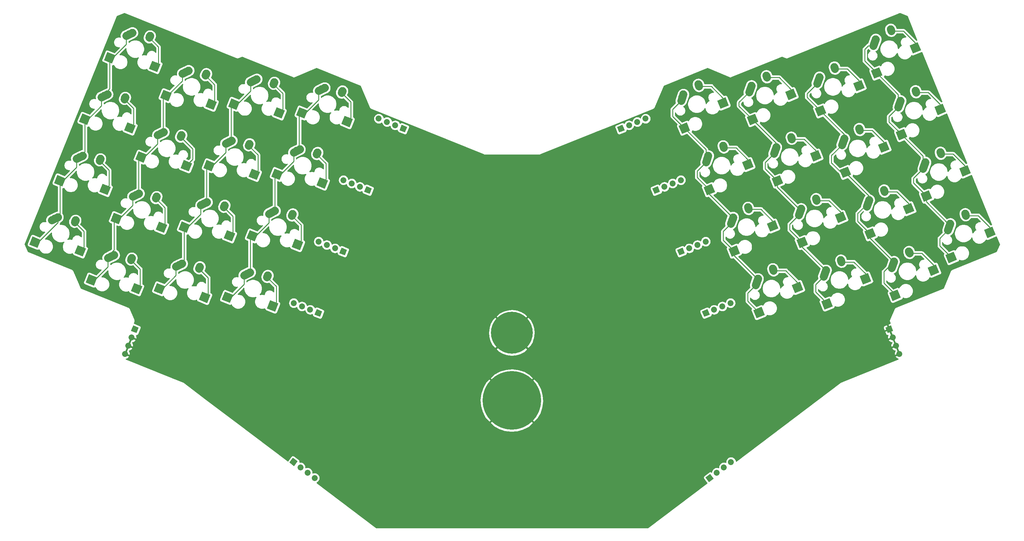
<source format=gbr>
G04 #@! TF.GenerationSoftware,KiCad,Pcbnew,(5.1.4)-1*
G04 #@! TF.CreationDate,2023-05-25T13:29:13-04:00*
G04 #@! TF.ProjectId,ThumbsUp,5468756d-6273-4557-902e-6b696361645f,rev?*
G04 #@! TF.SameCoordinates,Original*
G04 #@! TF.FileFunction,Copper,L2,Bot*
G04 #@! TF.FilePolarity,Positive*
%FSLAX46Y46*%
G04 Gerber Fmt 4.6, Leading zero omitted, Abs format (unit mm)*
G04 Created by KiCad (PCBNEW (5.1.4)-1) date 2023-05-25 13:29:13*
%MOMM*%
%LPD*%
G04 APERTURE LIST*
%ADD10C,1.100000*%
%ADD11C,16.800000*%
%ADD12C,0.900000*%
%ADD13C,12.000000*%
%ADD14C,1.700000*%
%ADD15C,1.700000*%
%ADD16C,0.100000*%
%ADD17C,2.500000*%
%ADD18C,2.250000*%
%ADD19C,2.250000*%
%ADD20C,0.254000*%
G04 APERTURE END LIST*
D10*
X146854773Y-230145227D03*
X142400000Y-228300000D03*
X137945227Y-230145227D03*
X136100000Y-234600000D03*
X137945227Y-239054773D03*
X142400000Y-240900000D03*
X146854773Y-239054773D03*
X148700000Y-234600000D03*
D11*
X142400000Y-234600000D03*
D12*
X145581981Y-212018019D03*
X142400000Y-210700000D03*
X139218019Y-212018019D03*
X137900000Y-215200000D03*
X139218019Y-218381981D03*
X142400000Y-219700000D03*
X145581981Y-218381981D03*
X146900000Y-215200000D03*
D13*
X142400000Y-215200000D03*
D14*
X31579362Y-221257583D03*
D15*
X31579362Y-221257583D02*
X31579362Y-221257583D01*
D14*
X32530863Y-218902536D03*
D15*
X32530863Y-218902536D02*
X32530863Y-218902536D01*
D14*
X33482363Y-216547489D03*
D15*
X33482363Y-216547489D02*
X33482363Y-216547489D01*
D14*
X34433864Y-214192442D03*
D16*
G36*
X33327342Y-214662133D02*
G01*
X33964173Y-213085920D01*
X35540386Y-213722751D01*
X34903555Y-215298964D01*
X33327342Y-214662133D01*
X33327342Y-214662133D01*
G37*
D14*
X87002063Y-209546539D03*
D16*
G36*
X86532372Y-208440017D02*
G01*
X88108585Y-209076848D01*
X87471754Y-210653061D01*
X85895541Y-210016230D01*
X86532372Y-208440017D01*
X86532372Y-208440017D01*
G37*
D14*
X84647016Y-208595038D03*
D15*
X84647016Y-208595038D02*
X84647016Y-208595038D01*
D14*
X82291969Y-207643538D03*
D15*
X82291969Y-207643538D02*
X82291969Y-207643538D01*
D14*
X79936922Y-206692037D03*
D15*
X79936922Y-206692037D02*
X79936922Y-206692037D01*
D14*
X94119589Y-191930046D03*
D16*
G36*
X93649898Y-190823524D02*
G01*
X95226111Y-191460355D01*
X94589280Y-193036568D01*
X93013067Y-192399737D01*
X93649898Y-190823524D01*
X93649898Y-190823524D01*
G37*
D14*
X91764542Y-190978545D03*
D15*
X91764542Y-190978545D02*
X91764542Y-190978545D01*
D14*
X89409495Y-190027045D03*
D15*
X89409495Y-190027045D02*
X89409495Y-190027045D01*
D14*
X87054448Y-189075544D03*
D15*
X87054448Y-189075544D02*
X87054448Y-189075544D01*
D14*
X101237114Y-174313553D03*
D16*
G36*
X100767423Y-173207031D02*
G01*
X102343636Y-173843862D01*
X101706805Y-175420075D01*
X100130592Y-174783244D01*
X100767423Y-173207031D01*
X100767423Y-173207031D01*
G37*
D14*
X98882067Y-173362052D03*
D15*
X98882067Y-173362052D02*
X98882067Y-173362052D01*
D14*
X96527020Y-172410552D03*
D15*
X96527020Y-172410552D02*
X96527020Y-172410552D01*
D14*
X94171973Y-171459051D03*
D15*
X94171973Y-171459051D02*
X94171973Y-171459051D01*
D14*
X111354639Y-156697059D03*
D16*
G36*
X110884948Y-155590537D02*
G01*
X112461161Y-156227368D01*
X111824330Y-157803581D01*
X110248117Y-157166750D01*
X110884948Y-155590537D01*
X110884948Y-155590537D01*
G37*
D14*
X108999592Y-155745558D03*
D15*
X108999592Y-155745558D02*
X108999592Y-155745558D01*
D14*
X106644545Y-154794058D03*
D15*
X106644545Y-154794058D02*
X106644545Y-154794058D01*
D14*
X104289498Y-153842557D03*
D15*
X104289498Y-153842557D02*
X104289498Y-153842557D01*
D14*
X180726096Y-153840073D03*
D15*
X180726096Y-153840073D02*
X180726096Y-153840073D01*
D14*
X178371049Y-154791574D03*
D15*
X178371049Y-154791574D02*
X178371049Y-154791574D01*
D14*
X176016002Y-155743074D03*
D15*
X176016002Y-155743074D02*
X176016002Y-155743074D01*
D14*
X173660955Y-156694575D03*
D16*
G36*
X174767477Y-157164266D02*
G01*
X173191264Y-157801097D01*
X172554433Y-156224884D01*
X174130646Y-155588053D01*
X174767477Y-157164266D01*
X174767477Y-157164266D01*
G37*
D14*
X190843621Y-171456566D03*
D15*
X190843621Y-171456566D02*
X190843621Y-171456566D01*
D14*
X188488574Y-172408067D03*
D15*
X188488574Y-172408067D02*
X188488574Y-172408067D01*
D14*
X186133527Y-173359567D03*
D15*
X186133527Y-173359567D02*
X186133527Y-173359567D01*
D14*
X183778480Y-174311068D03*
D16*
G36*
X184885002Y-174780759D02*
G01*
X183308789Y-175417590D01*
X182671958Y-173841377D01*
X184248171Y-173204546D01*
X184885002Y-174780759D01*
X184885002Y-174780759D01*
G37*
D14*
X197961146Y-189073059D03*
D15*
X197961146Y-189073059D02*
X197961146Y-189073059D01*
D14*
X195606099Y-190024560D03*
D15*
X195606099Y-190024560D02*
X195606099Y-190024560D01*
D14*
X193251052Y-190976060D03*
D15*
X193251052Y-190976060D02*
X193251052Y-190976060D01*
D14*
X190896005Y-191927561D03*
D16*
G36*
X192002527Y-192397252D02*
G01*
X190426314Y-193034083D01*
X189789483Y-191457870D01*
X191365696Y-190821039D01*
X192002527Y-192397252D01*
X192002527Y-192397252D01*
G37*
D14*
X205078671Y-206689552D03*
D15*
X205078671Y-206689552D02*
X205078671Y-206689552D01*
D14*
X202723624Y-207641053D03*
D15*
X202723624Y-207641053D02*
X202723624Y-207641053D01*
D14*
X200368577Y-208592553D03*
D15*
X200368577Y-208592553D02*
X200368577Y-208592553D01*
D14*
X198013530Y-209544054D03*
D16*
G36*
X199120052Y-210013745D02*
G01*
X197543839Y-210650576D01*
X196907008Y-209074363D01*
X198483221Y-208437532D01*
X199120052Y-210013745D01*
X199120052Y-210013745D01*
G37*
D14*
X253436232Y-221255098D03*
D15*
X253436232Y-221255098D02*
X253436232Y-221255098D01*
D14*
X252484731Y-218900051D03*
D15*
X252484731Y-218900051D02*
X252484731Y-218900051D01*
D14*
X251533231Y-216545004D03*
D15*
X251533231Y-216545004D02*
X251533231Y-216545004D01*
D14*
X250581730Y-214189957D03*
D16*
G36*
X250112039Y-215296479D02*
G01*
X249475208Y-213720266D01*
X251051421Y-213083435D01*
X251688252Y-214659648D01*
X250112039Y-215296479D01*
X250112039Y-215296479D01*
G37*
D14*
X199105676Y-256815353D03*
D16*
G36*
X200296059Y-256982650D02*
G01*
X198938379Y-258005736D01*
X197915293Y-256648056D01*
X199272973Y-255624970D01*
X200296059Y-256982650D01*
X200296059Y-256982650D01*
G37*
D14*
X201134210Y-255286743D03*
D15*
X201134210Y-255286743D02*
X201134210Y-255286743D01*
D14*
X203162744Y-253758133D03*
D15*
X203162744Y-253758133D02*
X203162744Y-253758133D01*
D14*
X205191279Y-252229523D03*
D15*
X205191279Y-252229523D02*
X205191279Y-252229523D01*
D14*
X85936497Y-256811130D03*
D15*
X85936497Y-256811130D02*
X85936497Y-256811130D01*
D14*
X83907962Y-255282520D03*
D15*
X83907962Y-255282520D02*
X83907962Y-255282520D01*
D14*
X81879428Y-253753910D03*
D15*
X81879428Y-253753910D02*
X81879428Y-253753910D01*
D14*
X79850894Y-252225300D03*
D16*
G36*
X80018191Y-253415683D02*
G01*
X78660511Y-252392597D01*
X79683597Y-251034917D01*
X81041277Y-252058003D01*
X80018191Y-253415683D01*
X80018191Y-253415683D01*
G37*
D17*
X258009652Y-133577521D03*
D16*
G36*
X258723553Y-131940918D02*
G01*
X259660070Y-134258877D01*
X257295751Y-135214124D01*
X256359234Y-132896165D01*
X258723553Y-131940918D01*
X258723553Y-131940918D01*
G37*
D17*
X246975447Y-140775108D03*
D16*
G36*
X247689348Y-139138505D02*
G01*
X248625865Y-141456464D01*
X246261546Y-142411711D01*
X245325029Y-140093752D01*
X247689348Y-139138505D01*
X247689348Y-139138505D01*
G37*
D18*
X246672668Y-131104343D03*
X246338826Y-132026554D03*
D19*
X246004983Y-132948766D02*
X246672669Y-131104342D01*
D18*
X250941099Y-128214967D03*
X251031192Y-128491342D03*
D19*
X251121284Y-128767718D02*
X250941100Y-128214966D01*
D18*
X234913125Y-139317603D03*
D19*
X235003217Y-139593979D02*
X234823033Y-139041227D01*
D18*
X234823032Y-139041228D03*
X230220759Y-142852815D03*
D19*
X229886916Y-143775027D02*
X230554602Y-141930603D01*
D18*
X230554601Y-141930604D03*
D17*
X230857380Y-151601369D03*
D16*
G36*
X231571281Y-149964766D02*
G01*
X232507798Y-152282725D01*
X230143479Y-153237972D01*
X229206962Y-150920013D01*
X231571281Y-149964766D01*
X231571281Y-149964766D01*
G37*
D17*
X241891585Y-144403782D03*
D16*
G36*
X242605486Y-142767179D02*
G01*
X243542003Y-145085138D01*
X241177684Y-146040385D01*
X240241167Y-143722426D01*
X242605486Y-142767179D01*
X242605486Y-142767179D01*
G37*
D18*
X215423599Y-141799209D03*
D19*
X215513691Y-142075585D02*
X215333507Y-141522833D01*
D18*
X215333506Y-141522834D03*
X210731233Y-145334421D03*
D19*
X210397390Y-146256633D02*
X211065076Y-144412209D01*
D18*
X211065075Y-144412210D03*
D17*
X211367854Y-154082975D03*
D16*
G36*
X212081755Y-152446372D02*
G01*
X213018272Y-154764331D01*
X210653953Y-155719578D01*
X209717436Y-153401619D01*
X212081755Y-152446372D01*
X212081755Y-152446372D01*
G37*
D17*
X222402059Y-146885388D03*
D16*
G36*
X223115960Y-145248785D02*
G01*
X224052477Y-147566744D01*
X221688158Y-148521991D01*
X220751641Y-146204032D01*
X223115960Y-145248785D01*
X223115960Y-145248785D01*
G37*
D17*
X202912533Y-149366994D03*
D16*
G36*
X203626434Y-147730391D02*
G01*
X204562951Y-150048350D01*
X202198632Y-151003597D01*
X201262115Y-148685638D01*
X203626434Y-147730391D01*
X203626434Y-147730391D01*
G37*
D17*
X191878328Y-156564581D03*
D16*
G36*
X192592229Y-154927978D02*
G01*
X193528746Y-157245937D01*
X191164427Y-158201184D01*
X190227910Y-155883225D01*
X192592229Y-154927978D01*
X192592229Y-154927978D01*
G37*
D18*
X191575549Y-146893816D03*
X191241707Y-147816027D03*
D19*
X190907864Y-148738239D02*
X191575550Y-146893815D01*
D18*
X195843980Y-144004440D03*
X195934073Y-144280815D03*
D19*
X196024165Y-144557191D02*
X195843981Y-144004439D01*
D17*
X95241256Y-154677655D03*
D16*
G36*
X96891674Y-153996299D02*
G01*
X95955157Y-156314258D01*
X93590838Y-155359011D01*
X94527355Y-153041052D01*
X96891674Y-153996299D01*
X96891674Y-153996299D01*
G37*
D17*
X82304049Y-152190162D03*
D16*
G36*
X83954467Y-151508806D02*
G01*
X83017950Y-153826765D01*
X80653631Y-152871518D01*
X81590148Y-150553559D01*
X83954467Y-151508806D01*
X83954467Y-151508806D01*
G37*
D18*
X88804126Y-145023268D03*
X87923358Y-145454745D03*
D19*
X87042589Y-145886222D02*
X88804127Y-145023268D01*
D18*
X93881707Y-145909927D03*
X93754528Y-146171318D03*
D19*
X93627348Y-146432709D02*
X93881708Y-145909927D01*
D18*
X74265002Y-143689712D03*
D19*
X74137822Y-143951103D02*
X74392182Y-143428321D01*
D18*
X74392181Y-143428321D03*
X68433832Y-142973139D03*
D19*
X67553063Y-143404616D02*
X69314601Y-142541662D01*
D18*
X69314600Y-142541662D03*
D17*
X62814523Y-149708556D03*
D16*
G36*
X64464941Y-149027200D02*
G01*
X63528424Y-151345159D01*
X61164105Y-150389912D01*
X62100622Y-148071953D01*
X64464941Y-149027200D01*
X64464941Y-149027200D01*
G37*
D17*
X75751730Y-152196049D03*
D16*
G36*
X77402148Y-151514693D02*
G01*
X76465631Y-153832652D01*
X74101312Y-152877405D01*
X75037829Y-150559446D01*
X77402148Y-151514693D01*
X77402148Y-151514693D01*
G37*
D18*
X54775475Y-141208106D03*
D19*
X54648295Y-141469497D02*
X54902655Y-140946715D01*
D18*
X54902654Y-140946715D03*
X48944305Y-140491533D03*
D19*
X48063536Y-140923010D02*
X49825074Y-140060056D01*
D18*
X49825073Y-140060056D03*
D17*
X43324996Y-147226950D03*
D16*
G36*
X44975414Y-146545594D02*
G01*
X44038897Y-148863553D01*
X41674578Y-147908306D01*
X42611095Y-145590347D01*
X44975414Y-146545594D01*
X44975414Y-146545594D01*
G37*
D17*
X56262203Y-149714443D03*
D16*
G36*
X57912621Y-149033087D02*
G01*
X56976104Y-151351046D01*
X54611785Y-150395799D01*
X55548302Y-148077840D01*
X57912621Y-149033087D01*
X57912621Y-149033087D01*
G37*
D17*
X40144136Y-138888182D03*
D16*
G36*
X41794554Y-138206826D02*
G01*
X40858037Y-140524785D01*
X38493718Y-139569538D01*
X39430235Y-137251579D01*
X41794554Y-138206826D01*
X41794554Y-138206826D01*
G37*
D17*
X27206929Y-136400689D03*
D16*
G36*
X28857347Y-135719333D02*
G01*
X27920830Y-138037292D01*
X25556511Y-137082045D01*
X26493028Y-134764086D01*
X28857347Y-135719333D01*
X28857347Y-135719333D01*
G37*
D18*
X33707006Y-129233795D03*
X32826238Y-129665272D03*
D19*
X31945469Y-130096749D02*
X33707007Y-129233795D01*
D18*
X38784587Y-130120454D03*
X38657408Y-130381845D03*
D19*
X38530228Y-130643236D02*
X38784588Y-130120454D01*
D17*
X279362228Y-186427001D03*
D16*
G36*
X280076129Y-184790398D02*
G01*
X281012646Y-187108357D01*
X278648327Y-188063604D01*
X277711810Y-185745645D01*
X280076129Y-184790398D01*
X280076129Y-184790398D01*
G37*
D17*
X268328023Y-193624588D03*
D16*
G36*
X269041924Y-191987985D02*
G01*
X269978441Y-194305944D01*
X267614122Y-195261191D01*
X266677605Y-192943232D01*
X269041924Y-191987985D01*
X269041924Y-191987985D01*
G37*
D18*
X268025244Y-183953823D03*
X267691402Y-184876034D03*
D19*
X267357559Y-185798246D02*
X268025245Y-183953822D01*
D18*
X272293675Y-181064447D03*
X272383768Y-181340822D03*
D19*
X272473860Y-181617198D02*
X272293676Y-181064446D01*
D17*
X272244703Y-168810507D03*
D16*
G36*
X272958604Y-167173904D02*
G01*
X273895121Y-169491863D01*
X271530802Y-170447110D01*
X270594285Y-168129151D01*
X272958604Y-167173904D01*
X272958604Y-167173904D01*
G37*
D17*
X261210498Y-176008094D03*
D16*
G36*
X261924399Y-174371491D02*
G01*
X262860916Y-176689450D01*
X260496597Y-177644697D01*
X259560080Y-175326738D01*
X261924399Y-174371491D01*
X261924399Y-174371491D01*
G37*
D18*
X260907719Y-166337329D03*
X260573877Y-167259540D03*
D19*
X260240034Y-168181752D02*
X260907720Y-166337328D01*
D18*
X265176150Y-163447953D03*
X265266243Y-163724328D03*
D19*
X265356335Y-164000704D02*
X265176151Y-163447952D01*
D17*
X265127178Y-151194014D03*
D16*
G36*
X265841079Y-149557411D02*
G01*
X266777596Y-151875370D01*
X264413277Y-152830617D01*
X263476760Y-150512658D01*
X265841079Y-149557411D01*
X265841079Y-149557411D01*
G37*
D17*
X254092973Y-158391601D03*
D16*
G36*
X254806874Y-156754998D02*
G01*
X255743391Y-159072957D01*
X253379072Y-160028204D01*
X252442555Y-157710245D01*
X254806874Y-156754998D01*
X254806874Y-156754998D01*
G37*
D18*
X253790194Y-148720836D03*
X253456352Y-149643047D03*
D19*
X253122509Y-150565259D02*
X253790195Y-148720835D01*
D18*
X258058625Y-145831460D03*
X258148718Y-146107835D03*
D19*
X258238810Y-146384211D02*
X258058626Y-145831459D01*
D18*
X256265701Y-192167082D03*
D19*
X256355793Y-192443458D02*
X256175609Y-191890706D01*
D18*
X256175608Y-191890707D03*
X251573335Y-195702294D03*
D19*
X251239492Y-196624506D02*
X251907178Y-194780082D01*
D18*
X251907177Y-194780083D03*
D17*
X252209956Y-204450848D03*
D16*
G36*
X252923857Y-202814245D02*
G01*
X253860374Y-205132204D01*
X251496055Y-206087451D01*
X250559538Y-203769492D01*
X252923857Y-202814245D01*
X252923857Y-202814245D01*
G37*
D17*
X263244161Y-197253261D03*
D16*
G36*
X263958062Y-195616658D02*
G01*
X264894579Y-197934617D01*
X262530260Y-198889864D01*
X261593743Y-196571905D01*
X263958062Y-195616658D01*
X263958062Y-195616658D01*
G37*
D18*
X249148176Y-174550589D03*
D19*
X249238268Y-174826965D02*
X249058084Y-174274213D01*
D18*
X249058083Y-174274214D03*
X244455810Y-178085801D03*
D19*
X244121967Y-179008013D02*
X244789653Y-177163589D01*
D18*
X244789652Y-177163590D03*
D17*
X245092431Y-186834355D03*
D16*
G36*
X245806332Y-185197752D02*
G01*
X246742849Y-187515711D01*
X244378530Y-188470958D01*
X243442013Y-186152999D01*
X245806332Y-185197752D01*
X245806332Y-185197752D01*
G37*
D17*
X256126636Y-179636768D03*
D16*
G36*
X256840537Y-178000165D02*
G01*
X257777054Y-180318124D01*
X255412735Y-181273371D01*
X254476218Y-178955412D01*
X256840537Y-178000165D01*
X256840537Y-178000165D01*
G37*
D18*
X242030651Y-156934096D03*
D19*
X242120743Y-157210472D02*
X241940559Y-156657720D01*
D18*
X241940558Y-156657721D03*
X237338285Y-160469308D03*
D19*
X237004442Y-161391520D02*
X237672128Y-159547096D01*
D18*
X237672127Y-159547097D03*
D17*
X237974906Y-169217862D03*
D16*
G36*
X238688807Y-167581259D02*
G01*
X239625324Y-169899218D01*
X237261005Y-170854465D01*
X236324488Y-168536506D01*
X238688807Y-167581259D01*
X238688807Y-167581259D01*
G37*
D17*
X249009111Y-162020275D03*
D16*
G36*
X249723012Y-160383672D02*
G01*
X250659529Y-162701631D01*
X248295210Y-163656878D01*
X247358693Y-161338919D01*
X249723012Y-160383672D01*
X249723012Y-160383672D01*
G37*
D18*
X236776175Y-194648688D03*
D19*
X236866267Y-194925064D02*
X236686083Y-194372312D01*
D18*
X236686082Y-194372313D03*
X232083809Y-198183900D03*
D19*
X231749966Y-199106112D02*
X232417652Y-197261688D01*
D18*
X232417651Y-197261689D03*
D17*
X232720430Y-206932454D03*
D16*
G36*
X233434331Y-205295851D02*
G01*
X234370848Y-207613810D01*
X232006529Y-208569057D01*
X231070012Y-206251098D01*
X233434331Y-205295851D01*
X233434331Y-205295851D01*
G37*
D17*
X243754635Y-199734867D03*
D16*
G36*
X244468536Y-198098264D02*
G01*
X245405053Y-200416223D01*
X243040734Y-201371470D01*
X242104217Y-199053511D01*
X244468536Y-198098264D01*
X244468536Y-198098264D01*
G37*
D18*
X229658650Y-177032195D03*
D19*
X229748742Y-177308571D02*
X229568558Y-176755819D01*
D18*
X229568557Y-176755820D03*
X224966284Y-180567407D03*
D19*
X224632441Y-181489619D02*
X225300127Y-179645195D01*
D18*
X225300126Y-179645196D03*
D17*
X225602905Y-189315961D03*
D16*
G36*
X226316806Y-187679358D02*
G01*
X227253323Y-189997317D01*
X224889004Y-190952564D01*
X223952487Y-188634605D01*
X226316806Y-187679358D01*
X226316806Y-187679358D01*
G37*
D17*
X236637110Y-182118374D03*
D16*
G36*
X237351011Y-180481771D02*
G01*
X238287528Y-182799730D01*
X235923209Y-183754977D01*
X234986692Y-181437018D01*
X237351011Y-180481771D01*
X237351011Y-180481771D01*
G37*
D18*
X222541125Y-159415702D03*
D19*
X222631217Y-159692078D02*
X222451033Y-159139326D01*
D18*
X222451032Y-159139327D03*
X217848759Y-162950914D03*
D19*
X217514916Y-163873126D02*
X218182602Y-162028702D01*
D18*
X218182601Y-162028703D03*
D17*
X218485380Y-171699468D03*
D16*
G36*
X219199281Y-170062865D02*
G01*
X220135798Y-172380824D01*
X217771479Y-173336071D01*
X216834962Y-171018112D01*
X219199281Y-170062865D01*
X219199281Y-170062865D01*
G37*
D17*
X229519585Y-164501881D03*
D16*
G36*
X230233486Y-162865278D02*
G01*
X231170003Y-165183237D01*
X228805684Y-166138484D01*
X227869167Y-163820525D01*
X230233486Y-162865278D01*
X230233486Y-162865278D01*
G37*
D17*
X224265109Y-202200959D03*
D16*
G36*
X224979010Y-200564356D02*
G01*
X225915527Y-202882315D01*
X223551208Y-203837562D01*
X222614691Y-201519603D01*
X224979010Y-200564356D01*
X224979010Y-200564356D01*
G37*
D17*
X213230904Y-209398546D03*
D16*
G36*
X213944805Y-207761943D02*
G01*
X214881322Y-210079902D01*
X212517003Y-211035149D01*
X211580486Y-208717190D01*
X213944805Y-207761943D01*
X213944805Y-207761943D01*
G37*
D18*
X212928125Y-199727781D03*
X212594283Y-200649992D03*
D19*
X212260440Y-201572204D02*
X212928126Y-199727780D01*
D18*
X217196556Y-196838405D03*
X217286649Y-197114780D03*
D19*
X217376741Y-197391156D02*
X217196557Y-196838404D01*
D17*
X217147584Y-184599980D03*
D16*
G36*
X217861485Y-182963377D02*
G01*
X218798002Y-185281336D01*
X216433683Y-186236583D01*
X215497166Y-183918624D01*
X217861485Y-182963377D01*
X217861485Y-182963377D01*
G37*
D17*
X206113379Y-191797567D03*
D16*
G36*
X206827280Y-190160964D02*
G01*
X207763797Y-192478923D01*
X205399478Y-193434170D01*
X204462961Y-191116211D01*
X206827280Y-190160964D01*
X206827280Y-190160964D01*
G37*
D18*
X205810600Y-182126802D03*
X205476758Y-183049013D03*
D19*
X205142915Y-183971225D02*
X205810601Y-182126801D01*
D18*
X210079031Y-179237426D03*
X210169124Y-179513801D03*
D19*
X210259216Y-179790177D02*
X210079032Y-179237425D01*
D17*
X210030058Y-166983487D03*
D16*
G36*
X210743959Y-165346884D02*
G01*
X211680476Y-167664843D01*
X209316157Y-168620090D01*
X208379640Y-166302131D01*
X210743959Y-165346884D01*
X210743959Y-165346884D01*
G37*
D17*
X198995853Y-174181074D03*
D16*
G36*
X199709754Y-172544471D02*
G01*
X200646271Y-174862430D01*
X198281952Y-175817677D01*
X197345435Y-173499718D01*
X199709754Y-172544471D01*
X199709754Y-172544471D01*
G37*
D18*
X198693074Y-164510309D03*
X198359232Y-165432520D03*
D19*
X198025389Y-166354732D02*
X198693075Y-164510308D01*
D18*
X202961505Y-161620933D03*
X203051598Y-161897308D03*
D19*
X203141690Y-162173684D02*
X202961506Y-161620932D01*
D17*
X73888680Y-207527134D03*
D16*
G36*
X75539098Y-206845778D02*
G01*
X74602581Y-209163737D01*
X72238262Y-208208490D01*
X73174779Y-205890531D01*
X75539098Y-206845778D01*
X75539098Y-206845778D01*
G37*
D17*
X60951473Y-205039641D03*
D16*
G36*
X62601891Y-204358285D02*
G01*
X61665374Y-206676244D01*
X59301055Y-205720997D01*
X60237572Y-203403038D01*
X62601891Y-204358285D01*
X62601891Y-204358285D01*
G37*
D18*
X67451550Y-197872747D03*
X66570782Y-198304224D03*
D19*
X65690013Y-198735701D02*
X67451551Y-197872747D01*
D18*
X72529131Y-198759406D03*
X72401952Y-199020797D03*
D19*
X72274772Y-199282188D02*
X72529132Y-198759406D01*
D17*
X81006205Y-189910641D03*
D16*
G36*
X82656623Y-189229285D02*
G01*
X81720106Y-191547244D01*
X79355787Y-190591997D01*
X80292304Y-188274038D01*
X82656623Y-189229285D01*
X82656623Y-189229285D01*
G37*
D17*
X68068998Y-187423148D03*
D16*
G36*
X69719416Y-186741792D02*
G01*
X68782899Y-189059751D01*
X66418580Y-188104504D01*
X67355097Y-185786545D01*
X69719416Y-186741792D01*
X69719416Y-186741792D01*
G37*
D18*
X74569075Y-180256254D03*
X73688307Y-180687731D03*
D19*
X72807538Y-181119208D02*
X74569076Y-180256254D01*
D18*
X79646656Y-181142913D03*
X79519477Y-181404304D03*
D19*
X79392297Y-181665695D02*
X79646657Y-181142913D01*
D17*
X88123730Y-172294148D03*
D16*
G36*
X89774148Y-171612792D02*
G01*
X88837631Y-173930751D01*
X86473312Y-172975504D01*
X87409829Y-170657545D01*
X89774148Y-171612792D01*
X89774148Y-171612792D01*
G37*
D17*
X75186523Y-169806655D03*
D16*
G36*
X76836941Y-169125299D02*
G01*
X75900424Y-171443258D01*
X73536105Y-170488011D01*
X74472622Y-168170052D01*
X76836941Y-169125299D01*
X76836941Y-169125299D01*
G37*
D18*
X81686600Y-162639761D03*
X80805832Y-163071238D03*
D19*
X79925063Y-163502715D02*
X81686601Y-162639761D01*
D18*
X86764181Y-163526420D03*
X86637002Y-163787811D03*
D19*
X86509822Y-164049202D02*
X86764182Y-163526420D01*
D18*
X52912426Y-196539191D03*
D19*
X52785246Y-196800582D02*
X53039606Y-196277800D01*
D18*
X53039605Y-196277800D03*
X47081256Y-195822618D03*
D19*
X46200487Y-196254095D02*
X47962025Y-195391141D01*
D18*
X47962024Y-195391141D03*
D17*
X41461947Y-202558035D03*
D16*
G36*
X43112365Y-201876679D02*
G01*
X42175848Y-204194638D01*
X39811529Y-203239391D01*
X40748046Y-200921432D01*
X43112365Y-201876679D01*
X43112365Y-201876679D01*
G37*
D17*
X54399154Y-205045528D03*
D16*
G36*
X56049572Y-204364172D02*
G01*
X55113055Y-206682131D01*
X52748736Y-205726884D01*
X53685253Y-203408925D01*
X56049572Y-204364172D01*
X56049572Y-204364172D01*
G37*
D18*
X60029951Y-178922698D03*
D19*
X59902771Y-179184089D02*
X60157131Y-178661307D01*
D18*
X60157130Y-178661307D03*
X54198781Y-178206125D03*
D19*
X53318012Y-178637602D02*
X55079550Y-177774648D01*
D18*
X55079549Y-177774648D03*
D17*
X48579472Y-184941542D03*
D16*
G36*
X50229890Y-184260186D02*
G01*
X49293373Y-186578145D01*
X46929054Y-185622898D01*
X47865571Y-183304939D01*
X50229890Y-184260186D01*
X50229890Y-184260186D01*
G37*
D17*
X61516679Y-187429035D03*
D16*
G36*
X63167097Y-186747679D02*
G01*
X62230580Y-189065638D01*
X59866261Y-188110391D01*
X60802778Y-185792432D01*
X63167097Y-186747679D01*
X63167097Y-186747679D01*
G37*
D18*
X67147476Y-161306205D03*
D19*
X67020296Y-161567596D02*
X67274656Y-161044814D01*
D18*
X67274655Y-161044814D03*
X61316306Y-160589632D03*
D19*
X60435537Y-161021109D02*
X62197075Y-160158155D01*
D18*
X62197074Y-160158155D03*
D17*
X55696997Y-167325049D03*
D16*
G36*
X57347415Y-166643693D02*
G01*
X56410898Y-168961652D01*
X54046579Y-168006405D01*
X54983096Y-165688446D01*
X57347415Y-166643693D01*
X57347415Y-166643693D01*
G37*
D17*
X68634204Y-169812542D03*
D16*
G36*
X70284622Y-169131186D02*
G01*
X69348105Y-171449145D01*
X66983786Y-170493898D01*
X67920303Y-168175939D01*
X70284622Y-169131186D01*
X70284622Y-169131186D01*
G37*
D18*
X33422900Y-194057585D03*
D19*
X33295720Y-194318976D02*
X33550080Y-193796194D01*
D18*
X33550079Y-193796194D03*
X27591730Y-193341012D03*
D19*
X26710961Y-193772489D02*
X28472499Y-192909535D01*
D18*
X28472498Y-192909535D03*
D17*
X21972421Y-200076429D03*
D16*
G36*
X23622839Y-199395073D02*
G01*
X22686322Y-201713032D01*
X20322003Y-200757785D01*
X21258520Y-198439826D01*
X23622839Y-199395073D01*
X23622839Y-199395073D01*
G37*
D17*
X34909628Y-202563922D03*
D16*
G36*
X36560046Y-201882566D02*
G01*
X35623529Y-204200525D01*
X33259210Y-203245278D01*
X34195727Y-200927319D01*
X36560046Y-201882566D01*
X36560046Y-201882566D01*
G37*
D18*
X40540425Y-176441092D03*
D19*
X40413245Y-176702483D02*
X40667605Y-176179701D01*
D18*
X40667604Y-176179701D03*
X34709255Y-175724519D03*
D19*
X33828486Y-176155996D02*
X35590024Y-175293042D01*
D18*
X35590023Y-175293042D03*
D17*
X29089946Y-182459936D03*
D16*
G36*
X30740364Y-181778580D02*
G01*
X29803847Y-184096539D01*
X27439528Y-183141292D01*
X28376045Y-180823333D01*
X30740364Y-181778580D01*
X30740364Y-181778580D01*
G37*
D17*
X42027153Y-184947429D03*
D16*
G36*
X43677571Y-184266073D02*
G01*
X42741054Y-186584032D01*
X40376735Y-185628785D01*
X41313252Y-183310826D01*
X43677571Y-184266073D01*
X43677571Y-184266073D01*
G37*
D18*
X47657950Y-158824599D03*
D19*
X47530770Y-159085990D02*
X47785130Y-158563208D01*
D18*
X47785129Y-158563208D03*
X41826780Y-158108026D03*
D19*
X40946011Y-158539503D02*
X42707549Y-157676549D01*
D18*
X42707548Y-157676549D03*
D17*
X36207471Y-164843443D03*
D16*
G36*
X37857889Y-164162087D02*
G01*
X36921372Y-166480046D01*
X34557053Y-165524799D01*
X35493570Y-163206840D01*
X37857889Y-164162087D01*
X37857889Y-164162087D01*
G37*
D17*
X49144678Y-167330936D03*
D16*
G36*
X50795096Y-166649580D02*
G01*
X49858579Y-168967539D01*
X47494260Y-168012292D01*
X48430777Y-165694333D01*
X50795096Y-166649580D01*
X50795096Y-166649580D01*
G37*
D17*
X18791561Y-191737662D03*
D16*
G36*
X20441979Y-191056306D02*
G01*
X19505462Y-193374265D01*
X17141143Y-192419018D01*
X18077660Y-190101059D01*
X20441979Y-191056306D01*
X20441979Y-191056306D01*
G37*
D17*
X5854354Y-189250169D03*
D16*
G36*
X7504772Y-188568813D02*
G01*
X6568255Y-190886772D01*
X4203936Y-189931525D01*
X5140453Y-187613566D01*
X7504772Y-188568813D01*
X7504772Y-188568813D01*
G37*
D18*
X12354431Y-182083275D03*
X11473663Y-182514752D03*
D19*
X10592894Y-182946229D02*
X12354432Y-182083275D01*
D18*
X17432012Y-182969934D03*
X17304833Y-183231325D03*
D19*
X17177653Y-183492716D02*
X17432013Y-182969934D01*
D17*
X25909086Y-174121168D03*
D16*
G36*
X27559504Y-173439812D02*
G01*
X26622987Y-175757771D01*
X24258668Y-174802524D01*
X25195185Y-172484565D01*
X27559504Y-173439812D01*
X27559504Y-173439812D01*
G37*
D17*
X12971879Y-171633675D03*
D16*
G36*
X14622297Y-170952319D02*
G01*
X13685780Y-173270278D01*
X11321461Y-172315031D01*
X12257978Y-169997072D01*
X14622297Y-170952319D01*
X14622297Y-170952319D01*
G37*
D18*
X19471956Y-164466781D03*
X18591188Y-164898258D03*
D19*
X17710419Y-165329735D02*
X19471957Y-164466781D01*
D18*
X24549537Y-165353440D03*
X24422358Y-165614831D03*
D19*
X24295178Y-165876222D02*
X24549538Y-165353440D01*
D17*
X33026611Y-156504675D03*
D16*
G36*
X34677029Y-155823319D02*
G01*
X33740512Y-158141278D01*
X31376193Y-157186031D01*
X32312710Y-154868072D01*
X34677029Y-155823319D01*
X34677029Y-155823319D01*
G37*
D17*
X20089404Y-154017182D03*
D16*
G36*
X21739822Y-153335826D02*
G01*
X20803305Y-155653785D01*
X18438986Y-154698538D01*
X19375503Y-152380579D01*
X21739822Y-153335826D01*
X21739822Y-153335826D01*
G37*
D18*
X26589481Y-146850288D03*
X25708713Y-147281765D03*
D19*
X24827944Y-147713242D02*
X26589482Y-146850288D01*
D18*
X31667062Y-147736947D03*
X31539883Y-147998338D03*
D19*
X31412703Y-148259729D02*
X31667063Y-147736947D01*
D20*
X96272181Y-153646730D02*
X95241256Y-154677655D01*
X96272181Y-149077542D02*
X96272181Y-153646730D01*
X93627348Y-146432709D02*
X96272181Y-149077542D01*
X76782655Y-151165124D02*
X75751730Y-152196049D01*
X76782655Y-146595936D02*
X76782655Y-151165124D01*
X74137822Y-143951103D02*
X76782655Y-146595936D01*
X57293128Y-148683518D02*
X56262203Y-149714443D01*
X57293128Y-144114330D02*
X57293128Y-148683518D01*
X54648295Y-141469497D02*
X57293128Y-144114330D01*
X41175061Y-137857257D02*
X40144136Y-138888182D01*
X41175061Y-133288069D02*
X41175061Y-137857257D01*
X38530228Y-130643236D02*
X41175061Y-133288069D01*
X12354431Y-183645569D02*
X12354431Y-182083275D01*
X5854354Y-189250169D02*
X6749831Y-189250169D01*
X6749831Y-189250169D02*
X12354431Y-183645569D01*
X10592894Y-182946229D02*
X11553771Y-182946229D01*
X12971879Y-181528121D02*
X12971879Y-171633675D01*
X11553771Y-182946229D02*
X12971879Y-181528121D01*
X17710419Y-167789581D02*
X17710419Y-165329735D01*
X12971879Y-171633675D02*
X13866325Y-171633675D01*
X13866325Y-171633675D02*
X17710419Y-167789581D01*
X17710419Y-165329735D02*
X18170265Y-165329735D01*
X20089404Y-163410596D02*
X20089404Y-154017182D01*
X18170265Y-165329735D02*
X20089404Y-163410596D01*
X24827944Y-150172056D02*
X24827944Y-147713242D01*
X20089404Y-154017182D02*
X20982818Y-154017182D01*
X20982818Y-154017182D02*
X24827944Y-150172056D01*
X24827944Y-147713242D02*
X24827944Y-147672056D01*
X27206929Y-145293071D02*
X27206929Y-136400689D01*
X24827944Y-147672056D02*
X27206929Y-145293071D01*
X31945469Y-132581435D02*
X31945469Y-130096749D01*
X27206929Y-136400689D02*
X28126215Y-136400689D01*
X28126215Y-136400689D02*
X31945469Y-132581435D01*
X26710961Y-196289039D02*
X26710961Y-193772489D01*
X21972421Y-200076429D02*
X22923571Y-200076429D01*
X22923571Y-200076429D02*
X26710961Y-196289039D01*
X28500000Y-183049882D02*
X29089946Y-182459936D01*
X28500000Y-191500000D02*
X28500000Y-183049882D01*
X26710961Y-193772489D02*
X26710961Y-193289039D01*
X26710961Y-193289039D02*
X28500000Y-191500000D01*
X33828486Y-178671514D02*
X33828486Y-176155996D01*
X29089946Y-182459936D02*
X30040064Y-182459936D01*
X30040064Y-182459936D02*
X33828486Y-178671514D01*
X35500000Y-165550914D02*
X36207471Y-164843443D01*
X33828486Y-176155996D02*
X35500000Y-174484482D01*
X35500000Y-174484482D02*
X35500000Y-165550914D01*
X40946011Y-161053989D02*
X40946011Y-158539503D01*
X36207471Y-164843443D02*
X37156557Y-164843443D01*
X37156557Y-164843443D02*
X40946011Y-161053989D01*
X42500000Y-148051946D02*
X43324996Y-147226950D01*
X40946011Y-158539503D02*
X42500000Y-156985514D01*
X42500000Y-156985514D02*
X42500000Y-148051946D01*
X48000000Y-140986546D02*
X48063536Y-140923010D01*
X48000000Y-143025973D02*
X48000000Y-140986546D01*
X43324996Y-147226950D02*
X43799023Y-147226950D01*
X43799023Y-147226950D02*
X48000000Y-143025973D01*
X46200487Y-198799513D02*
X46200487Y-196254095D01*
X41461947Y-202558035D02*
X42441965Y-202558035D01*
X42441965Y-202558035D02*
X46200487Y-198799513D01*
X46200487Y-196254095D02*
X46745905Y-196254095D01*
X48579472Y-194420528D02*
X48579472Y-184941542D01*
X46745905Y-196254095D02*
X48579472Y-194420528D01*
X53318012Y-181192495D02*
X53318012Y-178637602D01*
X48579472Y-184941542D02*
X49568965Y-184941542D01*
X49568965Y-184941542D02*
X53318012Y-181192495D01*
X55000000Y-168022046D02*
X55696997Y-167325049D01*
X53318012Y-178637602D02*
X55000000Y-176955614D01*
X55000000Y-176955614D02*
X55000000Y-168022046D01*
X60435537Y-163564463D02*
X60435537Y-161021109D01*
X55696997Y-167325049D02*
X56674951Y-167325049D01*
X56674951Y-167325049D02*
X60435537Y-163564463D01*
X62000000Y-150523079D02*
X62814523Y-149708556D01*
X60435537Y-161021109D02*
X62000000Y-159456646D01*
X62000000Y-159456646D02*
X62000000Y-150523079D01*
X67553063Y-145946937D02*
X67553063Y-143404616D01*
X62814523Y-149708556D02*
X63791444Y-149708556D01*
X63791444Y-149708556D02*
X67553063Y-145946937D01*
X87042589Y-148457411D02*
X87042589Y-145886222D01*
X82304049Y-152190162D02*
X83309838Y-152190162D01*
X83309838Y-152190162D02*
X87042589Y-148457411D01*
X81500000Y-152994211D02*
X82304049Y-152190162D01*
X79925063Y-163502715D02*
X81500000Y-161927778D01*
X81500000Y-161927778D02*
X81500000Y-152994211D01*
X79925063Y-166074937D02*
X79925063Y-163502715D01*
X75186523Y-169806655D02*
X76193345Y-169806655D01*
X76193345Y-169806655D02*
X79925063Y-166074937D01*
X74500000Y-170493178D02*
X75186523Y-169806655D01*
X72807538Y-181119208D02*
X74500000Y-179426746D01*
X74500000Y-179426746D02*
X74500000Y-170493178D01*
X72807538Y-183692462D02*
X72807538Y-181119208D01*
X68068998Y-187423148D02*
X69076852Y-187423148D01*
X69076852Y-187423148D02*
X72807538Y-183692462D01*
X67500000Y-187992146D02*
X68068998Y-187423148D01*
X65690013Y-198735701D02*
X67500000Y-196925714D01*
X67500000Y-196925714D02*
X67500000Y-187992146D01*
X65690013Y-201309987D02*
X65690013Y-198735701D01*
X60951473Y-205039641D02*
X61960359Y-205039641D01*
X61960359Y-205039641D02*
X65690013Y-201309987D01*
X89154655Y-171263223D02*
X88123730Y-172294148D01*
X89154655Y-166694035D02*
X89154655Y-171263223D01*
X86509822Y-164049202D02*
X89154655Y-166694035D01*
X69665129Y-168781617D02*
X68634204Y-169812542D01*
X69665129Y-164212429D02*
X69665129Y-168781617D01*
X67020296Y-161567596D02*
X69665129Y-164212429D01*
X50175603Y-166300011D02*
X49144678Y-167330936D01*
X51000000Y-165475614D02*
X50175603Y-166300011D01*
X51000000Y-162555220D02*
X51000000Y-165475614D01*
X47530770Y-159085990D02*
X51000000Y-162555220D01*
X34057536Y-155473750D02*
X33026611Y-156504675D01*
X34057536Y-150904562D02*
X34057536Y-155473750D01*
X31412703Y-148259729D02*
X34057536Y-150904562D01*
X82037130Y-188879716D02*
X81006205Y-189910641D01*
X82037130Y-184310528D02*
X82037130Y-188879716D01*
X79392297Y-181665695D02*
X82037130Y-184310528D01*
X62547604Y-186398110D02*
X61516679Y-187429035D01*
X62547604Y-181828922D02*
X62547604Y-186398110D01*
X59902771Y-179184089D02*
X62547604Y-181828922D01*
X43058078Y-179347316D02*
X40413245Y-176702483D01*
X43058078Y-183916504D02*
X43058078Y-179347316D01*
X42027153Y-184947429D02*
X43058078Y-183916504D01*
X26940011Y-173090243D02*
X25909086Y-174121168D01*
X27000000Y-173030254D02*
X26940011Y-173090243D01*
X27000000Y-168581044D02*
X27000000Y-173030254D01*
X24295178Y-165876222D02*
X27000000Y-168581044D01*
X74919605Y-206496209D02*
X73888680Y-207527134D01*
X74919605Y-201927021D02*
X74919605Y-206496209D01*
X72274772Y-199282188D02*
X74919605Y-201927021D01*
X55430079Y-204014603D02*
X54399154Y-205045528D01*
X55430079Y-199445415D02*
X55430079Y-204014603D01*
X52785246Y-196800582D02*
X55430079Y-199445415D01*
X35940553Y-201532997D02*
X34909628Y-202563922D01*
X35940553Y-196963809D02*
X35940553Y-201532997D01*
X33295720Y-194318976D02*
X35940553Y-196963809D01*
X19822486Y-190706737D02*
X18791561Y-191737662D01*
X19822486Y-186137549D02*
X19822486Y-190706737D01*
X17177653Y-183492716D02*
X19822486Y-186137549D01*
X224265109Y-200752791D02*
X224265109Y-202200959D01*
X220903474Y-197391156D02*
X224265109Y-200752791D01*
X217376741Y-197391156D02*
X220903474Y-197391156D01*
X243754635Y-198286699D02*
X243754635Y-199734867D01*
X240393000Y-194925064D02*
X243754635Y-198286699D01*
X236866267Y-194925064D02*
X240393000Y-194925064D01*
X263244161Y-195805093D02*
X263244161Y-197253261D01*
X259882526Y-192443458D02*
X263244161Y-195805093D01*
X256355793Y-192443458D02*
X259882526Y-192443458D01*
X279362228Y-184978833D02*
X279362228Y-186427001D01*
X276000593Y-181617198D02*
X279362228Y-184978833D01*
X272473860Y-181617198D02*
X276000593Y-181617198D01*
X217147584Y-183151812D02*
X217147584Y-184599980D01*
X213785949Y-179790177D02*
X217147584Y-183151812D01*
X210259216Y-179790177D02*
X213785949Y-179790177D01*
X236637110Y-180670206D02*
X236637110Y-182118374D01*
X233275475Y-177308571D02*
X236637110Y-180670206D01*
X229748742Y-177308571D02*
X233275475Y-177308571D01*
X256126636Y-178188600D02*
X256126636Y-179636768D01*
X252765001Y-174826965D02*
X256126636Y-178188600D01*
X249238268Y-174826965D02*
X252765001Y-174826965D01*
X272244703Y-167362339D02*
X272244703Y-168810507D01*
X268883068Y-164000704D02*
X272244703Y-167362339D01*
X265356335Y-164000704D02*
X268883068Y-164000704D01*
X210030058Y-165535319D02*
X210030058Y-166983487D01*
X206668423Y-162173684D02*
X210030058Y-165535319D01*
X203141690Y-162173684D02*
X206668423Y-162173684D01*
X229519585Y-163053713D02*
X229519585Y-164501881D01*
X226157950Y-159692078D02*
X229519585Y-163053713D01*
X222631217Y-159692078D02*
X226157950Y-159692078D01*
X249009111Y-160572107D02*
X249009111Y-162020275D01*
X245647476Y-157210472D02*
X249009111Y-160572107D01*
X242120743Y-157210472D02*
X245647476Y-157210472D01*
X265127178Y-149745846D02*
X265127178Y-151194014D01*
X261765543Y-146384211D02*
X265127178Y-149745846D01*
X258238810Y-146384211D02*
X261765543Y-146384211D01*
X258009652Y-132129353D02*
X258009652Y-133577521D01*
X254648017Y-128767718D02*
X258009652Y-132129353D01*
X251121284Y-128767718D02*
X254648017Y-128767718D01*
X241891585Y-142955614D02*
X241891585Y-144403782D01*
X238529950Y-139593979D02*
X241891585Y-142955614D01*
X235003217Y-139593979D02*
X238529950Y-139593979D01*
X222402059Y-145437220D02*
X222402059Y-146885388D01*
X219040424Y-142075585D02*
X222402059Y-145437220D01*
X215513691Y-142075585D02*
X219040424Y-142075585D01*
X202912533Y-147918826D02*
X202912533Y-149366994D01*
X199550898Y-144557191D02*
X202912533Y-147918826D01*
X196024165Y-144557191D02*
X199550898Y-144557191D01*
X265000000Y-190296565D02*
X268328023Y-193624588D01*
X267357559Y-185798246D02*
X265000000Y-188155805D01*
X265000000Y-188155805D02*
X265000000Y-190296565D01*
X261210498Y-177710498D02*
X261210498Y-176008094D01*
X267357559Y-185798246D02*
X267357559Y-183857559D01*
X267357559Y-183857559D02*
X261210498Y-177710498D01*
X260179573Y-174977169D02*
X261210498Y-176008094D01*
X257500000Y-172297596D02*
X260179573Y-174977169D01*
X257500000Y-170921786D02*
X257500000Y-172297596D01*
X260240034Y-168181752D02*
X257500000Y-170921786D01*
X260240034Y-164538662D02*
X254092973Y-158391601D01*
X260240034Y-168181752D02*
X260240034Y-164538662D01*
X253062048Y-157360676D02*
X254092973Y-158391601D01*
X250500000Y-154798628D02*
X253062048Y-157360676D01*
X253122509Y-150565259D02*
X250500000Y-153187768D01*
X250500000Y-153187768D02*
X250500000Y-154798628D01*
X253122509Y-146922170D02*
X246975447Y-140775108D01*
X253122509Y-150565259D02*
X253122509Y-146922170D01*
X246004983Y-132948766D02*
X244551234Y-132948766D01*
X244551234Y-132948766D02*
X243500000Y-134000000D01*
X243500000Y-137299661D02*
X246975447Y-140775108D01*
X243500000Y-134000000D02*
X243500000Y-137299661D01*
X250782178Y-195905082D02*
X251907177Y-194780083D01*
X249000000Y-197687260D02*
X250782178Y-195905082D01*
X249000000Y-201000000D02*
X249000000Y-197687260D01*
X252209956Y-204450848D02*
X252209956Y-204209956D01*
X252209956Y-204209956D02*
X249000000Y-201000000D01*
X245092431Y-188092431D02*
X245092431Y-186834355D01*
X251239492Y-196624506D02*
X251239492Y-194239492D01*
X251239492Y-194239492D02*
X245092431Y-188092431D01*
X244061506Y-185803430D02*
X245092431Y-186834355D01*
X241500000Y-183241924D02*
X244061506Y-185803430D01*
X241500000Y-181000000D02*
X241500000Y-183241924D01*
X244121967Y-179008013D02*
X243491987Y-179008013D01*
X243491987Y-179008013D02*
X241500000Y-181000000D01*
X244789652Y-176032608D02*
X244789652Y-177163590D01*
X237974906Y-169217862D02*
X244789652Y-176032608D01*
X234000000Y-164395962D02*
X237004442Y-161391520D01*
X234000000Y-166500000D02*
X234000000Y-164395962D01*
X237974906Y-169217862D02*
X236717862Y-169217862D01*
X236717862Y-169217862D02*
X234000000Y-166500000D01*
X237672127Y-158416116D02*
X237672127Y-159547097D01*
X230857380Y-151601369D02*
X237672127Y-158416116D01*
X229826455Y-150570444D02*
X230857380Y-151601369D01*
X227000000Y-147743989D02*
X229826455Y-150570444D01*
X227000000Y-146661943D02*
X227000000Y-147743989D01*
X229886916Y-143775027D02*
X227000000Y-146661943D01*
X229500000Y-201356078D02*
X231749966Y-199106112D01*
X229500000Y-203500000D02*
X229500000Y-201356078D01*
X231689505Y-205689505D02*
X229500000Y-203500000D01*
X232720430Y-206932454D02*
X231689505Y-205901529D01*
X231689505Y-205901529D02*
X231689505Y-205689505D01*
X225602905Y-190602905D02*
X225602905Y-189315961D01*
X231749966Y-199106112D02*
X231749966Y-196749966D01*
X231749966Y-196749966D02*
X225602905Y-190602905D01*
X224571980Y-188285036D02*
X225602905Y-189315961D01*
X222000000Y-185713056D02*
X224571980Y-188285036D01*
X222000000Y-184122060D02*
X222000000Y-185713056D01*
X224632441Y-181489619D02*
X222000000Y-184122060D01*
X218485380Y-173485380D02*
X218485380Y-171699468D01*
X224632441Y-181489619D02*
X224632441Y-179632441D01*
X224632441Y-179632441D02*
X218485380Y-173485380D01*
X215000000Y-166388042D02*
X217514916Y-163873126D01*
X218485380Y-171699468D02*
X215000000Y-168214088D01*
X215000000Y-168214088D02*
X215000000Y-166388042D01*
X218182601Y-160897722D02*
X218182601Y-162028703D01*
X211367854Y-154082975D02*
X218182601Y-160897722D01*
X207500000Y-149154023D02*
X210397390Y-146256633D01*
X211367854Y-154082975D02*
X207500000Y-150215121D01*
X207500000Y-150215121D02*
X207500000Y-149154023D01*
X210000000Y-203832644D02*
X212260440Y-201572204D01*
X213230904Y-209398546D02*
X210000000Y-206167642D01*
X210000000Y-206167642D02*
X210000000Y-203832644D01*
X206113379Y-193113379D02*
X206113379Y-191797567D01*
X212260440Y-201572204D02*
X212260440Y-199260440D01*
X212260440Y-199260440D02*
X206113379Y-193113379D01*
X203000000Y-186114140D02*
X205142915Y-183971225D01*
X206113379Y-191797567D02*
X203000000Y-188684188D01*
X203000000Y-188684188D02*
X203000000Y-186114140D01*
X198995853Y-175495853D02*
X198995853Y-174181074D01*
X205142915Y-183971225D02*
X205142915Y-181642915D01*
X205142915Y-181642915D02*
X198995853Y-175495853D01*
X195500000Y-168880121D02*
X198025389Y-166354732D01*
X198995853Y-174181074D02*
X195500000Y-170685221D01*
X195500000Y-170685221D02*
X195500000Y-168880121D01*
X198025389Y-162711642D02*
X191878328Y-156564581D01*
X198025389Y-166354732D02*
X198025389Y-162711642D01*
X188500000Y-151146103D02*
X190907864Y-148738239D01*
X191878328Y-156564581D02*
X188500000Y-153186253D01*
X188500000Y-153186253D02*
X188500000Y-151146103D01*
G36*
X63566261Y-136620691D02*
G01*
X63595117Y-136635793D01*
X63626366Y-136644976D01*
X63626370Y-136644977D01*
X63719851Y-136672446D01*
X63849340Y-136684059D01*
X63978606Y-136670188D01*
X64071593Y-136641092D01*
X64071601Y-136641089D01*
X64102682Y-136631363D01*
X64131269Y-136615761D01*
X65151578Y-136182666D01*
X79702993Y-142061819D01*
X79731849Y-142076921D01*
X79763098Y-142086104D01*
X79763102Y-142086105D01*
X79856583Y-142113574D01*
X79986072Y-142125187D01*
X80115338Y-142111316D01*
X80208325Y-142082220D01*
X80208333Y-142082217D01*
X80239414Y-142072491D01*
X80268001Y-142056889D01*
X86495473Y-139413485D01*
X98969097Y-144453156D01*
X101612502Y-150680631D01*
X101622226Y-150711707D01*
X101637825Y-150740289D01*
X101637831Y-150740302D01*
X101684509Y-150825826D01*
X101767860Y-150925600D01*
X101869073Y-151007197D01*
X101984261Y-151067479D01*
X102015522Y-151076665D01*
X117777640Y-157444975D01*
X117777649Y-157444978D01*
X134404154Y-164162522D01*
X134430340Y-164176519D01*
X134464279Y-164186815D01*
X134466951Y-164187894D01*
X134495247Y-164196209D01*
X134554750Y-164214259D01*
X134557645Y-164214544D01*
X134560432Y-164215363D01*
X134622250Y-164220907D01*
X134651714Y-164223809D01*
X134654607Y-164223809D01*
X134689920Y-164226976D01*
X134719434Y-164223809D01*
X150280566Y-164223809D01*
X150310080Y-164226976D01*
X150345393Y-164223809D01*
X150348286Y-164223809D01*
X150377750Y-164220907D01*
X150439568Y-164215363D01*
X150442355Y-164214544D01*
X150445250Y-164214259D01*
X150504774Y-164196202D01*
X150533048Y-164187894D01*
X150535717Y-164186816D01*
X150569660Y-164176519D01*
X150595849Y-164162521D01*
X167282476Y-157420687D01*
X167282486Y-157420682D01*
X170255971Y-156219316D01*
X171916385Y-156219316D01*
X171927559Y-156343900D01*
X171962823Y-156463910D01*
X172599654Y-158040123D01*
X172657653Y-158150947D01*
X172736159Y-158248327D01*
X172832154Y-158328521D01*
X172941949Y-158388445D01*
X173061326Y-158425798D01*
X173185696Y-158439145D01*
X173310280Y-158427971D01*
X173430290Y-158392707D01*
X175006503Y-157755876D01*
X175117327Y-157697877D01*
X175214707Y-157619371D01*
X175294901Y-157523376D01*
X175354825Y-157413581D01*
X175392178Y-157294204D01*
X175405525Y-157169834D01*
X175399002Y-157097104D01*
X175444968Y-157121673D01*
X175724891Y-157206587D01*
X175943052Y-157228074D01*
X176088952Y-157228074D01*
X176307113Y-157206587D01*
X176587036Y-157121673D01*
X176845016Y-156983780D01*
X177071136Y-156798208D01*
X177256708Y-156572088D01*
X177394601Y-156314108D01*
X177479515Y-156034185D01*
X177484364Y-155984951D01*
X177542035Y-156032280D01*
X177800015Y-156170173D01*
X178079938Y-156255087D01*
X178298099Y-156276574D01*
X178443999Y-156276574D01*
X178662160Y-156255087D01*
X178942083Y-156170173D01*
X179200063Y-156032280D01*
X179426183Y-155846708D01*
X179611755Y-155620588D01*
X179749648Y-155362608D01*
X179834562Y-155082685D01*
X179839411Y-155033450D01*
X179897082Y-155080779D01*
X180155062Y-155218672D01*
X180434985Y-155303586D01*
X180653146Y-155325073D01*
X180799046Y-155325073D01*
X181017207Y-155303586D01*
X181297130Y-155218672D01*
X181555110Y-155080779D01*
X181781230Y-154895207D01*
X181966802Y-154669087D01*
X182104695Y-154411107D01*
X182189609Y-154131184D01*
X182218281Y-153840073D01*
X182189609Y-153548962D01*
X182104695Y-153269039D01*
X181966802Y-153011059D01*
X181781230Y-152784939D01*
X181555110Y-152599367D01*
X181297130Y-152461474D01*
X181017207Y-152376560D01*
X180799046Y-152355073D01*
X180653146Y-152355073D01*
X180434985Y-152376560D01*
X180155062Y-152461474D01*
X179897082Y-152599367D01*
X179670962Y-152784939D01*
X179485390Y-153011059D01*
X179347497Y-153269039D01*
X179262583Y-153548962D01*
X179257734Y-153598197D01*
X179200063Y-153550868D01*
X178942083Y-153412975D01*
X178662160Y-153328061D01*
X178443999Y-153306574D01*
X178298099Y-153306574D01*
X178079938Y-153328061D01*
X177800015Y-153412975D01*
X177542035Y-153550868D01*
X177315915Y-153736440D01*
X177130343Y-153962560D01*
X176992450Y-154220540D01*
X176907536Y-154500463D01*
X176902687Y-154549697D01*
X176845016Y-154502368D01*
X176587036Y-154364475D01*
X176307113Y-154279561D01*
X176088952Y-154258074D01*
X175943052Y-154258074D01*
X175724891Y-154279561D01*
X175444968Y-154364475D01*
X175186988Y-154502368D01*
X174960868Y-154687940D01*
X174775296Y-154914060D01*
X174637403Y-155172040D01*
X174630162Y-155195911D01*
X174585751Y-155140823D01*
X174489756Y-155060629D01*
X174379961Y-155000705D01*
X174260584Y-154963352D01*
X174136214Y-154950005D01*
X174011630Y-154961179D01*
X173891620Y-154996443D01*
X172315407Y-155633274D01*
X172204583Y-155691273D01*
X172107203Y-155769779D01*
X172027009Y-155865774D01*
X171967085Y-155975569D01*
X171929732Y-156094946D01*
X171916385Y-156219316D01*
X170255971Y-156219316D01*
X182812618Y-151146103D01*
X187734314Y-151146103D01*
X187738001Y-151183536D01*
X187738000Y-153148829D01*
X187734314Y-153186253D01*
X187738000Y-153223676D01*
X187738000Y-153223678D01*
X187749026Y-153335630D01*
X187792598Y-153479267D01*
X187813139Y-153517696D01*
X187863355Y-153611645D01*
X187887155Y-153640645D01*
X187958578Y-153727675D01*
X187987654Y-153751537D01*
X189727680Y-155491563D01*
X189700486Y-155524115D01*
X189640562Y-155633911D01*
X189603208Y-155753287D01*
X189589862Y-155877657D01*
X189601036Y-156002241D01*
X189636300Y-156122251D01*
X190572817Y-158440210D01*
X190630816Y-158551035D01*
X190709322Y-158648415D01*
X190805317Y-158728608D01*
X190915112Y-158788532D01*
X191034489Y-158825886D01*
X191158859Y-158839232D01*
X191283443Y-158828058D01*
X191403453Y-158792794D01*
X192561165Y-158325048D01*
X197263390Y-163027274D01*
X197263390Y-163482066D01*
X197255485Y-163493896D01*
X197179559Y-163595480D01*
X197159398Y-163637701D01*
X197133382Y-163676636D01*
X197084813Y-163793892D01*
X197067600Y-163829939D01*
X197051777Y-163873650D01*
X197000710Y-163996936D01*
X196992860Y-164036403D01*
X196341059Y-165836944D01*
X196276993Y-166088740D01*
X196258694Y-166434944D01*
X196308290Y-166778069D01*
X196364752Y-166937738D01*
X194987649Y-168314842D01*
X194958579Y-168338699D01*
X194934722Y-168367769D01*
X194934721Y-168367770D01*
X194863355Y-168454729D01*
X194792599Y-168587106D01*
X194749027Y-168730743D01*
X194734314Y-168880121D01*
X194738001Y-168917554D01*
X194738000Y-170647797D01*
X194734314Y-170685221D01*
X194738000Y-170722644D01*
X194738000Y-170722646D01*
X194749026Y-170834598D01*
X194792598Y-170978235D01*
X194792599Y-170978236D01*
X194863355Y-171110613D01*
X194896950Y-171151548D01*
X194958578Y-171226643D01*
X194987654Y-171250505D01*
X196845205Y-173108056D01*
X196818011Y-173140608D01*
X196758087Y-173250404D01*
X196720733Y-173369780D01*
X196707387Y-173494150D01*
X196718561Y-173618734D01*
X196753825Y-173738744D01*
X197690342Y-176056703D01*
X197748341Y-176167528D01*
X197826847Y-176264908D01*
X197922842Y-176345101D01*
X198032637Y-176405025D01*
X198152014Y-176442379D01*
X198276384Y-176455725D01*
X198400968Y-176444551D01*
X198520978Y-176409287D01*
X198742255Y-176319885D01*
X204101051Y-181678682D01*
X203458585Y-183453437D01*
X203394519Y-183705233D01*
X203376220Y-184051437D01*
X203425816Y-184394562D01*
X203482278Y-184554231D01*
X202487649Y-185548861D01*
X202458579Y-185572718D01*
X202434722Y-185601788D01*
X202434721Y-185601789D01*
X202363355Y-185688748D01*
X202292599Y-185821125D01*
X202249027Y-185964762D01*
X202234314Y-186114140D01*
X202238001Y-186151573D01*
X202238000Y-188646765D01*
X202234314Y-188684188D01*
X202238000Y-188721611D01*
X202238000Y-188721613D01*
X202249026Y-188833565D01*
X202292598Y-188977202D01*
X202303919Y-188998382D01*
X202363355Y-189109580D01*
X202402983Y-189157866D01*
X202458578Y-189225610D01*
X202487654Y-189249472D01*
X203962731Y-190724549D01*
X203935537Y-190757101D01*
X203875613Y-190866897D01*
X203838259Y-190986273D01*
X203824913Y-191110643D01*
X203836087Y-191235227D01*
X203871351Y-191355237D01*
X204807868Y-193673196D01*
X204865867Y-193784021D01*
X204944373Y-193881401D01*
X205040368Y-193961594D01*
X205150163Y-194021518D01*
X205269540Y-194058872D01*
X205393910Y-194072218D01*
X205518494Y-194061044D01*
X205638504Y-194025780D01*
X205859045Y-193936675D01*
X211214178Y-199291809D01*
X210576110Y-201054416D01*
X210512044Y-201306212D01*
X210493745Y-201652416D01*
X210543341Y-201995541D01*
X210599803Y-202155210D01*
X209487649Y-203267365D01*
X209458579Y-203291222D01*
X209434722Y-203320292D01*
X209434721Y-203320293D01*
X209363355Y-203407252D01*
X209292599Y-203539629D01*
X209249027Y-203683266D01*
X209234314Y-203832644D01*
X209238001Y-203870077D01*
X209238000Y-206130219D01*
X209234314Y-206167642D01*
X209238000Y-206205065D01*
X209238000Y-206205067D01*
X209249026Y-206317019D01*
X209292598Y-206460656D01*
X209292599Y-206460657D01*
X209363355Y-206593034D01*
X209381280Y-206614875D01*
X209458578Y-206709064D01*
X209487654Y-206732926D01*
X211080256Y-208325528D01*
X211053062Y-208358080D01*
X210993138Y-208467876D01*
X210955784Y-208587252D01*
X210942438Y-208711622D01*
X210953612Y-208836206D01*
X210988876Y-208956216D01*
X211925393Y-211274175D01*
X211983392Y-211385000D01*
X212061898Y-211482380D01*
X212157893Y-211562573D01*
X212267688Y-211622497D01*
X212387065Y-211659851D01*
X212511435Y-211673197D01*
X212636019Y-211662023D01*
X212756029Y-211626759D01*
X215120348Y-210671512D01*
X215231173Y-210613513D01*
X215328553Y-210535007D01*
X215408746Y-210439012D01*
X215468670Y-210329216D01*
X215506024Y-210209840D01*
X215512506Y-210149432D01*
X215669710Y-210214548D01*
X216082187Y-210296595D01*
X216502745Y-210296595D01*
X216915222Y-210214548D01*
X217303768Y-210053607D01*
X217653449Y-209819958D01*
X217950829Y-209522578D01*
X218184478Y-209172897D01*
X218345419Y-208784351D01*
X218427466Y-208371874D01*
X218427466Y-207951316D01*
X218345419Y-207538839D01*
X218184478Y-207150293D01*
X217950829Y-206800612D01*
X217653449Y-206503232D01*
X217303768Y-206269583D01*
X216915222Y-206108642D01*
X216502745Y-206026595D01*
X216082187Y-206026595D01*
X215669710Y-206108642D01*
X215281164Y-206269583D01*
X214931483Y-206503232D01*
X214634103Y-206800612D01*
X214400454Y-207150293D01*
X214349717Y-207272782D01*
X214303915Y-207234519D01*
X214194120Y-207174595D01*
X214074743Y-207137241D01*
X213950373Y-207123895D01*
X213825789Y-207135069D01*
X213705779Y-207170333D01*
X212548067Y-207638079D01*
X210762000Y-205852012D01*
X210762000Y-205216622D01*
X210861524Y-205365570D01*
X211071848Y-205575894D01*
X211319164Y-205741145D01*
X211593966Y-205854972D01*
X211885695Y-205913001D01*
X212183139Y-205913001D01*
X212474868Y-205854972D01*
X212749670Y-205741145D01*
X212996986Y-205575894D01*
X213207310Y-205365570D01*
X213372561Y-205118254D01*
X213486388Y-204843452D01*
X213544417Y-204551723D01*
X213544417Y-204254279D01*
X213486388Y-203962550D01*
X213372561Y-203687748D01*
X213207310Y-203440432D01*
X212996986Y-203230108D01*
X212946524Y-203196391D01*
X213010632Y-203173721D01*
X213308657Y-202996592D01*
X213566401Y-202764726D01*
X213773956Y-202487031D01*
X213885915Y-202252573D01*
X213890076Y-202241076D01*
X214115611Y-202241076D01*
X214115611Y-202758924D01*
X214216638Y-203266822D01*
X214414810Y-203745251D01*
X214702511Y-204175826D01*
X215068685Y-204542000D01*
X215499260Y-204829701D01*
X215977689Y-205027873D01*
X216485587Y-205128900D01*
X217003435Y-205128900D01*
X217511333Y-205027873D01*
X217989762Y-204829701D01*
X218420337Y-204542000D01*
X218786511Y-204175826D01*
X219074212Y-203745251D01*
X219101700Y-203678888D01*
X219175629Y-204050552D01*
X219336570Y-204439098D01*
X219570219Y-204788779D01*
X219867599Y-205086159D01*
X220217280Y-205319808D01*
X220605826Y-205480749D01*
X221018303Y-205562796D01*
X221438861Y-205562796D01*
X221851338Y-205480749D01*
X222239884Y-205319808D01*
X222589565Y-205086159D01*
X222886945Y-204788779D01*
X223120594Y-204439098D01*
X223161782Y-204339661D01*
X223192098Y-204364986D01*
X223301893Y-204424910D01*
X223421270Y-204462264D01*
X223545640Y-204475610D01*
X223670224Y-204464436D01*
X223790234Y-204429172D01*
X226154553Y-203473925D01*
X226265378Y-203415926D01*
X226362758Y-203337420D01*
X226442951Y-203241425D01*
X226502875Y-203131629D01*
X226540229Y-203012253D01*
X226553575Y-202887883D01*
X226542401Y-202763299D01*
X226507137Y-202643289D01*
X225570620Y-200325330D01*
X225512621Y-200214505D01*
X225434115Y-200117125D01*
X225338120Y-200036932D01*
X225228325Y-199977008D01*
X225108948Y-199939654D01*
X224984578Y-199926308D01*
X224859994Y-199937482D01*
X224739984Y-199972746D01*
X224613712Y-200023763D01*
X221468758Y-196878810D01*
X221444896Y-196849734D01*
X221328866Y-196754511D01*
X221196489Y-196683754D01*
X221052852Y-196640182D01*
X220940900Y-196629156D01*
X220940897Y-196629156D01*
X220903474Y-196625470D01*
X220866051Y-196629156D01*
X218979496Y-196629156D01*
X218902323Y-196392411D01*
X218888920Y-196325032D01*
X218848729Y-196228002D01*
X218843102Y-196210740D01*
X218815658Y-196148162D01*
X218756248Y-196004732D01*
X218746090Y-195989530D01*
X218738752Y-195972797D01*
X218649896Y-195845565D01*
X218563637Y-195716470D01*
X218550711Y-195703544D01*
X218540248Y-195688562D01*
X218428273Y-195581106D01*
X218318491Y-195471324D01*
X218303290Y-195461167D01*
X218290106Y-195448515D01*
X218159324Y-195364972D01*
X218030229Y-195278713D01*
X218013340Y-195271717D01*
X217997940Y-195261880D01*
X217853368Y-195205455D01*
X217709929Y-195146041D01*
X217691999Y-195142474D01*
X217674977Y-195135831D01*
X217522165Y-195108692D01*
X217369901Y-195078405D01*
X217351624Y-195078405D01*
X217333628Y-195075209D01*
X217178455Y-195078405D01*
X217023211Y-195078405D01*
X217005280Y-195081972D01*
X216987013Y-195082348D01*
X216835477Y-195115748D01*
X216683183Y-195146041D01*
X216666292Y-195153038D01*
X216648450Y-195156970D01*
X216506366Y-195219281D01*
X216362883Y-195278713D01*
X216347677Y-195288874D01*
X216330950Y-195296209D01*
X216203762Y-195385034D01*
X216074621Y-195471324D01*
X216061691Y-195484254D01*
X216046715Y-195494713D01*
X215939306Y-195606639D01*
X215829475Y-195716470D01*
X215819314Y-195731678D01*
X215806668Y-195744855D01*
X215723168Y-195875569D01*
X215636864Y-196004732D01*
X215629864Y-196021630D01*
X215620033Y-196037021D01*
X215563641Y-196181510D01*
X215504192Y-196325032D01*
X215500623Y-196342973D01*
X215493984Y-196359984D01*
X215466862Y-196512702D01*
X215436556Y-196665060D01*
X215436556Y-196683348D01*
X215433362Y-196701333D01*
X215436556Y-196856409D01*
X215436556Y-197011750D01*
X215440125Y-197029693D01*
X215440501Y-197047948D01*
X215473884Y-197199410D01*
X215504192Y-197351778D01*
X215544395Y-197448837D01*
X215730196Y-198018821D01*
X215834546Y-198256763D01*
X216033050Y-198540998D01*
X216283192Y-198781046D01*
X216575358Y-198967681D01*
X216898322Y-199093730D01*
X217239669Y-199154351D01*
X217586285Y-199147212D01*
X217924848Y-199072591D01*
X218242348Y-198933352D01*
X218526583Y-198734848D01*
X218766630Y-198484705D01*
X218953265Y-198192539D01*
X218968636Y-198153156D01*
X220587844Y-198153156D01*
X221521687Y-199086999D01*
X221305883Y-199086999D01*
X221014154Y-199145028D01*
X220739352Y-199258855D01*
X220492036Y-199424106D01*
X220281712Y-199634430D01*
X220116461Y-199881746D01*
X220002634Y-200156548D01*
X219944605Y-200448277D01*
X219944605Y-200745721D01*
X220002634Y-201037450D01*
X220116461Y-201312252D01*
X220255298Y-201520036D01*
X220217280Y-201535784D01*
X219867599Y-201769433D01*
X219570219Y-202066813D01*
X219373411Y-202361357D01*
X219373411Y-202241076D01*
X219272384Y-201733178D01*
X219074212Y-201254749D01*
X218786511Y-200824174D01*
X218420337Y-200458000D01*
X217989762Y-200170299D01*
X217511333Y-199972127D01*
X217003435Y-199871100D01*
X216485587Y-199871100D01*
X215977689Y-199972127D01*
X215499260Y-200170299D01*
X215068685Y-200458000D01*
X214702511Y-200824174D01*
X214414810Y-201254749D01*
X214216638Y-201733178D01*
X214115611Y-202241076D01*
X213890076Y-202241076D01*
X214569437Y-200364404D01*
X214620489Y-200241154D01*
X214645243Y-200116707D01*
X214676522Y-199993773D01*
X214678992Y-199947040D01*
X214688125Y-199901126D01*
X214688125Y-199774251D01*
X214694821Y-199647567D01*
X214688125Y-199601242D01*
X214688125Y-199554436D01*
X214663374Y-199430005D01*
X214645225Y-199304443D01*
X214629620Y-199260315D01*
X214620489Y-199214408D01*
X214571940Y-199097199D01*
X214529643Y-198977588D01*
X214505729Y-198937352D01*
X214487817Y-198894108D01*
X214417329Y-198788615D01*
X214352514Y-198679562D01*
X214321212Y-198644766D01*
X214295206Y-198605846D01*
X214205499Y-198516139D01*
X214120648Y-198421818D01*
X214083155Y-198393795D01*
X214050060Y-198360700D01*
X213944570Y-198290214D01*
X213842953Y-198214263D01*
X213800720Y-198194096D01*
X213761798Y-198168089D01*
X213644579Y-198119535D01*
X213530103Y-198064871D01*
X213484743Y-198053330D01*
X213441498Y-198035417D01*
X213317068Y-198010666D01*
X213194119Y-197979383D01*
X213147377Y-197976913D01*
X213101470Y-197967781D01*
X212974604Y-197967781D01*
X212847913Y-197961085D01*
X212801588Y-197967781D01*
X212754780Y-197967781D01*
X212630344Y-197992533D01*
X212504789Y-198010681D01*
X212460663Y-198026285D01*
X212414752Y-198035417D01*
X212297531Y-198083971D01*
X212197112Y-198119481D01*
X207394102Y-193316472D01*
X208002823Y-193070533D01*
X208113648Y-193012534D01*
X208211028Y-192934028D01*
X208291221Y-192838033D01*
X208351145Y-192728237D01*
X208388499Y-192608861D01*
X208394981Y-192548453D01*
X208552185Y-192613569D01*
X208964662Y-192695616D01*
X209385220Y-192695616D01*
X209797697Y-192613569D01*
X210186243Y-192452628D01*
X210535924Y-192218979D01*
X210833304Y-191921599D01*
X211066953Y-191571918D01*
X211227894Y-191183372D01*
X211309941Y-190770895D01*
X211309941Y-190350337D01*
X211227894Y-189937860D01*
X211066953Y-189549314D01*
X210833304Y-189199633D01*
X210535924Y-188902253D01*
X210186243Y-188668604D01*
X209797697Y-188507663D01*
X209385220Y-188425616D01*
X208964662Y-188425616D01*
X208552185Y-188507663D01*
X208163639Y-188668604D01*
X207813958Y-188902253D01*
X207516578Y-189199633D01*
X207282929Y-189549314D01*
X207232192Y-189671803D01*
X207186390Y-189633540D01*
X207076595Y-189573616D01*
X206957218Y-189536262D01*
X206832848Y-189522916D01*
X206708264Y-189534090D01*
X206588254Y-189569354D01*
X205430542Y-190037100D01*
X203762000Y-188368558D01*
X203762000Y-187782592D01*
X203954323Y-187974915D01*
X204201639Y-188140166D01*
X204476441Y-188253993D01*
X204768170Y-188312022D01*
X205065614Y-188312022D01*
X205357343Y-188253993D01*
X205632145Y-188140166D01*
X205879461Y-187974915D01*
X206089785Y-187764591D01*
X206255036Y-187517275D01*
X206368863Y-187242473D01*
X206426892Y-186950744D01*
X206426892Y-186653300D01*
X206368863Y-186361571D01*
X206255036Y-186086769D01*
X206089785Y-185839453D01*
X205879461Y-185629129D01*
X205828999Y-185595412D01*
X205893107Y-185572742D01*
X206191132Y-185395613D01*
X206448876Y-185163747D01*
X206656431Y-184886052D01*
X206768390Y-184651594D01*
X206772551Y-184640097D01*
X206998086Y-184640097D01*
X206998086Y-185157945D01*
X207099113Y-185665843D01*
X207297285Y-186144272D01*
X207584986Y-186574847D01*
X207951160Y-186941021D01*
X208381735Y-187228722D01*
X208860164Y-187426894D01*
X209368062Y-187527921D01*
X209885910Y-187527921D01*
X210393808Y-187426894D01*
X210872237Y-187228722D01*
X211302812Y-186941021D01*
X211668986Y-186574847D01*
X211956687Y-186144272D01*
X211984175Y-186077909D01*
X212058104Y-186449573D01*
X212219045Y-186838119D01*
X212452694Y-187187800D01*
X212750074Y-187485180D01*
X213099755Y-187718829D01*
X213488301Y-187879770D01*
X213900778Y-187961817D01*
X214321336Y-187961817D01*
X214733813Y-187879770D01*
X215122359Y-187718829D01*
X215472040Y-187485180D01*
X215769420Y-187187800D01*
X216003069Y-186838119D01*
X216044257Y-186738682D01*
X216074573Y-186764007D01*
X216184368Y-186823931D01*
X216303745Y-186861285D01*
X216428115Y-186874631D01*
X216552699Y-186863457D01*
X216672709Y-186828193D01*
X219037028Y-185872946D01*
X219147853Y-185814947D01*
X219245233Y-185736441D01*
X219325426Y-185640446D01*
X219385350Y-185530650D01*
X219422704Y-185411274D01*
X219436050Y-185286904D01*
X219424876Y-185162320D01*
X219389612Y-185042310D01*
X218453095Y-182724351D01*
X218395096Y-182613526D01*
X218316590Y-182516146D01*
X218220595Y-182435953D01*
X218110800Y-182376029D01*
X217991423Y-182338675D01*
X217867053Y-182325329D01*
X217742469Y-182336503D01*
X217622459Y-182371767D01*
X217496187Y-182422784D01*
X214351233Y-179277831D01*
X214327371Y-179248755D01*
X214211341Y-179153532D01*
X214078964Y-179082775D01*
X213935327Y-179039203D01*
X213823375Y-179028177D01*
X213823372Y-179028177D01*
X213785949Y-179024491D01*
X213748526Y-179028177D01*
X211861971Y-179028177D01*
X211784798Y-178791432D01*
X211771395Y-178724053D01*
X211731204Y-178627023D01*
X211725577Y-178609761D01*
X211698133Y-178547183D01*
X211638723Y-178403753D01*
X211628565Y-178388551D01*
X211621227Y-178371818D01*
X211532371Y-178244586D01*
X211446112Y-178115491D01*
X211433186Y-178102565D01*
X211422723Y-178087583D01*
X211310748Y-177980127D01*
X211200966Y-177870345D01*
X211185765Y-177860188D01*
X211172581Y-177847536D01*
X211041799Y-177763993D01*
X210912704Y-177677734D01*
X210895815Y-177670738D01*
X210880415Y-177660901D01*
X210735843Y-177604476D01*
X210592404Y-177545062D01*
X210574474Y-177541495D01*
X210557452Y-177534852D01*
X210404640Y-177507713D01*
X210252376Y-177477426D01*
X210234099Y-177477426D01*
X210216103Y-177474230D01*
X210060930Y-177477426D01*
X209905686Y-177477426D01*
X209887755Y-177480993D01*
X209869488Y-177481369D01*
X209717952Y-177514769D01*
X209565658Y-177545062D01*
X209548767Y-177552059D01*
X209530925Y-177555991D01*
X209388841Y-177618302D01*
X209245358Y-177677734D01*
X209230152Y-177687895D01*
X209213425Y-177695230D01*
X209086237Y-177784055D01*
X208957096Y-177870345D01*
X208944166Y-177883275D01*
X208929190Y-177893734D01*
X208821781Y-178005660D01*
X208711950Y-178115491D01*
X208701789Y-178130699D01*
X208689143Y-178143876D01*
X208605643Y-178274590D01*
X208519339Y-178403753D01*
X208512339Y-178420651D01*
X208502508Y-178436042D01*
X208446116Y-178580531D01*
X208386667Y-178724053D01*
X208383098Y-178741994D01*
X208376459Y-178759005D01*
X208349337Y-178911723D01*
X208319031Y-179064081D01*
X208319031Y-179082369D01*
X208315837Y-179100354D01*
X208319031Y-179255430D01*
X208319031Y-179410771D01*
X208322600Y-179428714D01*
X208322976Y-179446969D01*
X208356359Y-179598431D01*
X208386667Y-179750799D01*
X208426870Y-179847858D01*
X208612671Y-180417842D01*
X208717021Y-180655784D01*
X208915525Y-180940019D01*
X209165667Y-181180067D01*
X209457833Y-181366702D01*
X209780797Y-181492751D01*
X210122144Y-181553372D01*
X210468760Y-181546233D01*
X210807323Y-181471612D01*
X211124823Y-181332373D01*
X211409058Y-181133869D01*
X211649105Y-180883726D01*
X211835740Y-180591560D01*
X211851111Y-180552177D01*
X213470319Y-180552177D01*
X214404162Y-181486020D01*
X214188358Y-181486020D01*
X213896629Y-181544049D01*
X213621827Y-181657876D01*
X213374511Y-181823127D01*
X213164187Y-182033451D01*
X212998936Y-182280767D01*
X212885109Y-182555569D01*
X212827080Y-182847298D01*
X212827080Y-183144742D01*
X212885109Y-183436471D01*
X212998936Y-183711273D01*
X213137773Y-183919057D01*
X213099755Y-183934805D01*
X212750074Y-184168454D01*
X212452694Y-184465834D01*
X212255886Y-184760378D01*
X212255886Y-184640097D01*
X212154859Y-184132199D01*
X211956687Y-183653770D01*
X211668986Y-183223195D01*
X211302812Y-182857021D01*
X210872237Y-182569320D01*
X210393808Y-182371148D01*
X209885910Y-182270121D01*
X209368062Y-182270121D01*
X208860164Y-182371148D01*
X208381735Y-182569320D01*
X207951160Y-182857021D01*
X207584986Y-183223195D01*
X207297285Y-183653770D01*
X207099113Y-184132199D01*
X206998086Y-184640097D01*
X206772551Y-184640097D01*
X207451912Y-182763425D01*
X207502964Y-182640175D01*
X207527718Y-182515728D01*
X207558997Y-182392794D01*
X207561467Y-182346061D01*
X207570600Y-182300147D01*
X207570600Y-182173272D01*
X207577296Y-182046588D01*
X207570600Y-182000263D01*
X207570600Y-181953457D01*
X207545849Y-181829026D01*
X207527700Y-181703464D01*
X207512095Y-181659336D01*
X207502964Y-181613429D01*
X207454415Y-181496220D01*
X207412118Y-181376609D01*
X207388204Y-181336373D01*
X207370292Y-181293129D01*
X207299804Y-181187636D01*
X207234989Y-181078583D01*
X207203687Y-181043787D01*
X207177681Y-181004867D01*
X207087974Y-180915160D01*
X207003123Y-180820839D01*
X206965630Y-180792816D01*
X206932535Y-180759721D01*
X206827045Y-180689235D01*
X206725428Y-180613284D01*
X206683195Y-180593117D01*
X206644273Y-180567110D01*
X206527054Y-180518556D01*
X206412578Y-180463892D01*
X206367218Y-180452351D01*
X206323973Y-180434438D01*
X206199543Y-180409687D01*
X206076594Y-180378404D01*
X206029852Y-180375934D01*
X205983945Y-180366802D01*
X205857079Y-180366802D01*
X205730388Y-180360106D01*
X205684063Y-180366802D01*
X205637255Y-180366802D01*
X205512819Y-180391554D01*
X205387264Y-180409702D01*
X205343138Y-180425306D01*
X205297227Y-180434438D01*
X205180006Y-180482992D01*
X205091811Y-180514180D01*
X200277312Y-175699682D01*
X200885297Y-175454040D01*
X200996122Y-175396041D01*
X201093502Y-175317535D01*
X201173695Y-175221540D01*
X201233619Y-175111744D01*
X201270973Y-174992368D01*
X201277455Y-174931960D01*
X201434659Y-174997076D01*
X201847136Y-175079123D01*
X202267694Y-175079123D01*
X202680171Y-174997076D01*
X203068717Y-174836135D01*
X203418398Y-174602486D01*
X203715778Y-174305106D01*
X203949427Y-173955425D01*
X204110368Y-173566879D01*
X204192415Y-173154402D01*
X204192415Y-172733844D01*
X204110368Y-172321367D01*
X203949427Y-171932821D01*
X203715778Y-171583140D01*
X203418398Y-171285760D01*
X203068717Y-171052111D01*
X202680171Y-170891170D01*
X202267694Y-170809123D01*
X201847136Y-170809123D01*
X201434659Y-170891170D01*
X201046113Y-171052111D01*
X200696432Y-171285760D01*
X200399052Y-171583140D01*
X200165403Y-171932821D01*
X200114666Y-172055310D01*
X200068864Y-172017047D01*
X199959069Y-171957123D01*
X199839692Y-171919769D01*
X199715322Y-171906423D01*
X199590738Y-171917597D01*
X199470728Y-171952861D01*
X198313016Y-172420607D01*
X196262000Y-170369591D01*
X196262000Y-169195751D01*
X196289366Y-169168385D01*
X196289366Y-169334251D01*
X196347395Y-169625980D01*
X196461222Y-169900782D01*
X196626473Y-170148098D01*
X196836797Y-170358422D01*
X197084113Y-170523673D01*
X197358915Y-170637500D01*
X197650644Y-170695529D01*
X197948088Y-170695529D01*
X198239817Y-170637500D01*
X198514619Y-170523673D01*
X198761935Y-170358422D01*
X198972259Y-170148098D01*
X199137510Y-169900782D01*
X199251337Y-169625980D01*
X199309366Y-169334251D01*
X199309366Y-169036807D01*
X199251337Y-168745078D01*
X199137510Y-168470276D01*
X198972259Y-168222960D01*
X198761935Y-168012636D01*
X198711473Y-167978919D01*
X198775581Y-167956249D01*
X199073606Y-167779120D01*
X199331350Y-167547254D01*
X199538905Y-167269559D01*
X199650864Y-167035101D01*
X199655025Y-167023604D01*
X199880560Y-167023604D01*
X199880560Y-167541452D01*
X199981587Y-168049350D01*
X200179759Y-168527779D01*
X200467460Y-168958354D01*
X200833634Y-169324528D01*
X201264209Y-169612229D01*
X201742638Y-169810401D01*
X202250536Y-169911428D01*
X202768384Y-169911428D01*
X203276282Y-169810401D01*
X203754711Y-169612229D01*
X204185286Y-169324528D01*
X204551460Y-168958354D01*
X204839161Y-168527779D01*
X204866649Y-168461416D01*
X204940578Y-168833080D01*
X205101519Y-169221626D01*
X205335168Y-169571307D01*
X205632548Y-169868687D01*
X205982229Y-170102336D01*
X206370775Y-170263277D01*
X206783252Y-170345324D01*
X207203810Y-170345324D01*
X207616287Y-170263277D01*
X208004833Y-170102336D01*
X208354514Y-169868687D01*
X208651894Y-169571307D01*
X208885543Y-169221626D01*
X208926731Y-169122189D01*
X208957047Y-169147514D01*
X209066842Y-169207438D01*
X209186219Y-169244792D01*
X209310589Y-169258138D01*
X209435173Y-169246964D01*
X209555183Y-169211700D01*
X211919502Y-168256453D01*
X212030327Y-168198454D01*
X212127707Y-168119948D01*
X212207900Y-168023953D01*
X212267824Y-167914157D01*
X212305178Y-167794781D01*
X212318524Y-167670411D01*
X212307350Y-167545827D01*
X212272086Y-167425817D01*
X211335569Y-165107858D01*
X211277570Y-164997033D01*
X211199064Y-164899653D01*
X211103069Y-164819460D01*
X210993274Y-164759536D01*
X210873897Y-164722182D01*
X210749527Y-164708836D01*
X210624943Y-164720010D01*
X210504933Y-164755274D01*
X210378661Y-164806291D01*
X207233707Y-161661338D01*
X207209845Y-161632262D01*
X207093815Y-161537039D01*
X206961438Y-161466282D01*
X206817801Y-161422710D01*
X206705849Y-161411684D01*
X206705846Y-161411684D01*
X206668423Y-161407998D01*
X206631000Y-161411684D01*
X204744445Y-161411684D01*
X204667272Y-161174939D01*
X204653869Y-161107560D01*
X204613678Y-161010530D01*
X204608051Y-160993268D01*
X204580607Y-160930690D01*
X204521197Y-160787260D01*
X204511039Y-160772058D01*
X204503701Y-160755325D01*
X204414845Y-160628093D01*
X204328586Y-160498998D01*
X204315660Y-160486072D01*
X204305197Y-160471090D01*
X204193222Y-160363634D01*
X204083440Y-160253852D01*
X204068239Y-160243695D01*
X204055055Y-160231043D01*
X203924273Y-160147500D01*
X203795178Y-160061241D01*
X203778289Y-160054245D01*
X203762889Y-160044408D01*
X203618317Y-159987983D01*
X203474878Y-159928569D01*
X203456948Y-159925002D01*
X203439926Y-159918359D01*
X203287114Y-159891220D01*
X203134850Y-159860933D01*
X203116573Y-159860933D01*
X203098577Y-159857737D01*
X202943404Y-159860933D01*
X202788160Y-159860933D01*
X202770229Y-159864500D01*
X202751962Y-159864876D01*
X202600426Y-159898276D01*
X202448132Y-159928569D01*
X202431241Y-159935566D01*
X202413399Y-159939498D01*
X202271315Y-160001809D01*
X202127832Y-160061241D01*
X202112626Y-160071402D01*
X202095899Y-160078737D01*
X201968711Y-160167562D01*
X201839570Y-160253852D01*
X201826640Y-160266782D01*
X201811664Y-160277241D01*
X201704255Y-160389167D01*
X201594424Y-160498998D01*
X201584263Y-160514206D01*
X201571617Y-160527383D01*
X201488117Y-160658097D01*
X201401813Y-160787260D01*
X201394813Y-160804158D01*
X201384982Y-160819549D01*
X201328590Y-160964038D01*
X201269141Y-161107560D01*
X201265572Y-161125501D01*
X201258933Y-161142512D01*
X201231811Y-161295230D01*
X201201505Y-161447588D01*
X201201505Y-161465876D01*
X201198311Y-161483861D01*
X201201505Y-161638937D01*
X201201505Y-161794278D01*
X201205074Y-161812221D01*
X201205450Y-161830476D01*
X201238833Y-161981938D01*
X201269141Y-162134306D01*
X201309344Y-162231365D01*
X201495145Y-162801349D01*
X201599495Y-163039291D01*
X201797999Y-163323526D01*
X202048141Y-163563574D01*
X202340307Y-163750209D01*
X202663271Y-163876258D01*
X203004618Y-163936879D01*
X203351234Y-163929740D01*
X203689797Y-163855119D01*
X204007297Y-163715880D01*
X204291532Y-163517376D01*
X204531579Y-163267233D01*
X204718214Y-162975067D01*
X204733585Y-162935684D01*
X206352793Y-162935684D01*
X207286636Y-163869527D01*
X207070832Y-163869527D01*
X206779103Y-163927556D01*
X206504301Y-164041383D01*
X206256985Y-164206634D01*
X206046661Y-164416958D01*
X205881410Y-164664274D01*
X205767583Y-164939076D01*
X205709554Y-165230805D01*
X205709554Y-165528249D01*
X205767583Y-165819978D01*
X205881410Y-166094780D01*
X206020247Y-166302564D01*
X205982229Y-166318312D01*
X205632548Y-166551961D01*
X205335168Y-166849341D01*
X205138360Y-167143885D01*
X205138360Y-167023604D01*
X205037333Y-166515706D01*
X204839161Y-166037277D01*
X204551460Y-165606702D01*
X204185286Y-165240528D01*
X203754711Y-164952827D01*
X203276282Y-164754655D01*
X202768384Y-164653628D01*
X202250536Y-164653628D01*
X201742638Y-164754655D01*
X201264209Y-164952827D01*
X200833634Y-165240528D01*
X200467460Y-165606702D01*
X200179759Y-166037277D01*
X199981587Y-166515706D01*
X199880560Y-167023604D01*
X199655025Y-167023604D01*
X200334386Y-165146932D01*
X200385438Y-165023682D01*
X200410192Y-164899235D01*
X200441471Y-164776301D01*
X200443941Y-164729568D01*
X200453074Y-164683654D01*
X200453074Y-164556779D01*
X200459770Y-164430095D01*
X200453074Y-164383770D01*
X200453074Y-164336964D01*
X200428323Y-164212533D01*
X200410174Y-164086971D01*
X200394569Y-164042843D01*
X200385438Y-163996936D01*
X200336889Y-163879727D01*
X200294592Y-163760116D01*
X200270678Y-163719880D01*
X200252766Y-163676636D01*
X200182278Y-163571143D01*
X200117463Y-163462090D01*
X200086161Y-163427294D01*
X200060155Y-163388374D01*
X199970448Y-163298667D01*
X199885597Y-163204346D01*
X199848104Y-163176323D01*
X199815009Y-163143228D01*
X199709519Y-163072742D01*
X199607902Y-162996791D01*
X199565669Y-162976624D01*
X199526747Y-162950617D01*
X199409528Y-162902063D01*
X199295052Y-162847399D01*
X199249692Y-162835858D01*
X199206447Y-162817945D01*
X199082017Y-162793194D01*
X198959068Y-162761911D01*
X198912326Y-162759441D01*
X198866419Y-162750309D01*
X198787389Y-162750309D01*
X198787389Y-162749064D01*
X198791075Y-162711641D01*
X198787389Y-162674216D01*
X198776363Y-162562264D01*
X198732791Y-162418627D01*
X198662034Y-162286250D01*
X198566811Y-162170220D01*
X198537741Y-162146363D01*
X194028976Y-157637599D01*
X194056170Y-157605047D01*
X194116094Y-157495251D01*
X194153448Y-157375875D01*
X194159930Y-157315467D01*
X194317134Y-157380583D01*
X194729611Y-157462630D01*
X195150169Y-157462630D01*
X195562646Y-157380583D01*
X195951192Y-157219642D01*
X196300873Y-156985993D01*
X196598253Y-156688613D01*
X196831902Y-156338932D01*
X196992843Y-155950386D01*
X197074890Y-155537909D01*
X197074890Y-155117351D01*
X196992843Y-154704874D01*
X196831902Y-154316328D01*
X196598253Y-153966647D01*
X196300873Y-153669267D01*
X195951192Y-153435618D01*
X195562646Y-153274677D01*
X195150169Y-153192630D01*
X194729611Y-153192630D01*
X194317134Y-153274677D01*
X193928588Y-153435618D01*
X193578907Y-153669267D01*
X193281527Y-153966647D01*
X193047878Y-154316328D01*
X192997141Y-154438817D01*
X192951339Y-154400554D01*
X192841544Y-154340630D01*
X192722167Y-154303276D01*
X192597797Y-154289930D01*
X192473213Y-154301104D01*
X192353203Y-154336368D01*
X191195492Y-154804114D01*
X189262000Y-152870623D01*
X189262000Y-152087055D01*
X189343697Y-152284289D01*
X189508948Y-152531605D01*
X189719272Y-152741929D01*
X189966588Y-152907180D01*
X190241390Y-153021007D01*
X190533119Y-153079036D01*
X190830563Y-153079036D01*
X191122292Y-153021007D01*
X191397094Y-152907180D01*
X191644410Y-152741929D01*
X191854734Y-152531605D01*
X192019985Y-152284289D01*
X192133812Y-152009487D01*
X192191841Y-151717758D01*
X192191841Y-151420314D01*
X192133812Y-151128585D01*
X192019985Y-150853783D01*
X191854734Y-150606467D01*
X191644410Y-150396143D01*
X191593948Y-150362426D01*
X191658056Y-150339756D01*
X191956081Y-150162627D01*
X192213825Y-149930761D01*
X192421380Y-149653066D01*
X192533339Y-149418608D01*
X192537500Y-149407111D01*
X192763035Y-149407111D01*
X192763035Y-149924959D01*
X192864062Y-150432857D01*
X193062234Y-150911286D01*
X193349935Y-151341861D01*
X193716109Y-151708035D01*
X194146684Y-151995736D01*
X194625113Y-152193908D01*
X195133011Y-152294935D01*
X195650859Y-152294935D01*
X196158757Y-152193908D01*
X196637186Y-151995736D01*
X197067761Y-151708035D01*
X197433935Y-151341861D01*
X197721636Y-150911286D01*
X197749124Y-150844923D01*
X197823053Y-151216587D01*
X197983994Y-151605133D01*
X198217643Y-151954814D01*
X198515023Y-152252194D01*
X198864704Y-152485843D01*
X199253250Y-152646784D01*
X199665727Y-152728831D01*
X200086285Y-152728831D01*
X200498762Y-152646784D01*
X200887308Y-152485843D01*
X201236989Y-152252194D01*
X201534369Y-151954814D01*
X201768018Y-151605133D01*
X201809206Y-151505696D01*
X201839522Y-151531021D01*
X201949317Y-151590945D01*
X202068694Y-151628299D01*
X202193064Y-151641645D01*
X202317648Y-151630471D01*
X202437658Y-151595207D01*
X204801977Y-150639960D01*
X204912802Y-150581961D01*
X205010182Y-150503455D01*
X205090375Y-150407460D01*
X205150299Y-150297664D01*
X205187653Y-150178288D01*
X205200999Y-150053918D01*
X205189825Y-149929334D01*
X205154561Y-149809324D01*
X204889802Y-149154023D01*
X206734314Y-149154023D01*
X206738001Y-149191456D01*
X206738000Y-150177697D01*
X206734314Y-150215121D01*
X206738000Y-150252544D01*
X206738000Y-150252546D01*
X206749026Y-150364498D01*
X206792598Y-150508135D01*
X206816377Y-150552623D01*
X206863355Y-150640513D01*
X206889571Y-150672457D01*
X206958578Y-150756543D01*
X206987654Y-150780405D01*
X209217206Y-153009957D01*
X209190012Y-153042509D01*
X209130088Y-153152305D01*
X209092734Y-153271681D01*
X209079388Y-153396051D01*
X209090562Y-153520635D01*
X209125826Y-153640645D01*
X210062343Y-155958604D01*
X210120342Y-156069429D01*
X210198848Y-156166809D01*
X210294843Y-156247002D01*
X210404638Y-156306926D01*
X210524015Y-156344280D01*
X210648385Y-156357626D01*
X210772969Y-156346452D01*
X210892979Y-156311188D01*
X212050691Y-155843442D01*
X216964443Y-160757194D01*
X216876641Y-160836180D01*
X216848626Y-160873662D01*
X216815520Y-160906768D01*
X216745012Y-161012290D01*
X216669086Y-161113874D01*
X216648925Y-161156095D01*
X216622909Y-161195030D01*
X216574340Y-161312286D01*
X216557127Y-161348333D01*
X216541304Y-161392044D01*
X216490237Y-161515330D01*
X216482387Y-161554797D01*
X215830586Y-163355338D01*
X215766520Y-163607134D01*
X215748221Y-163953338D01*
X215797817Y-164296463D01*
X215854279Y-164456132D01*
X214487649Y-165822763D01*
X214458579Y-165846620D01*
X214434722Y-165875690D01*
X214434721Y-165875691D01*
X214363355Y-165962650D01*
X214292599Y-166095027D01*
X214249027Y-166238664D01*
X214234314Y-166388042D01*
X214238001Y-166425475D01*
X214238000Y-168176664D01*
X214234314Y-168214088D01*
X214238000Y-168251511D01*
X214238000Y-168251513D01*
X214249026Y-168363465D01*
X214292598Y-168507102D01*
X214305339Y-168530938D01*
X214363355Y-168639480D01*
X214402983Y-168687766D01*
X214458578Y-168755510D01*
X214487654Y-168779372D01*
X216334732Y-170626450D01*
X216307538Y-170659002D01*
X216247614Y-170768798D01*
X216210260Y-170888174D01*
X216196914Y-171012544D01*
X216208088Y-171137128D01*
X216243352Y-171257138D01*
X217179869Y-173575097D01*
X217237868Y-173685922D01*
X217316374Y-173783302D01*
X217412369Y-173863495D01*
X217522164Y-173923419D01*
X217641541Y-173960773D01*
X217765911Y-173974119D01*
X217890495Y-173962945D01*
X217891347Y-173962695D01*
X217943958Y-174026802D01*
X217973034Y-174050664D01*
X223465356Y-179542987D01*
X222948111Y-180971831D01*
X222884045Y-181223627D01*
X222865746Y-181569831D01*
X222915342Y-181912956D01*
X222971804Y-182072625D01*
X221487654Y-183556776D01*
X221458578Y-183580638D01*
X221408143Y-183642094D01*
X221363355Y-183696668D01*
X221345599Y-183729888D01*
X221292598Y-183829046D01*
X221249026Y-183972683D01*
X221239433Y-184070085D01*
X221234314Y-184122060D01*
X221238000Y-184159484D01*
X221238001Y-185675623D01*
X221234314Y-185713056D01*
X221249027Y-185862434D01*
X221292599Y-186006071D01*
X221363355Y-186138448D01*
X221433269Y-186223638D01*
X221458579Y-186254478D01*
X221487649Y-186278335D01*
X223452256Y-188242943D01*
X223425063Y-188275495D01*
X223365139Y-188385291D01*
X223327785Y-188504667D01*
X223314439Y-188629037D01*
X223325613Y-188753621D01*
X223360877Y-188873631D01*
X224297394Y-191191590D01*
X224355393Y-191302415D01*
X224433899Y-191399795D01*
X224529894Y-191479988D01*
X224639689Y-191539912D01*
X224759066Y-191577266D01*
X224883436Y-191590612D01*
X225008020Y-191579438D01*
X225128030Y-191544174D01*
X225369132Y-191446762D01*
X230715500Y-196793131D01*
X230065636Y-198588324D01*
X230001570Y-198840120D01*
X229983271Y-199186324D01*
X230032867Y-199529449D01*
X230089329Y-199689118D01*
X228987649Y-200790799D01*
X228958579Y-200814656D01*
X228934722Y-200843726D01*
X228934721Y-200843727D01*
X228863355Y-200930686D01*
X228792599Y-201063063D01*
X228749027Y-201206700D01*
X228734314Y-201356078D01*
X228738001Y-201393511D01*
X228738000Y-203462576D01*
X228734314Y-203500000D01*
X228738000Y-203537423D01*
X228738000Y-203537425D01*
X228749026Y-203649377D01*
X228792598Y-203793014D01*
X228813781Y-203832644D01*
X228863355Y-203925392D01*
X228893850Y-203962550D01*
X228958578Y-204041422D01*
X228987654Y-204065284D01*
X230675700Y-205753330D01*
X230622781Y-205795993D01*
X230542588Y-205891988D01*
X230482664Y-206001784D01*
X230445310Y-206121160D01*
X230431964Y-206245530D01*
X230443138Y-206370114D01*
X230478402Y-206490124D01*
X231414919Y-208808083D01*
X231472918Y-208918908D01*
X231551424Y-209016288D01*
X231647419Y-209096481D01*
X231757214Y-209156405D01*
X231876591Y-209193759D01*
X232000961Y-209207105D01*
X232125545Y-209195931D01*
X232245555Y-209160667D01*
X234609874Y-208205420D01*
X234720699Y-208147421D01*
X234818079Y-208068915D01*
X234898272Y-207972920D01*
X234958196Y-207863124D01*
X234995550Y-207743748D01*
X235002032Y-207683340D01*
X235159236Y-207748456D01*
X235571713Y-207830503D01*
X235992271Y-207830503D01*
X236404748Y-207748456D01*
X236793294Y-207587515D01*
X237142975Y-207353866D01*
X237440355Y-207056486D01*
X237674004Y-206706805D01*
X237834945Y-206318259D01*
X237916992Y-205905782D01*
X237916992Y-205485224D01*
X237834945Y-205072747D01*
X237674004Y-204684201D01*
X237440355Y-204334520D01*
X237142975Y-204037140D01*
X236793294Y-203803491D01*
X236404748Y-203642550D01*
X235992271Y-203560503D01*
X235571713Y-203560503D01*
X235159236Y-203642550D01*
X234770690Y-203803491D01*
X234421009Y-204037140D01*
X234123629Y-204334520D01*
X233889980Y-204684201D01*
X233839243Y-204806690D01*
X233793441Y-204768427D01*
X233683646Y-204708503D01*
X233564269Y-204671149D01*
X233439899Y-204657803D01*
X233315315Y-204668977D01*
X233195305Y-204704241D01*
X232188604Y-205110974D01*
X230262000Y-203184370D01*
X230262000Y-202766205D01*
X230351050Y-202899478D01*
X230561374Y-203109802D01*
X230808690Y-203275053D01*
X231083492Y-203388880D01*
X231375221Y-203446909D01*
X231672665Y-203446909D01*
X231964394Y-203388880D01*
X232239196Y-203275053D01*
X232486512Y-203109802D01*
X232696836Y-202899478D01*
X232862087Y-202652162D01*
X232975914Y-202377360D01*
X233033943Y-202085631D01*
X233033943Y-201788187D01*
X232975914Y-201496458D01*
X232862087Y-201221656D01*
X232696836Y-200974340D01*
X232486512Y-200764016D01*
X232436050Y-200730299D01*
X232500158Y-200707629D01*
X232798183Y-200530500D01*
X233055927Y-200298634D01*
X233263482Y-200020939D01*
X233375441Y-199786481D01*
X233379602Y-199774984D01*
X233605137Y-199774984D01*
X233605137Y-200292832D01*
X233706164Y-200800730D01*
X233904336Y-201279159D01*
X234192037Y-201709734D01*
X234558211Y-202075908D01*
X234988786Y-202363609D01*
X235467215Y-202561781D01*
X235975113Y-202662808D01*
X236492961Y-202662808D01*
X237000859Y-202561781D01*
X237479288Y-202363609D01*
X237909863Y-202075908D01*
X238276037Y-201709734D01*
X238563738Y-201279159D01*
X238591226Y-201212796D01*
X238665155Y-201584460D01*
X238826096Y-201973006D01*
X239059745Y-202322687D01*
X239357125Y-202620067D01*
X239706806Y-202853716D01*
X240095352Y-203014657D01*
X240507829Y-203096704D01*
X240928387Y-203096704D01*
X241340864Y-203014657D01*
X241729410Y-202853716D01*
X242079091Y-202620067D01*
X242376471Y-202322687D01*
X242610120Y-201973006D01*
X242651308Y-201873569D01*
X242681624Y-201898894D01*
X242791419Y-201958818D01*
X242910796Y-201996172D01*
X243035166Y-202009518D01*
X243159750Y-201998344D01*
X243279760Y-201963080D01*
X245644079Y-201007833D01*
X245754904Y-200949834D01*
X245852284Y-200871328D01*
X245932477Y-200775333D01*
X245992401Y-200665537D01*
X246029755Y-200546161D01*
X246043101Y-200421791D01*
X246031927Y-200297207D01*
X245996663Y-200177197D01*
X245060146Y-197859238D01*
X245002147Y-197748413D01*
X244923641Y-197651033D01*
X244827646Y-197570840D01*
X244717851Y-197510916D01*
X244598474Y-197473562D01*
X244474104Y-197460216D01*
X244349520Y-197471390D01*
X244229510Y-197506654D01*
X244103238Y-197557671D01*
X240958284Y-194412718D01*
X240934422Y-194383642D01*
X240818392Y-194288419D01*
X240686015Y-194217662D01*
X240542378Y-194174090D01*
X240430426Y-194163064D01*
X240430423Y-194163064D01*
X240393000Y-194159378D01*
X240355577Y-194163064D01*
X238469022Y-194163064D01*
X238391849Y-193926319D01*
X238378446Y-193858940D01*
X238338255Y-193761910D01*
X238332628Y-193744648D01*
X238305184Y-193682070D01*
X238245774Y-193538640D01*
X238235616Y-193523438D01*
X238228278Y-193506705D01*
X238139422Y-193379473D01*
X238053163Y-193250378D01*
X238040237Y-193237452D01*
X238029774Y-193222470D01*
X237917799Y-193115014D01*
X237808017Y-193005232D01*
X237792816Y-192995075D01*
X237779632Y-192982423D01*
X237648850Y-192898880D01*
X237519755Y-192812621D01*
X237502866Y-192805625D01*
X237487466Y-192795788D01*
X237342894Y-192739363D01*
X237199455Y-192679949D01*
X237181525Y-192676382D01*
X237164503Y-192669739D01*
X237011691Y-192642600D01*
X236859427Y-192612313D01*
X236841150Y-192612313D01*
X236823154Y-192609117D01*
X236667981Y-192612313D01*
X236512737Y-192612313D01*
X236494806Y-192615880D01*
X236476539Y-192616256D01*
X236325003Y-192649656D01*
X236172709Y-192679949D01*
X236155818Y-192686946D01*
X236137976Y-192690878D01*
X235995892Y-192753189D01*
X235852409Y-192812621D01*
X235837203Y-192822782D01*
X235820476Y-192830117D01*
X235693288Y-192918942D01*
X235564147Y-193005232D01*
X235551217Y-193018162D01*
X235536241Y-193028621D01*
X235428832Y-193140547D01*
X235319001Y-193250378D01*
X235308840Y-193265586D01*
X235296194Y-193278763D01*
X235212694Y-193409477D01*
X235126390Y-193538640D01*
X235119390Y-193555538D01*
X235109559Y-193570929D01*
X235053167Y-193715418D01*
X234993718Y-193858940D01*
X234990149Y-193876881D01*
X234983510Y-193893892D01*
X234956388Y-194046610D01*
X234926082Y-194198968D01*
X234926082Y-194217256D01*
X234922888Y-194235241D01*
X234926082Y-194390317D01*
X234926082Y-194545658D01*
X234929651Y-194563601D01*
X234930027Y-194581856D01*
X234963410Y-194733318D01*
X234993718Y-194885686D01*
X235033921Y-194982745D01*
X235219722Y-195552729D01*
X235324072Y-195790671D01*
X235522576Y-196074906D01*
X235772718Y-196314954D01*
X236064884Y-196501589D01*
X236387848Y-196627638D01*
X236729195Y-196688259D01*
X237075811Y-196681120D01*
X237414374Y-196606499D01*
X237731874Y-196467260D01*
X238016109Y-196268756D01*
X238256156Y-196018613D01*
X238442791Y-195726447D01*
X238458162Y-195687064D01*
X240077370Y-195687064D01*
X241011213Y-196620907D01*
X240795409Y-196620907D01*
X240503680Y-196678936D01*
X240228878Y-196792763D01*
X239981562Y-196958014D01*
X239771238Y-197168338D01*
X239605987Y-197415654D01*
X239492160Y-197690456D01*
X239434131Y-197982185D01*
X239434131Y-198279629D01*
X239492160Y-198571358D01*
X239605987Y-198846160D01*
X239744824Y-199053944D01*
X239706806Y-199069692D01*
X239357125Y-199303341D01*
X239059745Y-199600721D01*
X238862937Y-199895265D01*
X238862937Y-199774984D01*
X238761910Y-199267086D01*
X238563738Y-198788657D01*
X238276037Y-198358082D01*
X237909863Y-197991908D01*
X237479288Y-197704207D01*
X237000859Y-197506035D01*
X236492961Y-197405008D01*
X235975113Y-197405008D01*
X235467215Y-197506035D01*
X234988786Y-197704207D01*
X234558211Y-197991908D01*
X234192037Y-198358082D01*
X233904336Y-198788657D01*
X233706164Y-199267086D01*
X233605137Y-199774984D01*
X233379602Y-199774984D01*
X234058963Y-197898312D01*
X234110015Y-197775062D01*
X234134769Y-197650615D01*
X234166048Y-197527681D01*
X234168518Y-197480948D01*
X234177651Y-197435034D01*
X234177651Y-197308159D01*
X234184347Y-197181475D01*
X234177651Y-197135150D01*
X234177651Y-197088344D01*
X234152900Y-196963913D01*
X234134751Y-196838351D01*
X234119146Y-196794223D01*
X234110015Y-196748316D01*
X234061466Y-196631107D01*
X234019169Y-196511496D01*
X233995255Y-196471260D01*
X233977343Y-196428016D01*
X233906855Y-196322523D01*
X233842040Y-196213470D01*
X233810738Y-196178674D01*
X233784732Y-196139754D01*
X233695025Y-196050047D01*
X233610174Y-195955726D01*
X233572681Y-195927703D01*
X233539586Y-195894608D01*
X233434096Y-195824122D01*
X233332479Y-195748171D01*
X233290246Y-195728004D01*
X233251324Y-195701997D01*
X233134105Y-195653443D01*
X233019629Y-195598779D01*
X232974269Y-195587238D01*
X232931024Y-195569325D01*
X232806594Y-195544574D01*
X232683645Y-195513291D01*
X232636903Y-195510821D01*
X232590996Y-195501689D01*
X232464130Y-195501689D01*
X232337439Y-195494993D01*
X232291114Y-195501689D01*
X232244306Y-195501689D01*
X232119870Y-195526441D01*
X231994315Y-195544589D01*
X231950189Y-195560193D01*
X231904278Y-195569325D01*
X231787057Y-195617879D01*
X231719426Y-195641795D01*
X226904189Y-190826559D01*
X227492349Y-190588927D01*
X227603174Y-190530928D01*
X227700554Y-190452422D01*
X227780747Y-190356427D01*
X227840671Y-190246631D01*
X227878025Y-190127255D01*
X227884507Y-190066847D01*
X228041711Y-190131963D01*
X228454188Y-190214010D01*
X228874746Y-190214010D01*
X229287223Y-190131963D01*
X229675769Y-189971022D01*
X230025450Y-189737373D01*
X230322830Y-189439993D01*
X230556479Y-189090312D01*
X230717420Y-188701766D01*
X230799467Y-188289289D01*
X230799467Y-187868731D01*
X230717420Y-187456254D01*
X230556479Y-187067708D01*
X230322830Y-186718027D01*
X230025450Y-186420647D01*
X229675769Y-186186998D01*
X229287223Y-186026057D01*
X228874746Y-185944010D01*
X228454188Y-185944010D01*
X228041711Y-186026057D01*
X227653165Y-186186998D01*
X227303484Y-186420647D01*
X227006104Y-186718027D01*
X226772455Y-187067708D01*
X226721718Y-187190197D01*
X226675916Y-187151934D01*
X226566121Y-187092010D01*
X226446744Y-187054656D01*
X226322374Y-187041310D01*
X226197790Y-187052484D01*
X226077780Y-187087748D01*
X224920069Y-187555494D01*
X222762000Y-185397426D01*
X222762000Y-184437690D01*
X222896418Y-184303272D01*
X222896418Y-184469138D01*
X222954447Y-184760867D01*
X223068274Y-185035669D01*
X223233525Y-185282985D01*
X223443849Y-185493309D01*
X223691165Y-185658560D01*
X223965967Y-185772387D01*
X224257696Y-185830416D01*
X224555140Y-185830416D01*
X224846869Y-185772387D01*
X225121671Y-185658560D01*
X225368987Y-185493309D01*
X225579311Y-185282985D01*
X225744562Y-185035669D01*
X225858389Y-184760867D01*
X225916418Y-184469138D01*
X225916418Y-184171694D01*
X225858389Y-183879965D01*
X225744562Y-183605163D01*
X225579311Y-183357847D01*
X225368987Y-183147523D01*
X225318525Y-183113806D01*
X225382633Y-183091136D01*
X225680658Y-182914007D01*
X225938402Y-182682141D01*
X226145957Y-182404446D01*
X226257916Y-182169988D01*
X226262077Y-182158491D01*
X226487612Y-182158491D01*
X226487612Y-182676339D01*
X226588639Y-183184237D01*
X226786811Y-183662666D01*
X227074512Y-184093241D01*
X227440686Y-184459415D01*
X227871261Y-184747116D01*
X228349690Y-184945288D01*
X228857588Y-185046315D01*
X229375436Y-185046315D01*
X229883334Y-184945288D01*
X230361763Y-184747116D01*
X230792338Y-184459415D01*
X231158512Y-184093241D01*
X231446213Y-183662666D01*
X231473701Y-183596303D01*
X231547630Y-183967967D01*
X231708571Y-184356513D01*
X231942220Y-184706194D01*
X232239600Y-185003574D01*
X232589281Y-185237223D01*
X232977827Y-185398164D01*
X233390304Y-185480211D01*
X233810862Y-185480211D01*
X234223339Y-185398164D01*
X234611885Y-185237223D01*
X234961566Y-185003574D01*
X235258946Y-184706194D01*
X235492595Y-184356513D01*
X235533783Y-184257076D01*
X235564099Y-184282401D01*
X235673894Y-184342325D01*
X235793271Y-184379679D01*
X235917641Y-184393025D01*
X236042225Y-184381851D01*
X236162235Y-184346587D01*
X238526554Y-183391340D01*
X238637379Y-183333341D01*
X238734759Y-183254835D01*
X238814952Y-183158840D01*
X238874876Y-183049044D01*
X238912230Y-182929668D01*
X238925576Y-182805298D01*
X238914402Y-182680714D01*
X238879138Y-182560704D01*
X237942621Y-180242745D01*
X237884622Y-180131920D01*
X237806116Y-180034540D01*
X237710121Y-179954347D01*
X237600326Y-179894423D01*
X237480949Y-179857069D01*
X237356579Y-179843723D01*
X237231995Y-179854897D01*
X237111985Y-179890161D01*
X236985713Y-179941178D01*
X233840759Y-176796225D01*
X233816897Y-176767149D01*
X233700867Y-176671926D01*
X233568490Y-176601169D01*
X233424853Y-176557597D01*
X233312901Y-176546571D01*
X233312898Y-176546571D01*
X233275475Y-176542885D01*
X233238052Y-176546571D01*
X231351497Y-176546571D01*
X231274324Y-176309826D01*
X231260921Y-176242447D01*
X231220730Y-176145417D01*
X231215103Y-176128155D01*
X231187659Y-176065577D01*
X231128249Y-175922147D01*
X231118091Y-175906945D01*
X231110753Y-175890212D01*
X231021897Y-175762980D01*
X230935638Y-175633885D01*
X230922712Y-175620959D01*
X230912249Y-175605977D01*
X230800274Y-175498521D01*
X230690492Y-175388739D01*
X230675291Y-175378582D01*
X230662107Y-175365930D01*
X230531325Y-175282387D01*
X230402230Y-175196128D01*
X230385341Y-175189132D01*
X230369941Y-175179295D01*
X230225369Y-175122870D01*
X230081930Y-175063456D01*
X230064000Y-175059889D01*
X230046978Y-175053246D01*
X229894166Y-175026107D01*
X229741902Y-174995820D01*
X229723625Y-174995820D01*
X229705629Y-174992624D01*
X229550456Y-174995820D01*
X229395212Y-174995820D01*
X229377281Y-174999387D01*
X229359014Y-174999763D01*
X229207478Y-175033163D01*
X229055184Y-175063456D01*
X229038293Y-175070453D01*
X229020451Y-175074385D01*
X228878367Y-175136696D01*
X228734884Y-175196128D01*
X228719678Y-175206289D01*
X228702951Y-175213624D01*
X228575763Y-175302449D01*
X228446622Y-175388739D01*
X228433692Y-175401669D01*
X228418716Y-175412128D01*
X228311307Y-175524054D01*
X228201476Y-175633885D01*
X228191315Y-175649093D01*
X228178669Y-175662270D01*
X228095169Y-175792984D01*
X228008865Y-175922147D01*
X228001865Y-175939045D01*
X227992034Y-175954436D01*
X227935642Y-176098925D01*
X227876193Y-176242447D01*
X227872624Y-176260388D01*
X227865985Y-176277399D01*
X227838863Y-176430117D01*
X227808557Y-176582475D01*
X227808557Y-176600763D01*
X227805363Y-176618748D01*
X227808557Y-176773824D01*
X227808557Y-176929165D01*
X227812126Y-176947108D01*
X227812502Y-176965363D01*
X227845885Y-177116825D01*
X227876193Y-177269193D01*
X227916396Y-177366252D01*
X228102197Y-177936236D01*
X228206547Y-178174178D01*
X228405051Y-178458413D01*
X228655193Y-178698461D01*
X228947359Y-178885096D01*
X229270323Y-179011145D01*
X229611670Y-179071766D01*
X229958286Y-179064627D01*
X230296849Y-178990006D01*
X230614349Y-178850767D01*
X230898584Y-178652263D01*
X231138631Y-178402120D01*
X231325266Y-178109954D01*
X231340637Y-178070571D01*
X232959845Y-178070571D01*
X233893688Y-179004414D01*
X233677884Y-179004414D01*
X233386155Y-179062443D01*
X233111353Y-179176270D01*
X232864037Y-179341521D01*
X232653713Y-179551845D01*
X232488462Y-179799161D01*
X232374635Y-180073963D01*
X232316606Y-180365692D01*
X232316606Y-180663136D01*
X232374635Y-180954865D01*
X232488462Y-181229667D01*
X232627299Y-181437451D01*
X232589281Y-181453199D01*
X232239600Y-181686848D01*
X231942220Y-181984228D01*
X231745412Y-182278772D01*
X231745412Y-182158491D01*
X231644385Y-181650593D01*
X231446213Y-181172164D01*
X231158512Y-180741589D01*
X230792338Y-180375415D01*
X230361763Y-180087714D01*
X229883334Y-179889542D01*
X229375436Y-179788515D01*
X228857588Y-179788515D01*
X228349690Y-179889542D01*
X227871261Y-180087714D01*
X227440686Y-180375415D01*
X227074512Y-180741589D01*
X226786811Y-181172164D01*
X226588639Y-181650593D01*
X226487612Y-182158491D01*
X226262077Y-182158491D01*
X226941438Y-180281819D01*
X226992490Y-180158569D01*
X227017244Y-180034122D01*
X227048523Y-179911188D01*
X227050993Y-179864455D01*
X227060126Y-179818541D01*
X227060126Y-179691666D01*
X227066822Y-179564982D01*
X227060126Y-179518657D01*
X227060126Y-179471851D01*
X227035375Y-179347420D01*
X227017226Y-179221858D01*
X227001621Y-179177730D01*
X226992490Y-179131823D01*
X226943941Y-179014614D01*
X226901644Y-178895003D01*
X226877730Y-178854767D01*
X226859818Y-178811523D01*
X226789330Y-178706030D01*
X226724515Y-178596977D01*
X226693213Y-178562181D01*
X226667207Y-178523261D01*
X226577500Y-178433554D01*
X226492649Y-178339233D01*
X226455156Y-178311210D01*
X226422061Y-178278115D01*
X226316571Y-178207629D01*
X226214954Y-178131678D01*
X226172721Y-178111511D01*
X226133799Y-178085504D01*
X226016580Y-178036950D01*
X225902104Y-177982286D01*
X225856744Y-177970745D01*
X225813499Y-177952832D01*
X225689069Y-177928081D01*
X225566120Y-177896798D01*
X225519378Y-177894328D01*
X225473471Y-177885196D01*
X225346605Y-177885196D01*
X225219914Y-177878500D01*
X225173589Y-177885196D01*
X225126781Y-177885196D01*
X225002345Y-177909948D01*
X224876790Y-177928096D01*
X224832664Y-177943700D01*
X224786753Y-177952832D01*
X224669532Y-178001386D01*
X224549935Y-178043678D01*
X224509704Y-178067589D01*
X224466453Y-178085504D01*
X224360939Y-178156007D01*
X224281093Y-178203462D01*
X219431280Y-173353650D01*
X220374824Y-172972434D01*
X220485649Y-172914435D01*
X220583029Y-172835929D01*
X220663222Y-172739934D01*
X220723146Y-172630138D01*
X220760500Y-172510762D01*
X220766982Y-172450354D01*
X220924186Y-172515470D01*
X221336663Y-172597517D01*
X221757221Y-172597517D01*
X222169698Y-172515470D01*
X222558244Y-172354529D01*
X222907925Y-172120880D01*
X223205305Y-171823500D01*
X223438954Y-171473819D01*
X223599895Y-171085273D01*
X223681942Y-170672796D01*
X223681942Y-170252238D01*
X223599895Y-169839761D01*
X223438954Y-169451215D01*
X223205305Y-169101534D01*
X222907925Y-168804154D01*
X222558244Y-168570505D01*
X222169698Y-168409564D01*
X221757221Y-168327517D01*
X221336663Y-168327517D01*
X220924186Y-168409564D01*
X220535640Y-168570505D01*
X220185959Y-168804154D01*
X219888579Y-169101534D01*
X219654930Y-169451215D01*
X219604193Y-169573704D01*
X219558391Y-169535441D01*
X219448596Y-169475517D01*
X219329219Y-169438163D01*
X219204849Y-169424817D01*
X219080265Y-169435991D01*
X218960255Y-169471255D01*
X217802543Y-169939001D01*
X215762000Y-167898458D01*
X215762000Y-166703672D01*
X215778893Y-166686779D01*
X215778893Y-166852645D01*
X215836922Y-167144374D01*
X215950749Y-167419176D01*
X216116000Y-167666492D01*
X216326324Y-167876816D01*
X216573640Y-168042067D01*
X216848442Y-168155894D01*
X217140171Y-168213923D01*
X217437615Y-168213923D01*
X217729344Y-168155894D01*
X218004146Y-168042067D01*
X218251462Y-167876816D01*
X218461786Y-167666492D01*
X218627037Y-167419176D01*
X218740864Y-167144374D01*
X218798893Y-166852645D01*
X218798893Y-166555201D01*
X218740864Y-166263472D01*
X218627037Y-165988670D01*
X218461786Y-165741354D01*
X218251462Y-165531030D01*
X218201000Y-165497313D01*
X218265108Y-165474643D01*
X218563133Y-165297514D01*
X218820877Y-165065648D01*
X219028432Y-164787953D01*
X219140391Y-164553495D01*
X219144552Y-164541998D01*
X219370087Y-164541998D01*
X219370087Y-165059846D01*
X219471114Y-165567744D01*
X219669286Y-166046173D01*
X219956987Y-166476748D01*
X220323161Y-166842922D01*
X220753736Y-167130623D01*
X221232165Y-167328795D01*
X221740063Y-167429822D01*
X222257911Y-167429822D01*
X222765809Y-167328795D01*
X223244238Y-167130623D01*
X223674813Y-166842922D01*
X224040987Y-166476748D01*
X224328688Y-166046173D01*
X224356176Y-165979810D01*
X224430105Y-166351474D01*
X224591046Y-166740020D01*
X224824695Y-167089701D01*
X225122075Y-167387081D01*
X225471756Y-167620730D01*
X225860302Y-167781671D01*
X226272779Y-167863718D01*
X226693337Y-167863718D01*
X227105814Y-167781671D01*
X227494360Y-167620730D01*
X227844041Y-167387081D01*
X228141421Y-167089701D01*
X228375070Y-166740020D01*
X228416258Y-166640583D01*
X228446574Y-166665908D01*
X228556369Y-166725832D01*
X228675746Y-166763186D01*
X228800116Y-166776532D01*
X228924700Y-166765358D01*
X229044710Y-166730094D01*
X231409029Y-165774847D01*
X231519854Y-165716848D01*
X231617234Y-165638342D01*
X231697427Y-165542347D01*
X231757351Y-165432551D01*
X231794705Y-165313175D01*
X231808051Y-165188805D01*
X231796877Y-165064221D01*
X231761613Y-164944211D01*
X230825096Y-162626252D01*
X230767097Y-162515427D01*
X230688591Y-162418047D01*
X230592596Y-162337854D01*
X230482801Y-162277930D01*
X230363424Y-162240576D01*
X230239054Y-162227230D01*
X230114470Y-162238404D01*
X229994460Y-162273668D01*
X229868188Y-162324685D01*
X226723234Y-159179732D01*
X226699372Y-159150656D01*
X226583342Y-159055433D01*
X226450965Y-158984676D01*
X226307328Y-158941104D01*
X226195376Y-158930078D01*
X226195373Y-158930078D01*
X226157950Y-158926392D01*
X226120527Y-158930078D01*
X224233972Y-158930078D01*
X224156799Y-158693333D01*
X224143396Y-158625954D01*
X224103205Y-158528924D01*
X224097578Y-158511662D01*
X224070134Y-158449084D01*
X224010724Y-158305654D01*
X224000566Y-158290452D01*
X223993228Y-158273719D01*
X223904372Y-158146487D01*
X223818113Y-158017392D01*
X223805187Y-158004466D01*
X223794724Y-157989484D01*
X223682749Y-157882028D01*
X223572967Y-157772246D01*
X223557766Y-157762089D01*
X223544582Y-157749437D01*
X223413800Y-157665894D01*
X223284705Y-157579635D01*
X223267816Y-157572639D01*
X223252416Y-157562802D01*
X223107844Y-157506377D01*
X222964405Y-157446963D01*
X222946475Y-157443396D01*
X222929453Y-157436753D01*
X222776641Y-157409614D01*
X222624377Y-157379327D01*
X222606100Y-157379327D01*
X222588104Y-157376131D01*
X222432931Y-157379327D01*
X222277687Y-157379327D01*
X222259756Y-157382894D01*
X222241489Y-157383270D01*
X222089953Y-157416670D01*
X221937659Y-157446963D01*
X221920768Y-157453960D01*
X221902926Y-157457892D01*
X221760842Y-157520203D01*
X221617359Y-157579635D01*
X221602153Y-157589796D01*
X221585426Y-157597131D01*
X221458238Y-157685956D01*
X221329097Y-157772246D01*
X221316167Y-157785176D01*
X221301191Y-157795635D01*
X221193782Y-157907561D01*
X221083951Y-158017392D01*
X221073790Y-158032600D01*
X221061144Y-158045777D01*
X220977644Y-158176491D01*
X220891340Y-158305654D01*
X220884340Y-158322552D01*
X220874509Y-158337943D01*
X220818117Y-158482432D01*
X220758668Y-158625954D01*
X220755099Y-158643895D01*
X220748460Y-158660906D01*
X220721338Y-158813624D01*
X220691032Y-158965982D01*
X220691032Y-158984270D01*
X220687838Y-159002255D01*
X220691032Y-159157331D01*
X220691032Y-159312672D01*
X220694601Y-159330615D01*
X220694977Y-159348870D01*
X220728360Y-159500332D01*
X220758668Y-159652700D01*
X220798871Y-159749759D01*
X220984672Y-160319743D01*
X221089022Y-160557685D01*
X221287526Y-160841920D01*
X221537668Y-161081968D01*
X221829834Y-161268603D01*
X222152798Y-161394652D01*
X222494145Y-161455273D01*
X222840761Y-161448134D01*
X223179324Y-161373513D01*
X223496824Y-161234274D01*
X223781059Y-161035770D01*
X224021106Y-160785627D01*
X224207741Y-160493461D01*
X224223112Y-160454078D01*
X225842320Y-160454078D01*
X226776163Y-161387921D01*
X226560359Y-161387921D01*
X226268630Y-161445950D01*
X225993828Y-161559777D01*
X225746512Y-161725028D01*
X225536188Y-161935352D01*
X225370937Y-162182668D01*
X225257110Y-162457470D01*
X225199081Y-162749199D01*
X225199081Y-163046643D01*
X225257110Y-163338372D01*
X225370937Y-163613174D01*
X225509774Y-163820958D01*
X225471756Y-163836706D01*
X225122075Y-164070355D01*
X224824695Y-164367735D01*
X224627887Y-164662279D01*
X224627887Y-164541998D01*
X224526860Y-164034100D01*
X224328688Y-163555671D01*
X224040987Y-163125096D01*
X223674813Y-162758922D01*
X223244238Y-162471221D01*
X222765809Y-162273049D01*
X222257911Y-162172022D01*
X221740063Y-162172022D01*
X221232165Y-162273049D01*
X220753736Y-162471221D01*
X220323161Y-162758922D01*
X219956987Y-163125096D01*
X219669286Y-163555671D01*
X219471114Y-164034100D01*
X219370087Y-164541998D01*
X219144552Y-164541998D01*
X219823913Y-162665326D01*
X219874965Y-162542076D01*
X219899719Y-162417629D01*
X219930998Y-162294695D01*
X219933468Y-162247962D01*
X219942601Y-162202048D01*
X219942601Y-162075173D01*
X219949297Y-161948489D01*
X219942601Y-161902164D01*
X219942601Y-161855358D01*
X219917850Y-161730927D01*
X219899701Y-161605365D01*
X219884096Y-161561237D01*
X219874965Y-161515330D01*
X219826416Y-161398121D01*
X219784119Y-161278510D01*
X219760205Y-161238274D01*
X219742293Y-161195030D01*
X219671805Y-161089537D01*
X219606990Y-160980484D01*
X219575688Y-160945688D01*
X219549682Y-160906768D01*
X219459975Y-160817061D01*
X219375124Y-160722740D01*
X219337631Y-160694717D01*
X219304536Y-160661622D01*
X219199046Y-160591136D01*
X219097429Y-160515185D01*
X219055196Y-160495018D01*
X219016274Y-160469011D01*
X218899055Y-160420457D01*
X218784579Y-160365793D01*
X218739219Y-160354252D01*
X218703497Y-160339455D01*
X218694948Y-160332439D01*
X213518502Y-155155993D01*
X213545696Y-155123441D01*
X213605620Y-155013645D01*
X213642974Y-154894269D01*
X213649456Y-154833861D01*
X213806660Y-154898977D01*
X214219137Y-154981024D01*
X214639695Y-154981024D01*
X215052172Y-154898977D01*
X215440718Y-154738036D01*
X215790399Y-154504387D01*
X216087779Y-154207007D01*
X216321428Y-153857326D01*
X216482369Y-153468780D01*
X216564416Y-153056303D01*
X216564416Y-152635745D01*
X216482369Y-152223268D01*
X216321428Y-151834722D01*
X216087779Y-151485041D01*
X215790399Y-151187661D01*
X215440718Y-150954012D01*
X215052172Y-150793071D01*
X214639695Y-150711024D01*
X214219137Y-150711024D01*
X213806660Y-150793071D01*
X213418114Y-150954012D01*
X213068433Y-151187661D01*
X212771053Y-151485041D01*
X212537404Y-151834722D01*
X212486667Y-151957211D01*
X212440865Y-151918948D01*
X212331070Y-151859024D01*
X212211693Y-151821670D01*
X212087323Y-151808324D01*
X211962739Y-151819498D01*
X211842729Y-151854762D01*
X210685017Y-152322508D01*
X208262000Y-149899491D01*
X208262000Y-149469653D01*
X208661367Y-149070286D01*
X208661367Y-149236152D01*
X208719396Y-149527881D01*
X208833223Y-149802683D01*
X208998474Y-150049999D01*
X209208798Y-150260323D01*
X209456114Y-150425574D01*
X209730916Y-150539401D01*
X210022645Y-150597430D01*
X210320089Y-150597430D01*
X210611818Y-150539401D01*
X210886620Y-150425574D01*
X211133936Y-150260323D01*
X211344260Y-150049999D01*
X211509511Y-149802683D01*
X211623338Y-149527881D01*
X211681367Y-149236152D01*
X211681367Y-148938708D01*
X211623338Y-148646979D01*
X211509511Y-148372177D01*
X211344260Y-148124861D01*
X211133936Y-147914537D01*
X211083474Y-147880820D01*
X211147582Y-147858150D01*
X211445607Y-147681021D01*
X211703351Y-147449155D01*
X211910906Y-147171460D01*
X212022865Y-146937002D01*
X212027026Y-146925505D01*
X212252561Y-146925505D01*
X212252561Y-147443353D01*
X212353588Y-147951251D01*
X212551760Y-148429680D01*
X212839461Y-148860255D01*
X213205635Y-149226429D01*
X213636210Y-149514130D01*
X214114639Y-149712302D01*
X214622537Y-149813329D01*
X215140385Y-149813329D01*
X215648283Y-149712302D01*
X216126712Y-149514130D01*
X216557287Y-149226429D01*
X216923461Y-148860255D01*
X217211162Y-148429680D01*
X217238650Y-148363317D01*
X217312579Y-148734981D01*
X217473520Y-149123527D01*
X217707169Y-149473208D01*
X218004549Y-149770588D01*
X218354230Y-150004237D01*
X218742776Y-150165178D01*
X219155253Y-150247225D01*
X219575811Y-150247225D01*
X219988288Y-150165178D01*
X220376834Y-150004237D01*
X220726515Y-149770588D01*
X221023895Y-149473208D01*
X221257544Y-149123527D01*
X221298732Y-149024090D01*
X221329048Y-149049415D01*
X221438843Y-149109339D01*
X221558220Y-149146693D01*
X221682590Y-149160039D01*
X221807174Y-149148865D01*
X221927184Y-149113601D01*
X224291503Y-148158354D01*
X224402328Y-148100355D01*
X224499708Y-148021849D01*
X224579901Y-147925854D01*
X224639825Y-147816058D01*
X224677179Y-147696682D01*
X224690525Y-147572312D01*
X224679351Y-147447728D01*
X224644087Y-147327718D01*
X224375097Y-146661943D01*
X226234314Y-146661943D01*
X226238000Y-146699367D01*
X226238001Y-147706556D01*
X226234314Y-147743989D01*
X226249027Y-147893367D01*
X226292599Y-148037004D01*
X226363355Y-148169381D01*
X226434721Y-148256340D01*
X226458579Y-148285411D01*
X226487649Y-148309268D01*
X228706731Y-150528351D01*
X228679538Y-150560903D01*
X228619614Y-150670699D01*
X228582260Y-150790075D01*
X228568914Y-150914445D01*
X228580088Y-151039029D01*
X228615352Y-151159039D01*
X229551869Y-153476998D01*
X229609868Y-153587823D01*
X229688374Y-153685203D01*
X229784369Y-153765396D01*
X229894164Y-153825320D01*
X230013541Y-153862674D01*
X230137911Y-153876020D01*
X230262495Y-153864846D01*
X230382505Y-153829582D01*
X231540217Y-153361836D01*
X236453969Y-158275588D01*
X236366167Y-158354574D01*
X236338152Y-158392056D01*
X236305046Y-158425162D01*
X236234538Y-158530684D01*
X236158612Y-158632268D01*
X236138451Y-158674489D01*
X236112435Y-158713424D01*
X236063866Y-158830680D01*
X236046653Y-158866727D01*
X236030830Y-158910438D01*
X235979763Y-159033724D01*
X235971913Y-159073191D01*
X235320112Y-160873732D01*
X235256046Y-161125528D01*
X235237747Y-161471732D01*
X235287343Y-161814857D01*
X235343805Y-161974527D01*
X233487649Y-163830683D01*
X233458579Y-163854540D01*
X233434722Y-163883610D01*
X233434721Y-163883611D01*
X233363355Y-163970570D01*
X233292599Y-164102947D01*
X233249027Y-164246584D01*
X233234314Y-164395962D01*
X233238001Y-164433395D01*
X233238000Y-166462576D01*
X233234314Y-166500000D01*
X233238000Y-166537420D01*
X233238000Y-166537425D01*
X233249026Y-166649377D01*
X233292598Y-166793014D01*
X233318046Y-166840623D01*
X233363355Y-166925392D01*
X233372839Y-166936948D01*
X233458578Y-167041422D01*
X233487654Y-167065284D01*
X236095553Y-169673184D01*
X236669395Y-171093491D01*
X236727394Y-171204316D01*
X236805900Y-171301696D01*
X236901895Y-171381889D01*
X237011690Y-171441813D01*
X237131067Y-171479167D01*
X237255437Y-171492513D01*
X237380021Y-171481339D01*
X237500031Y-171446075D01*
X238657743Y-170978329D01*
X243571494Y-175892081D01*
X243483692Y-175971067D01*
X243455677Y-176008549D01*
X243422571Y-176041655D01*
X243352063Y-176147177D01*
X243276137Y-176248761D01*
X243255976Y-176290982D01*
X243229960Y-176329917D01*
X243181391Y-176447173D01*
X243164178Y-176483220D01*
X243148355Y-176526931D01*
X243097288Y-176650217D01*
X243089438Y-176689684D01*
X242437637Y-178490225D01*
X242373571Y-178742021D01*
X242356451Y-179065918D01*
X240987654Y-180434716D01*
X240958578Y-180458578D01*
X240918423Y-180507508D01*
X240863355Y-180574608D01*
X240858171Y-180584307D01*
X240792598Y-180706986D01*
X240749026Y-180850623D01*
X240738515Y-180957350D01*
X240734314Y-181000000D01*
X240738000Y-181037424D01*
X240738001Y-183204491D01*
X240734314Y-183241924D01*
X240749027Y-183391302D01*
X240792599Y-183534939D01*
X240863355Y-183667316D01*
X240934721Y-183754275D01*
X240958579Y-183783346D01*
X240987649Y-183807203D01*
X242941783Y-185761337D01*
X242914589Y-185793889D01*
X242854665Y-185903685D01*
X242817311Y-186023061D01*
X242803965Y-186147431D01*
X242815139Y-186272015D01*
X242850403Y-186392025D01*
X243786920Y-188709984D01*
X243844919Y-188820809D01*
X243923425Y-188918189D01*
X244019420Y-188998382D01*
X244129215Y-189058306D01*
X244248592Y-189095660D01*
X244372962Y-189109006D01*
X244497546Y-189097832D01*
X244617556Y-189062568D01*
X244879219Y-188956849D01*
X250210543Y-194288174D01*
X250206963Y-194306177D01*
X249584809Y-196024820D01*
X248487649Y-197121981D01*
X248458579Y-197145838D01*
X248434722Y-197174908D01*
X248434721Y-197174909D01*
X248363355Y-197261868D01*
X248292599Y-197394245D01*
X248249027Y-197537882D01*
X248234314Y-197687260D01*
X248238001Y-197724693D01*
X248238000Y-200962577D01*
X248234314Y-201000000D01*
X248238000Y-201037423D01*
X248238000Y-201037425D01*
X248249026Y-201149377D01*
X248292598Y-201293014D01*
X248321674Y-201347412D01*
X248363355Y-201425392D01*
X248391236Y-201459365D01*
X248458578Y-201541422D01*
X248487654Y-201565284D01*
X250181209Y-203258839D01*
X250112307Y-203314387D01*
X250032114Y-203410382D01*
X249972190Y-203520178D01*
X249934836Y-203639554D01*
X249921490Y-203763924D01*
X249932664Y-203888508D01*
X249967928Y-204008518D01*
X250904445Y-206326477D01*
X250962444Y-206437302D01*
X251040950Y-206534682D01*
X251136945Y-206614875D01*
X251246740Y-206674799D01*
X251366117Y-206712153D01*
X251490487Y-206725499D01*
X251615071Y-206714325D01*
X251735081Y-206679061D01*
X254099400Y-205723814D01*
X254210225Y-205665815D01*
X254307605Y-205587309D01*
X254387798Y-205491314D01*
X254447722Y-205381518D01*
X254485076Y-205262142D01*
X254491558Y-205201734D01*
X254648762Y-205266850D01*
X255061239Y-205348897D01*
X255481797Y-205348897D01*
X255894274Y-205266850D01*
X256282820Y-205105909D01*
X256632501Y-204872260D01*
X256929881Y-204574880D01*
X257163530Y-204225199D01*
X257324471Y-203836653D01*
X257406518Y-203424176D01*
X257406518Y-203003618D01*
X257324471Y-202591141D01*
X257163530Y-202202595D01*
X256929881Y-201852914D01*
X256632501Y-201555534D01*
X256282820Y-201321885D01*
X255894274Y-201160944D01*
X255481797Y-201078897D01*
X255061239Y-201078897D01*
X254648762Y-201160944D01*
X254260216Y-201321885D01*
X253910535Y-201555534D01*
X253613155Y-201852914D01*
X253379506Y-202202595D01*
X253328769Y-202325084D01*
X253282967Y-202286821D01*
X253173172Y-202226897D01*
X253053795Y-202189543D01*
X252929425Y-202176197D01*
X252804841Y-202187371D01*
X252684831Y-202222635D01*
X251698692Y-202621061D01*
X249762000Y-200684370D01*
X249762000Y-200300275D01*
X249840576Y-200417872D01*
X250050900Y-200628196D01*
X250298216Y-200793447D01*
X250573018Y-200907274D01*
X250864747Y-200965303D01*
X251162191Y-200965303D01*
X251453920Y-200907274D01*
X251728722Y-200793447D01*
X251976038Y-200628196D01*
X252186362Y-200417872D01*
X252351613Y-200170556D01*
X252465440Y-199895754D01*
X252523469Y-199604025D01*
X252523469Y-199306581D01*
X252465440Y-199014852D01*
X252351613Y-198740050D01*
X252186362Y-198492734D01*
X251976038Y-198282410D01*
X251925576Y-198248693D01*
X251989684Y-198226023D01*
X252287709Y-198048894D01*
X252545453Y-197817028D01*
X252753008Y-197539333D01*
X252864967Y-197304875D01*
X252869128Y-197293378D01*
X253094663Y-197293378D01*
X253094663Y-197811226D01*
X253195690Y-198319124D01*
X253393862Y-198797553D01*
X253681563Y-199228128D01*
X254047737Y-199594302D01*
X254478312Y-199882003D01*
X254956741Y-200080175D01*
X255464639Y-200181202D01*
X255982487Y-200181202D01*
X256490385Y-200080175D01*
X256968814Y-199882003D01*
X257399389Y-199594302D01*
X257765563Y-199228128D01*
X258053264Y-198797553D01*
X258080752Y-198731190D01*
X258154681Y-199102854D01*
X258315622Y-199491400D01*
X258549271Y-199841081D01*
X258846651Y-200138461D01*
X259196332Y-200372110D01*
X259584878Y-200533051D01*
X259997355Y-200615098D01*
X260417913Y-200615098D01*
X260830390Y-200533051D01*
X261218936Y-200372110D01*
X261568617Y-200138461D01*
X261865997Y-199841081D01*
X262099646Y-199491400D01*
X262140834Y-199391963D01*
X262171150Y-199417288D01*
X262280945Y-199477212D01*
X262400322Y-199514566D01*
X262524692Y-199527912D01*
X262649276Y-199516738D01*
X262769286Y-199481474D01*
X265133605Y-198526227D01*
X265244430Y-198468228D01*
X265341810Y-198389722D01*
X265422003Y-198293727D01*
X265481927Y-198183931D01*
X265519281Y-198064555D01*
X265532627Y-197940185D01*
X265521453Y-197815601D01*
X265486189Y-197695591D01*
X264549672Y-195377632D01*
X264491673Y-195266807D01*
X264413167Y-195169427D01*
X264317172Y-195089234D01*
X264207377Y-195029310D01*
X264088000Y-194991956D01*
X263963630Y-194978610D01*
X263839046Y-194989784D01*
X263719036Y-195025048D01*
X263592764Y-195076065D01*
X260447810Y-191931112D01*
X260423948Y-191902036D01*
X260307918Y-191806813D01*
X260175541Y-191736056D01*
X260031904Y-191692484D01*
X259919952Y-191681458D01*
X259919949Y-191681458D01*
X259882526Y-191677772D01*
X259845103Y-191681458D01*
X257958548Y-191681458D01*
X257881375Y-191444713D01*
X257867972Y-191377334D01*
X257827781Y-191280304D01*
X257822154Y-191263042D01*
X257794710Y-191200464D01*
X257735300Y-191057034D01*
X257725142Y-191041832D01*
X257717804Y-191025099D01*
X257628948Y-190897867D01*
X257542689Y-190768772D01*
X257529763Y-190755846D01*
X257519300Y-190740864D01*
X257407325Y-190633408D01*
X257297543Y-190523626D01*
X257282342Y-190513469D01*
X257269158Y-190500817D01*
X257138376Y-190417274D01*
X257009281Y-190331015D01*
X256992392Y-190324019D01*
X256976992Y-190314182D01*
X256832420Y-190257757D01*
X256688981Y-190198343D01*
X256671051Y-190194776D01*
X256654029Y-190188133D01*
X256501217Y-190160994D01*
X256348953Y-190130707D01*
X256330676Y-190130707D01*
X256312680Y-190127511D01*
X256157507Y-190130707D01*
X256002263Y-190130707D01*
X255984332Y-190134274D01*
X255966065Y-190134650D01*
X255814529Y-190168050D01*
X255662235Y-190198343D01*
X255645344Y-190205340D01*
X255627502Y-190209272D01*
X255485418Y-190271583D01*
X255341935Y-190331015D01*
X255326729Y-190341176D01*
X255310002Y-190348511D01*
X255182814Y-190437336D01*
X255053673Y-190523626D01*
X255040743Y-190536556D01*
X255025767Y-190547015D01*
X254918358Y-190658941D01*
X254808527Y-190768772D01*
X254798366Y-190783980D01*
X254785720Y-190797157D01*
X254702220Y-190927871D01*
X254615916Y-191057034D01*
X254608916Y-191073932D01*
X254599085Y-191089323D01*
X254542693Y-191233812D01*
X254483244Y-191377334D01*
X254479675Y-191395275D01*
X254473036Y-191412286D01*
X254445914Y-191565004D01*
X254415608Y-191717362D01*
X254415608Y-191735650D01*
X254412414Y-191753635D01*
X254415608Y-191908711D01*
X254415608Y-192064052D01*
X254419177Y-192081995D01*
X254419553Y-192100250D01*
X254452936Y-192251712D01*
X254483244Y-192404080D01*
X254523447Y-192501139D01*
X254709248Y-193071123D01*
X254813598Y-193309065D01*
X255012102Y-193593300D01*
X255262244Y-193833348D01*
X255554410Y-194019983D01*
X255877374Y-194146032D01*
X256218721Y-194206653D01*
X256565337Y-194199514D01*
X256903900Y-194124893D01*
X257221400Y-193985654D01*
X257505635Y-193787150D01*
X257745682Y-193537007D01*
X257932317Y-193244841D01*
X257947688Y-193205458D01*
X259566896Y-193205458D01*
X260500739Y-194139301D01*
X260284935Y-194139301D01*
X259993206Y-194197330D01*
X259718404Y-194311157D01*
X259471088Y-194476408D01*
X259260764Y-194686732D01*
X259095513Y-194934048D01*
X258981686Y-195208850D01*
X258923657Y-195500579D01*
X258923657Y-195798023D01*
X258981686Y-196089752D01*
X259095513Y-196364554D01*
X259234350Y-196572338D01*
X259196332Y-196588086D01*
X258846651Y-196821735D01*
X258549271Y-197119115D01*
X258352463Y-197413659D01*
X258352463Y-197293378D01*
X258251436Y-196785480D01*
X258053264Y-196307051D01*
X257765563Y-195876476D01*
X257399389Y-195510302D01*
X256968814Y-195222601D01*
X256490385Y-195024429D01*
X255982487Y-194923402D01*
X255464639Y-194923402D01*
X254956741Y-195024429D01*
X254478312Y-195222601D01*
X254047737Y-195510302D01*
X253681563Y-195876476D01*
X253393862Y-196307051D01*
X253195690Y-196785480D01*
X253094663Y-197293378D01*
X252869128Y-197293378D01*
X253548489Y-195416706D01*
X253599541Y-195293456D01*
X253624295Y-195169009D01*
X253655574Y-195046075D01*
X253658044Y-194999342D01*
X253667177Y-194953428D01*
X253667177Y-194826553D01*
X253673873Y-194699869D01*
X253667177Y-194653544D01*
X253667177Y-194606738D01*
X253642426Y-194482307D01*
X253624277Y-194356745D01*
X253608672Y-194312617D01*
X253599541Y-194266710D01*
X253550992Y-194149501D01*
X253508695Y-194029890D01*
X253484781Y-193989654D01*
X253466869Y-193946410D01*
X253396381Y-193840917D01*
X253331566Y-193731864D01*
X253300264Y-193697068D01*
X253274258Y-193658148D01*
X253184551Y-193568441D01*
X253099700Y-193474120D01*
X253062207Y-193446097D01*
X253029112Y-193413002D01*
X252923622Y-193342516D01*
X252822005Y-193266565D01*
X252779772Y-193246398D01*
X252740850Y-193220391D01*
X252623631Y-193171837D01*
X252509155Y-193117173D01*
X252463795Y-193105632D01*
X252420550Y-193087719D01*
X252296120Y-193062968D01*
X252173171Y-193031685D01*
X252126429Y-193029215D01*
X252080522Y-193020083D01*
X251953656Y-193020083D01*
X251826965Y-193013387D01*
X251780640Y-193020083D01*
X251733832Y-193020083D01*
X251609396Y-193044835D01*
X251483841Y-193062983D01*
X251439715Y-193078587D01*
X251393804Y-193087719D01*
X251276583Y-193136273D01*
X251230278Y-193152647D01*
X246414276Y-188336646D01*
X246981875Y-188107321D01*
X247092700Y-188049322D01*
X247190080Y-187970816D01*
X247270273Y-187874821D01*
X247330197Y-187765025D01*
X247367551Y-187645649D01*
X247374033Y-187585241D01*
X247531237Y-187650357D01*
X247943714Y-187732404D01*
X248364272Y-187732404D01*
X248776749Y-187650357D01*
X249165295Y-187489416D01*
X249514976Y-187255767D01*
X249812356Y-186958387D01*
X250046005Y-186608706D01*
X250206946Y-186220160D01*
X250288993Y-185807683D01*
X250288993Y-185387125D01*
X250206946Y-184974648D01*
X250046005Y-184586102D01*
X249812356Y-184236421D01*
X249514976Y-183939041D01*
X249165295Y-183705392D01*
X248776749Y-183544451D01*
X248364272Y-183462404D01*
X247943714Y-183462404D01*
X247531237Y-183544451D01*
X247142691Y-183705392D01*
X246793010Y-183939041D01*
X246495630Y-184236421D01*
X246261981Y-184586102D01*
X246211244Y-184708591D01*
X246165442Y-184670328D01*
X246055647Y-184610404D01*
X245936270Y-184573050D01*
X245811900Y-184559704D01*
X245687316Y-184570878D01*
X245567306Y-184606142D01*
X244409594Y-185073888D01*
X242262000Y-182926294D01*
X242262000Y-181315630D01*
X243120705Y-180456926D01*
X243179918Y-180501183D01*
X242933375Y-180665917D01*
X242723051Y-180876241D01*
X242557800Y-181123557D01*
X242443973Y-181398359D01*
X242385944Y-181690088D01*
X242385944Y-181987532D01*
X242443973Y-182279261D01*
X242557800Y-182554063D01*
X242723051Y-182801379D01*
X242933375Y-183011703D01*
X243180691Y-183176954D01*
X243455493Y-183290781D01*
X243747222Y-183348810D01*
X244044666Y-183348810D01*
X244336395Y-183290781D01*
X244611197Y-183176954D01*
X244858513Y-183011703D01*
X245068837Y-182801379D01*
X245234088Y-182554063D01*
X245347915Y-182279261D01*
X245405944Y-181987532D01*
X245405944Y-181690088D01*
X245347915Y-181398359D01*
X245234088Y-181123557D01*
X245068837Y-180876241D01*
X244858513Y-180665917D01*
X244808051Y-180632200D01*
X244872159Y-180609530D01*
X245170184Y-180432401D01*
X245427928Y-180200535D01*
X245635483Y-179922840D01*
X245747442Y-179688382D01*
X245751603Y-179676885D01*
X245977138Y-179676885D01*
X245977138Y-180194733D01*
X246078165Y-180702631D01*
X246276337Y-181181060D01*
X246564038Y-181611635D01*
X246930212Y-181977809D01*
X247360787Y-182265510D01*
X247839216Y-182463682D01*
X248347114Y-182564709D01*
X248864962Y-182564709D01*
X249372860Y-182463682D01*
X249851289Y-182265510D01*
X250281864Y-181977809D01*
X250648038Y-181611635D01*
X250935739Y-181181060D01*
X250963227Y-181114697D01*
X251037156Y-181486361D01*
X251198097Y-181874907D01*
X251431746Y-182224588D01*
X251729126Y-182521968D01*
X252078807Y-182755617D01*
X252467353Y-182916558D01*
X252879830Y-182998605D01*
X253300388Y-182998605D01*
X253712865Y-182916558D01*
X254101411Y-182755617D01*
X254451092Y-182521968D01*
X254748472Y-182224588D01*
X254982121Y-181874907D01*
X255023309Y-181775470D01*
X255053625Y-181800795D01*
X255163420Y-181860719D01*
X255282797Y-181898073D01*
X255407167Y-181911419D01*
X255531751Y-181900245D01*
X255651761Y-181864981D01*
X258016080Y-180909734D01*
X258126905Y-180851735D01*
X258224285Y-180773229D01*
X258304478Y-180677234D01*
X258364402Y-180567438D01*
X258401756Y-180448062D01*
X258415102Y-180323692D01*
X258403928Y-180199108D01*
X258368664Y-180079098D01*
X257432147Y-177761139D01*
X257374148Y-177650314D01*
X257295642Y-177552934D01*
X257199647Y-177472741D01*
X257089852Y-177412817D01*
X256970475Y-177375463D01*
X256846105Y-177362117D01*
X256721521Y-177373291D01*
X256601511Y-177408555D01*
X256475239Y-177459572D01*
X253330285Y-174314619D01*
X253306423Y-174285543D01*
X253190393Y-174190320D01*
X253058016Y-174119563D01*
X252914379Y-174075991D01*
X252802427Y-174064965D01*
X252802424Y-174064965D01*
X252765001Y-174061279D01*
X252727578Y-174064965D01*
X250841023Y-174064965D01*
X250763850Y-173828220D01*
X250750447Y-173760841D01*
X250710256Y-173663811D01*
X250704629Y-173646549D01*
X250677185Y-173583971D01*
X250617775Y-173440541D01*
X250607617Y-173425339D01*
X250600279Y-173408606D01*
X250511423Y-173281374D01*
X250425164Y-173152279D01*
X250412238Y-173139353D01*
X250401775Y-173124371D01*
X250289800Y-173016915D01*
X250180018Y-172907133D01*
X250164817Y-172896976D01*
X250151633Y-172884324D01*
X250020851Y-172800781D01*
X249891756Y-172714522D01*
X249874867Y-172707526D01*
X249859467Y-172697689D01*
X249714895Y-172641264D01*
X249571456Y-172581850D01*
X249553526Y-172578283D01*
X249536504Y-172571640D01*
X249383692Y-172544501D01*
X249231428Y-172514214D01*
X249213151Y-172514214D01*
X249195155Y-172511018D01*
X249039982Y-172514214D01*
X248884738Y-172514214D01*
X248866807Y-172517781D01*
X248848540Y-172518157D01*
X248697004Y-172551557D01*
X248544710Y-172581850D01*
X248527819Y-172588847D01*
X248509977Y-172592779D01*
X248367893Y-172655090D01*
X248224410Y-172714522D01*
X248209204Y-172724683D01*
X248192477Y-172732018D01*
X248065289Y-172820843D01*
X247936148Y-172907133D01*
X247923218Y-172920063D01*
X247908242Y-172930522D01*
X247800833Y-173042448D01*
X247691002Y-173152279D01*
X247680841Y-173167487D01*
X247668195Y-173180664D01*
X247584695Y-173311378D01*
X247498391Y-173440541D01*
X247491391Y-173457439D01*
X247481560Y-173472830D01*
X247425168Y-173617319D01*
X247365719Y-173760841D01*
X247362150Y-173778782D01*
X247355511Y-173795793D01*
X247328389Y-173948511D01*
X247298083Y-174100869D01*
X247298083Y-174119157D01*
X247294889Y-174137142D01*
X247298083Y-174292218D01*
X247298083Y-174447559D01*
X247301652Y-174465502D01*
X247302028Y-174483757D01*
X247335411Y-174635219D01*
X247365719Y-174787587D01*
X247405922Y-174884646D01*
X247591723Y-175454630D01*
X247696073Y-175692572D01*
X247894577Y-175976807D01*
X248144719Y-176216855D01*
X248436885Y-176403490D01*
X248759849Y-176529539D01*
X249101196Y-176590160D01*
X249447812Y-176583021D01*
X249786375Y-176508400D01*
X250103875Y-176369161D01*
X250388110Y-176170657D01*
X250628157Y-175920514D01*
X250814792Y-175628348D01*
X250830163Y-175588965D01*
X252449371Y-175588965D01*
X253383214Y-176522808D01*
X253167410Y-176522808D01*
X252875681Y-176580837D01*
X252600879Y-176694664D01*
X252353563Y-176859915D01*
X252143239Y-177070239D01*
X251977988Y-177317555D01*
X251864161Y-177592357D01*
X251806132Y-177884086D01*
X251806132Y-178181530D01*
X251864161Y-178473259D01*
X251977988Y-178748061D01*
X252116825Y-178955845D01*
X252078807Y-178971593D01*
X251729126Y-179205242D01*
X251431746Y-179502622D01*
X251234938Y-179797166D01*
X251234938Y-179676885D01*
X251133911Y-179168987D01*
X250935739Y-178690558D01*
X250648038Y-178259983D01*
X250281864Y-177893809D01*
X249851289Y-177606108D01*
X249372860Y-177407936D01*
X248864962Y-177306909D01*
X248347114Y-177306909D01*
X247839216Y-177407936D01*
X247360787Y-177606108D01*
X246930212Y-177893809D01*
X246564038Y-178259983D01*
X246276337Y-178690558D01*
X246078165Y-179168987D01*
X245977138Y-179676885D01*
X245751603Y-179676885D01*
X246430964Y-177800213D01*
X246482016Y-177676963D01*
X246506770Y-177552516D01*
X246538049Y-177429582D01*
X246540519Y-177382849D01*
X246549652Y-177336935D01*
X246549652Y-177210060D01*
X246556348Y-177083376D01*
X246549652Y-177037051D01*
X246549652Y-176990245D01*
X246524901Y-176865814D01*
X246506752Y-176740252D01*
X246491147Y-176696124D01*
X246482016Y-176650217D01*
X246433467Y-176533008D01*
X246391170Y-176413397D01*
X246367256Y-176373161D01*
X246349344Y-176329917D01*
X246278856Y-176224424D01*
X246214041Y-176115371D01*
X246182739Y-176080575D01*
X246156733Y-176041655D01*
X246067026Y-175951948D01*
X245982175Y-175857627D01*
X245944682Y-175829604D01*
X245911587Y-175796509D01*
X245806097Y-175726023D01*
X245704480Y-175650072D01*
X245662247Y-175629905D01*
X245623325Y-175603898D01*
X245506106Y-175555344D01*
X245391630Y-175500680D01*
X245346270Y-175489139D01*
X245310551Y-175474343D01*
X245302005Y-175467330D01*
X240125554Y-170290880D01*
X240152748Y-170258328D01*
X240212672Y-170148532D01*
X240250026Y-170029156D01*
X240256508Y-169968748D01*
X240413712Y-170033864D01*
X240826189Y-170115911D01*
X241246747Y-170115911D01*
X241659224Y-170033864D01*
X242047770Y-169872923D01*
X242397451Y-169639274D01*
X242694831Y-169341894D01*
X242928480Y-168992213D01*
X243089421Y-168603667D01*
X243171468Y-168191190D01*
X243171468Y-167770632D01*
X243089421Y-167358155D01*
X242928480Y-166969609D01*
X242694831Y-166619928D01*
X242397451Y-166322548D01*
X242047770Y-166088899D01*
X241659224Y-165927958D01*
X241246747Y-165845911D01*
X240826189Y-165845911D01*
X240413712Y-165927958D01*
X240025166Y-166088899D01*
X239675485Y-166322548D01*
X239378105Y-166619928D01*
X239144456Y-166969609D01*
X239093719Y-167092098D01*
X239047917Y-167053835D01*
X238938122Y-166993911D01*
X238818745Y-166956557D01*
X238694375Y-166943211D01*
X238569791Y-166954385D01*
X238449781Y-166989649D01*
X236396756Y-167819125D01*
X234762000Y-166184370D01*
X234762000Y-164711592D01*
X235268419Y-164205173D01*
X235268419Y-164371039D01*
X235326448Y-164662768D01*
X235440275Y-164937570D01*
X235605526Y-165184886D01*
X235815850Y-165395210D01*
X236063166Y-165560461D01*
X236337968Y-165674288D01*
X236629697Y-165732317D01*
X236927141Y-165732317D01*
X237218870Y-165674288D01*
X237493672Y-165560461D01*
X237740988Y-165395210D01*
X237951312Y-165184886D01*
X238116563Y-164937570D01*
X238230390Y-164662768D01*
X238288419Y-164371039D01*
X238288419Y-164073595D01*
X238230390Y-163781866D01*
X238116563Y-163507064D01*
X237951312Y-163259748D01*
X237740988Y-163049424D01*
X237690526Y-163015707D01*
X237754634Y-162993037D01*
X238052659Y-162815908D01*
X238310403Y-162584042D01*
X238517958Y-162306347D01*
X238629917Y-162071889D01*
X238634078Y-162060392D01*
X238859613Y-162060392D01*
X238859613Y-162578240D01*
X238960640Y-163086138D01*
X239158812Y-163564567D01*
X239446513Y-163995142D01*
X239812687Y-164361316D01*
X240243262Y-164649017D01*
X240721691Y-164847189D01*
X241229589Y-164948216D01*
X241747437Y-164948216D01*
X242255335Y-164847189D01*
X242733764Y-164649017D01*
X243164339Y-164361316D01*
X243530513Y-163995142D01*
X243818214Y-163564567D01*
X243845702Y-163498204D01*
X243919631Y-163869868D01*
X244080572Y-164258414D01*
X244314221Y-164608095D01*
X244611601Y-164905475D01*
X244961282Y-165139124D01*
X245349828Y-165300065D01*
X245762305Y-165382112D01*
X246182863Y-165382112D01*
X246595340Y-165300065D01*
X246983886Y-165139124D01*
X247333567Y-164905475D01*
X247630947Y-164608095D01*
X247864596Y-164258414D01*
X247905784Y-164158977D01*
X247936100Y-164184302D01*
X248045895Y-164244226D01*
X248165272Y-164281580D01*
X248289642Y-164294926D01*
X248414226Y-164283752D01*
X248534236Y-164248488D01*
X250898555Y-163293241D01*
X251009380Y-163235242D01*
X251106760Y-163156736D01*
X251186953Y-163060741D01*
X251246877Y-162950945D01*
X251284231Y-162831569D01*
X251297577Y-162707199D01*
X251286403Y-162582615D01*
X251251139Y-162462605D01*
X250314622Y-160144646D01*
X250256623Y-160033821D01*
X250178117Y-159936441D01*
X250082122Y-159856248D01*
X249972327Y-159796324D01*
X249852950Y-159758970D01*
X249728580Y-159745624D01*
X249603996Y-159756798D01*
X249483986Y-159792062D01*
X249357714Y-159843079D01*
X246212760Y-156698126D01*
X246188898Y-156669050D01*
X246072868Y-156573827D01*
X245940491Y-156503070D01*
X245796854Y-156459498D01*
X245684902Y-156448472D01*
X245684899Y-156448472D01*
X245647476Y-156444786D01*
X245610053Y-156448472D01*
X243723498Y-156448472D01*
X243646325Y-156211727D01*
X243632922Y-156144348D01*
X243592731Y-156047318D01*
X243587104Y-156030056D01*
X243559660Y-155967478D01*
X243500250Y-155824048D01*
X243490092Y-155808846D01*
X243482754Y-155792113D01*
X243393898Y-155664881D01*
X243307639Y-155535786D01*
X243294713Y-155522860D01*
X243284250Y-155507878D01*
X243172275Y-155400422D01*
X243062493Y-155290640D01*
X243047292Y-155280483D01*
X243034108Y-155267831D01*
X242903326Y-155184288D01*
X242774231Y-155098029D01*
X242757342Y-155091033D01*
X242741942Y-155081196D01*
X242597370Y-155024771D01*
X242453931Y-154965357D01*
X242436001Y-154961790D01*
X242418979Y-154955147D01*
X242266167Y-154928008D01*
X242113903Y-154897721D01*
X242095626Y-154897721D01*
X242077630Y-154894525D01*
X241922457Y-154897721D01*
X241767213Y-154897721D01*
X241749282Y-154901288D01*
X241731015Y-154901664D01*
X241579479Y-154935064D01*
X241427185Y-154965357D01*
X241410294Y-154972354D01*
X241392452Y-154976286D01*
X241250368Y-155038597D01*
X241106885Y-155098029D01*
X241091679Y-155108190D01*
X241074952Y-155115525D01*
X240947764Y-155204350D01*
X240818623Y-155290640D01*
X240805693Y-155303570D01*
X240790717Y-155314029D01*
X240683308Y-155425955D01*
X240573477Y-155535786D01*
X240563316Y-155550994D01*
X240550670Y-155564171D01*
X240467170Y-155694885D01*
X240380866Y-155824048D01*
X240373866Y-155840946D01*
X240364035Y-155856337D01*
X240307643Y-156000826D01*
X240248194Y-156144348D01*
X240244625Y-156162289D01*
X240237986Y-156179300D01*
X240210864Y-156332018D01*
X240180558Y-156484376D01*
X240180558Y-156502664D01*
X240177364Y-156520649D01*
X240180558Y-156675725D01*
X240180558Y-156831066D01*
X240184127Y-156849009D01*
X240184503Y-156867264D01*
X240217886Y-157018726D01*
X240248194Y-157171094D01*
X240288397Y-157268153D01*
X240474198Y-157838137D01*
X240578548Y-158076079D01*
X240777052Y-158360314D01*
X241027194Y-158600362D01*
X241319360Y-158786997D01*
X241642324Y-158913046D01*
X241983671Y-158973667D01*
X242330287Y-158966528D01*
X242668850Y-158891907D01*
X242986350Y-158752668D01*
X243270585Y-158554164D01*
X243510632Y-158304021D01*
X243697267Y-158011855D01*
X243712638Y-157972472D01*
X245331846Y-157972472D01*
X246265689Y-158906315D01*
X246049885Y-158906315D01*
X245758156Y-158964344D01*
X245483354Y-159078171D01*
X245236038Y-159243422D01*
X245025714Y-159453746D01*
X244860463Y-159701062D01*
X244746636Y-159975864D01*
X244688607Y-160267593D01*
X244688607Y-160565037D01*
X244746636Y-160856766D01*
X244860463Y-161131568D01*
X244999300Y-161339352D01*
X244961282Y-161355100D01*
X244611601Y-161588749D01*
X244314221Y-161886129D01*
X244117413Y-162180673D01*
X244117413Y-162060392D01*
X244016386Y-161552494D01*
X243818214Y-161074065D01*
X243530513Y-160643490D01*
X243164339Y-160277316D01*
X242733764Y-159989615D01*
X242255335Y-159791443D01*
X241747437Y-159690416D01*
X241229589Y-159690416D01*
X240721691Y-159791443D01*
X240243262Y-159989615D01*
X239812687Y-160277316D01*
X239446513Y-160643490D01*
X239158812Y-161074065D01*
X238960640Y-161552494D01*
X238859613Y-162060392D01*
X238634078Y-162060392D01*
X239313439Y-160183720D01*
X239364491Y-160060470D01*
X239389245Y-159936023D01*
X239420524Y-159813089D01*
X239422994Y-159766356D01*
X239432127Y-159720442D01*
X239432127Y-159593567D01*
X239438823Y-159466883D01*
X239432127Y-159420558D01*
X239432127Y-159373752D01*
X239407376Y-159249321D01*
X239389227Y-159123759D01*
X239373622Y-159079631D01*
X239364491Y-159033724D01*
X239315942Y-158916515D01*
X239273645Y-158796904D01*
X239249731Y-158756668D01*
X239231819Y-158713424D01*
X239161331Y-158607931D01*
X239096516Y-158498878D01*
X239065214Y-158464082D01*
X239039208Y-158425162D01*
X238949501Y-158335455D01*
X238864650Y-158241134D01*
X238827157Y-158213111D01*
X238794062Y-158180016D01*
X238688572Y-158109530D01*
X238586955Y-158033579D01*
X238544722Y-158013412D01*
X238505800Y-157987405D01*
X238388581Y-157938851D01*
X238274105Y-157884187D01*
X238228745Y-157872646D01*
X238193023Y-157857849D01*
X238184474Y-157850833D01*
X233008028Y-152674387D01*
X233035222Y-152641835D01*
X233095146Y-152532039D01*
X233132500Y-152412663D01*
X233138982Y-152352255D01*
X233296186Y-152417371D01*
X233708663Y-152499418D01*
X234129221Y-152499418D01*
X234541698Y-152417371D01*
X234930244Y-152256430D01*
X235279925Y-152022781D01*
X235577305Y-151725401D01*
X235810954Y-151375720D01*
X235971895Y-150987174D01*
X236053942Y-150574697D01*
X236053942Y-150154139D01*
X235971895Y-149741662D01*
X235810954Y-149353116D01*
X235577305Y-149003435D01*
X235279925Y-148706055D01*
X234930244Y-148472406D01*
X234541698Y-148311465D01*
X234129221Y-148229418D01*
X233708663Y-148229418D01*
X233296186Y-148311465D01*
X232907640Y-148472406D01*
X232557959Y-148706055D01*
X232260579Y-149003435D01*
X232026930Y-149353116D01*
X231976193Y-149475605D01*
X231930391Y-149437342D01*
X231820596Y-149377418D01*
X231701219Y-149340064D01*
X231576849Y-149326718D01*
X231452265Y-149337892D01*
X231332255Y-149373156D01*
X230174544Y-149840902D01*
X227762000Y-147428359D01*
X227762000Y-146977573D01*
X228150893Y-146588680D01*
X228150893Y-146754546D01*
X228208922Y-147046275D01*
X228322749Y-147321077D01*
X228488000Y-147568393D01*
X228698324Y-147778717D01*
X228945640Y-147943968D01*
X229220442Y-148057795D01*
X229512171Y-148115824D01*
X229809615Y-148115824D01*
X230101344Y-148057795D01*
X230376146Y-147943968D01*
X230623462Y-147778717D01*
X230833786Y-147568393D01*
X230999037Y-147321077D01*
X231112864Y-147046275D01*
X231170893Y-146754546D01*
X231170893Y-146457102D01*
X231112864Y-146165373D01*
X230999037Y-145890571D01*
X230833786Y-145643255D01*
X230623462Y-145432931D01*
X230573000Y-145399214D01*
X230637108Y-145376544D01*
X230935133Y-145199415D01*
X231192877Y-144967549D01*
X231400432Y-144689854D01*
X231512391Y-144455396D01*
X231516552Y-144443899D01*
X231742087Y-144443899D01*
X231742087Y-144961747D01*
X231843114Y-145469645D01*
X232041286Y-145948074D01*
X232328987Y-146378649D01*
X232695161Y-146744823D01*
X233125736Y-147032524D01*
X233604165Y-147230696D01*
X234112063Y-147331723D01*
X234629911Y-147331723D01*
X235137809Y-147230696D01*
X235616238Y-147032524D01*
X236046813Y-146744823D01*
X236412987Y-146378649D01*
X236700688Y-145948074D01*
X236728176Y-145881711D01*
X236802105Y-146253375D01*
X236963046Y-146641921D01*
X237196695Y-146991602D01*
X237494075Y-147288982D01*
X237843756Y-147522631D01*
X238232302Y-147683572D01*
X238644779Y-147765619D01*
X239065337Y-147765619D01*
X239477814Y-147683572D01*
X239866360Y-147522631D01*
X240216041Y-147288982D01*
X240513421Y-146991602D01*
X240747070Y-146641921D01*
X240788258Y-146542484D01*
X240818574Y-146567809D01*
X240928369Y-146627733D01*
X241047746Y-146665087D01*
X241172116Y-146678433D01*
X241296700Y-146667259D01*
X241416710Y-146631995D01*
X243781029Y-145676748D01*
X243891854Y-145618749D01*
X243989234Y-145540243D01*
X244069427Y-145444248D01*
X244129351Y-145334452D01*
X244166705Y-145215076D01*
X244180051Y-145090706D01*
X244168877Y-144966122D01*
X244133613Y-144846112D01*
X243197096Y-142528153D01*
X243139097Y-142417328D01*
X243060591Y-142319948D01*
X242964596Y-142239755D01*
X242854801Y-142179831D01*
X242735424Y-142142477D01*
X242611054Y-142129131D01*
X242486470Y-142140305D01*
X242366460Y-142175569D01*
X242240188Y-142226586D01*
X239095234Y-139081633D01*
X239071372Y-139052557D01*
X238955342Y-138957334D01*
X238822965Y-138886577D01*
X238679328Y-138843005D01*
X238567376Y-138831979D01*
X238567373Y-138831979D01*
X238529950Y-138828293D01*
X238492527Y-138831979D01*
X236605972Y-138831979D01*
X236528799Y-138595234D01*
X236515396Y-138527855D01*
X236475205Y-138430825D01*
X236469578Y-138413563D01*
X236442134Y-138350985D01*
X236382724Y-138207555D01*
X236372566Y-138192353D01*
X236365228Y-138175620D01*
X236276372Y-138048388D01*
X236190113Y-137919293D01*
X236177187Y-137906367D01*
X236166724Y-137891385D01*
X236054749Y-137783929D01*
X235944967Y-137674147D01*
X235929766Y-137663990D01*
X235916582Y-137651338D01*
X235785800Y-137567795D01*
X235656705Y-137481536D01*
X235639816Y-137474540D01*
X235624416Y-137464703D01*
X235479844Y-137408278D01*
X235336405Y-137348864D01*
X235318475Y-137345297D01*
X235301453Y-137338654D01*
X235148641Y-137311515D01*
X234996377Y-137281228D01*
X234978100Y-137281228D01*
X234960104Y-137278032D01*
X234804931Y-137281228D01*
X234649687Y-137281228D01*
X234631756Y-137284795D01*
X234613489Y-137285171D01*
X234461953Y-137318571D01*
X234309659Y-137348864D01*
X234292768Y-137355861D01*
X234274926Y-137359793D01*
X234132842Y-137422104D01*
X233989359Y-137481536D01*
X233974153Y-137491697D01*
X233957426Y-137499032D01*
X233830238Y-137587857D01*
X233701097Y-137674147D01*
X233688167Y-137687077D01*
X233673191Y-137697536D01*
X233565782Y-137809462D01*
X233455951Y-137919293D01*
X233445790Y-137934501D01*
X233433144Y-137947678D01*
X233349644Y-138078392D01*
X233263340Y-138207555D01*
X233256340Y-138224453D01*
X233246509Y-138239844D01*
X233190117Y-138384333D01*
X233130668Y-138527855D01*
X233127099Y-138545796D01*
X233120460Y-138562807D01*
X233093338Y-138715525D01*
X233063032Y-138867883D01*
X233063032Y-138886171D01*
X233059838Y-138904156D01*
X233063032Y-139059232D01*
X233063032Y-139214573D01*
X233066601Y-139232516D01*
X233066977Y-139250771D01*
X233100360Y-139402233D01*
X233130668Y-139554601D01*
X233170871Y-139651660D01*
X233356672Y-140221644D01*
X233461022Y-140459586D01*
X233659526Y-140743821D01*
X233909668Y-140983869D01*
X234201834Y-141170504D01*
X234524798Y-141296553D01*
X234866145Y-141357174D01*
X235212761Y-141350035D01*
X235551324Y-141275414D01*
X235868824Y-141136175D01*
X236153059Y-140937671D01*
X236393106Y-140687528D01*
X236579741Y-140395362D01*
X236595112Y-140355979D01*
X238214320Y-140355979D01*
X239148163Y-141289822D01*
X238932359Y-141289822D01*
X238640630Y-141347851D01*
X238365828Y-141461678D01*
X238118512Y-141626929D01*
X237908188Y-141837253D01*
X237742937Y-142084569D01*
X237629110Y-142359371D01*
X237571081Y-142651100D01*
X237571081Y-142948544D01*
X237629110Y-143240273D01*
X237742937Y-143515075D01*
X237881774Y-143722859D01*
X237843756Y-143738607D01*
X237494075Y-143972256D01*
X237196695Y-144269636D01*
X236999887Y-144564180D01*
X236999887Y-144443899D01*
X236898860Y-143936001D01*
X236700688Y-143457572D01*
X236412987Y-143026997D01*
X236046813Y-142660823D01*
X235616238Y-142373122D01*
X235137809Y-142174950D01*
X234629911Y-142073923D01*
X234112063Y-142073923D01*
X233604165Y-142174950D01*
X233125736Y-142373122D01*
X232695161Y-142660823D01*
X232328987Y-143026997D01*
X232041286Y-143457572D01*
X231843114Y-143936001D01*
X231742087Y-144443899D01*
X231516552Y-144443899D01*
X232195913Y-142567227D01*
X232246965Y-142443977D01*
X232271719Y-142319530D01*
X232302998Y-142196596D01*
X232305468Y-142149863D01*
X232314601Y-142103949D01*
X232314601Y-141977074D01*
X232321297Y-141850390D01*
X232314601Y-141804065D01*
X232314601Y-141757259D01*
X232289850Y-141632828D01*
X232271701Y-141507266D01*
X232256096Y-141463138D01*
X232246965Y-141417231D01*
X232198416Y-141300022D01*
X232156119Y-141180411D01*
X232132205Y-141140175D01*
X232114293Y-141096931D01*
X232043805Y-140991438D01*
X231978990Y-140882385D01*
X231947688Y-140847589D01*
X231921682Y-140808669D01*
X231831975Y-140718962D01*
X231747124Y-140624641D01*
X231709631Y-140596618D01*
X231676536Y-140563523D01*
X231571046Y-140493037D01*
X231469429Y-140417086D01*
X231427196Y-140396919D01*
X231388274Y-140370912D01*
X231271055Y-140322358D01*
X231156579Y-140267694D01*
X231111219Y-140256153D01*
X231067974Y-140238240D01*
X230943544Y-140213489D01*
X230820595Y-140182206D01*
X230773853Y-140179736D01*
X230727946Y-140170604D01*
X230601080Y-140170604D01*
X230474389Y-140163908D01*
X230428064Y-140170604D01*
X230381256Y-140170604D01*
X230256820Y-140195356D01*
X230131265Y-140213504D01*
X230087139Y-140229108D01*
X230041228Y-140238240D01*
X229924007Y-140286794D01*
X229804410Y-140329086D01*
X229764179Y-140352997D01*
X229720928Y-140370912D01*
X229615414Y-140441415D01*
X229506385Y-140506215D01*
X229471598Y-140537510D01*
X229432666Y-140563523D01*
X229342932Y-140653257D01*
X229248641Y-140738081D01*
X229220626Y-140775563D01*
X229187520Y-140808669D01*
X229117012Y-140914191D01*
X229041086Y-141015775D01*
X229020925Y-141057996D01*
X228994909Y-141096931D01*
X228946340Y-141214187D01*
X228929127Y-141250234D01*
X228913304Y-141293945D01*
X228862237Y-141417231D01*
X228854387Y-141456698D01*
X228202586Y-143257239D01*
X228138520Y-143509035D01*
X228120221Y-143855239D01*
X228169817Y-144198364D01*
X228226279Y-144358033D01*
X226487654Y-146096659D01*
X226458578Y-146120521D01*
X226414142Y-146174667D01*
X226363355Y-146236551D01*
X226358047Y-146246482D01*
X226292598Y-146368929D01*
X226249026Y-146512566D01*
X226238000Y-146624517D01*
X226234314Y-146661943D01*
X224375097Y-146661943D01*
X223707570Y-145009759D01*
X223649571Y-144898934D01*
X223571065Y-144801554D01*
X223475070Y-144721361D01*
X223365275Y-144661437D01*
X223245898Y-144624083D01*
X223121528Y-144610737D01*
X222996944Y-144621911D01*
X222876934Y-144657175D01*
X222750662Y-144708192D01*
X219605708Y-141563239D01*
X219581846Y-141534163D01*
X219465816Y-141438940D01*
X219333439Y-141368183D01*
X219189802Y-141324611D01*
X219077850Y-141313585D01*
X219077847Y-141313585D01*
X219040424Y-141309899D01*
X219003001Y-141313585D01*
X217116446Y-141313585D01*
X217039273Y-141076840D01*
X217025870Y-141009461D01*
X216985679Y-140912431D01*
X216980052Y-140895169D01*
X216952608Y-140832591D01*
X216893198Y-140689161D01*
X216883040Y-140673959D01*
X216875702Y-140657226D01*
X216786846Y-140529994D01*
X216700587Y-140400899D01*
X216687661Y-140387973D01*
X216677198Y-140372991D01*
X216565223Y-140265535D01*
X216455441Y-140155753D01*
X216440240Y-140145596D01*
X216427056Y-140132944D01*
X216296274Y-140049401D01*
X216167179Y-139963142D01*
X216150290Y-139956146D01*
X216134890Y-139946309D01*
X215990318Y-139889884D01*
X215846879Y-139830470D01*
X215828949Y-139826903D01*
X215811927Y-139820260D01*
X215659115Y-139793121D01*
X215506851Y-139762834D01*
X215488574Y-139762834D01*
X215470578Y-139759638D01*
X215315405Y-139762834D01*
X215160161Y-139762834D01*
X215142230Y-139766401D01*
X215123963Y-139766777D01*
X214972427Y-139800177D01*
X214820133Y-139830470D01*
X214803242Y-139837467D01*
X214785400Y-139841399D01*
X214643316Y-139903710D01*
X214499833Y-139963142D01*
X214484627Y-139973303D01*
X214467900Y-139980638D01*
X214340712Y-140069463D01*
X214211571Y-140155753D01*
X214198641Y-140168683D01*
X214183665Y-140179142D01*
X214076256Y-140291068D01*
X213966425Y-140400899D01*
X213956264Y-140416107D01*
X213943618Y-140429284D01*
X213860118Y-140559998D01*
X213773814Y-140689161D01*
X213766814Y-140706059D01*
X213756983Y-140721450D01*
X213700591Y-140865939D01*
X213641142Y-141009461D01*
X213637573Y-141027402D01*
X213630934Y-141044413D01*
X213603812Y-141197131D01*
X213573506Y-141349489D01*
X213573506Y-141367777D01*
X213570312Y-141385762D01*
X213573506Y-141540838D01*
X213573506Y-141696179D01*
X213577075Y-141714122D01*
X213577451Y-141732377D01*
X213610834Y-141883839D01*
X213641142Y-142036207D01*
X213681345Y-142133266D01*
X213867146Y-142703250D01*
X213971496Y-142941192D01*
X214170000Y-143225427D01*
X214420142Y-143465475D01*
X214712308Y-143652110D01*
X215035272Y-143778159D01*
X215376619Y-143838780D01*
X215723235Y-143831641D01*
X216061798Y-143757020D01*
X216379298Y-143617781D01*
X216663533Y-143419277D01*
X216903580Y-143169134D01*
X217090215Y-142876968D01*
X217105586Y-142837585D01*
X218724794Y-142837585D01*
X219658637Y-143771428D01*
X219442833Y-143771428D01*
X219151104Y-143829457D01*
X218876302Y-143943284D01*
X218628986Y-144108535D01*
X218418662Y-144318859D01*
X218253411Y-144566175D01*
X218139584Y-144840977D01*
X218081555Y-145132706D01*
X218081555Y-145430150D01*
X218139584Y-145721879D01*
X218253411Y-145996681D01*
X218392248Y-146204465D01*
X218354230Y-146220213D01*
X218004549Y-146453862D01*
X217707169Y-146751242D01*
X217510361Y-147045786D01*
X217510361Y-146925505D01*
X217409334Y-146417607D01*
X217211162Y-145939178D01*
X216923461Y-145508603D01*
X216557287Y-145142429D01*
X216126712Y-144854728D01*
X215648283Y-144656556D01*
X215140385Y-144555529D01*
X214622537Y-144555529D01*
X214114639Y-144656556D01*
X213636210Y-144854728D01*
X213205635Y-145142429D01*
X212839461Y-145508603D01*
X212551760Y-145939178D01*
X212353588Y-146417607D01*
X212252561Y-146925505D01*
X212027026Y-146925505D01*
X212706387Y-145048833D01*
X212757439Y-144925583D01*
X212782193Y-144801136D01*
X212813472Y-144678202D01*
X212815942Y-144631469D01*
X212825075Y-144585555D01*
X212825075Y-144458680D01*
X212831771Y-144331996D01*
X212825075Y-144285671D01*
X212825075Y-144238865D01*
X212800324Y-144114434D01*
X212782175Y-143988872D01*
X212766570Y-143944744D01*
X212757439Y-143898837D01*
X212708890Y-143781628D01*
X212666593Y-143662017D01*
X212642679Y-143621781D01*
X212624767Y-143578537D01*
X212554279Y-143473044D01*
X212489464Y-143363991D01*
X212458162Y-143329195D01*
X212432156Y-143290275D01*
X212342449Y-143200568D01*
X212257598Y-143106247D01*
X212220105Y-143078224D01*
X212187010Y-143045129D01*
X212081520Y-142974643D01*
X211979903Y-142898692D01*
X211937670Y-142878525D01*
X211898748Y-142852518D01*
X211781529Y-142803964D01*
X211667053Y-142749300D01*
X211621693Y-142737759D01*
X211578448Y-142719846D01*
X211454018Y-142695095D01*
X211331069Y-142663812D01*
X211284327Y-142661342D01*
X211238420Y-142652210D01*
X211111554Y-142652210D01*
X210984863Y-142645514D01*
X210938538Y-142652210D01*
X210891730Y-142652210D01*
X210767294Y-142676962D01*
X210641739Y-142695110D01*
X210597613Y-142710714D01*
X210551702Y-142719846D01*
X210434481Y-142768400D01*
X210314884Y-142810692D01*
X210274653Y-142834603D01*
X210231402Y-142852518D01*
X210125888Y-142923021D01*
X210016859Y-142987821D01*
X209982072Y-143019116D01*
X209943140Y-143045129D01*
X209853406Y-143134863D01*
X209759115Y-143219687D01*
X209731100Y-143257169D01*
X209697994Y-143290275D01*
X209627486Y-143395797D01*
X209551560Y-143497381D01*
X209531399Y-143539602D01*
X209505383Y-143578537D01*
X209456814Y-143695793D01*
X209439601Y-143731840D01*
X209423778Y-143775551D01*
X209372711Y-143898837D01*
X209364861Y-143938304D01*
X208713060Y-145738845D01*
X208648994Y-145990641D01*
X208630695Y-146336845D01*
X208680291Y-146679970D01*
X208736753Y-146839639D01*
X206987649Y-148588744D01*
X206958579Y-148612601D01*
X206934722Y-148641671D01*
X206934721Y-148641672D01*
X206863355Y-148728631D01*
X206792599Y-148861008D01*
X206749027Y-149004645D01*
X206734314Y-149154023D01*
X204889802Y-149154023D01*
X204218044Y-147491365D01*
X204160045Y-147380540D01*
X204081539Y-147283160D01*
X203985544Y-147202967D01*
X203875749Y-147143043D01*
X203756372Y-147105689D01*
X203632002Y-147092343D01*
X203507418Y-147103517D01*
X203387408Y-147138781D01*
X203261136Y-147189798D01*
X200116182Y-144044845D01*
X200092320Y-144015769D01*
X199976290Y-143920546D01*
X199843913Y-143849789D01*
X199700276Y-143806217D01*
X199588324Y-143795191D01*
X199588321Y-143795191D01*
X199550898Y-143791505D01*
X199513475Y-143795191D01*
X197626920Y-143795191D01*
X197549747Y-143558446D01*
X197536344Y-143491067D01*
X197496153Y-143394037D01*
X197490526Y-143376775D01*
X197463082Y-143314197D01*
X197403672Y-143170767D01*
X197393514Y-143155565D01*
X197386176Y-143138832D01*
X197297320Y-143011600D01*
X197211061Y-142882505D01*
X197198135Y-142869579D01*
X197187672Y-142854597D01*
X197075697Y-142747141D01*
X196965915Y-142637359D01*
X196950714Y-142627202D01*
X196937530Y-142614550D01*
X196806748Y-142531007D01*
X196677653Y-142444748D01*
X196660764Y-142437752D01*
X196645364Y-142427915D01*
X196500792Y-142371490D01*
X196357353Y-142312076D01*
X196339423Y-142308509D01*
X196322401Y-142301866D01*
X196169589Y-142274727D01*
X196017325Y-142244440D01*
X195999048Y-142244440D01*
X195981052Y-142241244D01*
X195825879Y-142244440D01*
X195670635Y-142244440D01*
X195652704Y-142248007D01*
X195634437Y-142248383D01*
X195482901Y-142281783D01*
X195330607Y-142312076D01*
X195313716Y-142319073D01*
X195295874Y-142323005D01*
X195153790Y-142385316D01*
X195010307Y-142444748D01*
X194995101Y-142454909D01*
X194978374Y-142462244D01*
X194851186Y-142551069D01*
X194722045Y-142637359D01*
X194709115Y-142650289D01*
X194694139Y-142660748D01*
X194586730Y-142772674D01*
X194476899Y-142882505D01*
X194466738Y-142897713D01*
X194454092Y-142910890D01*
X194370592Y-143041604D01*
X194284288Y-143170767D01*
X194277288Y-143187665D01*
X194267457Y-143203056D01*
X194211065Y-143347545D01*
X194151616Y-143491067D01*
X194148047Y-143509008D01*
X194141408Y-143526019D01*
X194114286Y-143678737D01*
X194083980Y-143831095D01*
X194083980Y-143849383D01*
X194080786Y-143867368D01*
X194083980Y-144022444D01*
X194083980Y-144177785D01*
X194087549Y-144195728D01*
X194087925Y-144213983D01*
X194121308Y-144365445D01*
X194151616Y-144517813D01*
X194191819Y-144614872D01*
X194377620Y-145184856D01*
X194481970Y-145422798D01*
X194680474Y-145707033D01*
X194930616Y-145947081D01*
X195222782Y-146133716D01*
X195545746Y-146259765D01*
X195887093Y-146320386D01*
X196233709Y-146313247D01*
X196572272Y-146238626D01*
X196889772Y-146099387D01*
X197174007Y-145900883D01*
X197414054Y-145650740D01*
X197600689Y-145358574D01*
X197616060Y-145319191D01*
X199235268Y-145319191D01*
X200169111Y-146253034D01*
X199953307Y-146253034D01*
X199661578Y-146311063D01*
X199386776Y-146424890D01*
X199139460Y-146590141D01*
X198929136Y-146800465D01*
X198763885Y-147047781D01*
X198650058Y-147322583D01*
X198592029Y-147614312D01*
X198592029Y-147911756D01*
X198650058Y-148203485D01*
X198763885Y-148478287D01*
X198902722Y-148686071D01*
X198864704Y-148701819D01*
X198515023Y-148935468D01*
X198217643Y-149232848D01*
X198020835Y-149527392D01*
X198020835Y-149407111D01*
X197919808Y-148899213D01*
X197721636Y-148420784D01*
X197433935Y-147990209D01*
X197067761Y-147624035D01*
X196637186Y-147336334D01*
X196158757Y-147138162D01*
X195650859Y-147037135D01*
X195133011Y-147037135D01*
X194625113Y-147138162D01*
X194146684Y-147336334D01*
X193716109Y-147624035D01*
X193349935Y-147990209D01*
X193062234Y-148420784D01*
X192864062Y-148899213D01*
X192763035Y-149407111D01*
X192537500Y-149407111D01*
X193216861Y-147530439D01*
X193267913Y-147407189D01*
X193292667Y-147282742D01*
X193323946Y-147159808D01*
X193326416Y-147113075D01*
X193335549Y-147067161D01*
X193335549Y-146940286D01*
X193342245Y-146813602D01*
X193335549Y-146767277D01*
X193335549Y-146720471D01*
X193310798Y-146596040D01*
X193292649Y-146470478D01*
X193277044Y-146426350D01*
X193267913Y-146380443D01*
X193219364Y-146263234D01*
X193177067Y-146143623D01*
X193153153Y-146103387D01*
X193135241Y-146060143D01*
X193064753Y-145954650D01*
X192999938Y-145845597D01*
X192968636Y-145810801D01*
X192942630Y-145771881D01*
X192852923Y-145682174D01*
X192768072Y-145587853D01*
X192730579Y-145559830D01*
X192697484Y-145526735D01*
X192591994Y-145456249D01*
X192490377Y-145380298D01*
X192448144Y-145360131D01*
X192409222Y-145334124D01*
X192292003Y-145285570D01*
X192177527Y-145230906D01*
X192132167Y-145219365D01*
X192088922Y-145201452D01*
X191964492Y-145176701D01*
X191841543Y-145145418D01*
X191794801Y-145142948D01*
X191748894Y-145133816D01*
X191622028Y-145133816D01*
X191495337Y-145127120D01*
X191449012Y-145133816D01*
X191402204Y-145133816D01*
X191277768Y-145158568D01*
X191152213Y-145176716D01*
X191108087Y-145192320D01*
X191062176Y-145201452D01*
X190944955Y-145250006D01*
X190825358Y-145292298D01*
X190785127Y-145316209D01*
X190741876Y-145334124D01*
X190636362Y-145404627D01*
X190527333Y-145469427D01*
X190492546Y-145500722D01*
X190453614Y-145526735D01*
X190363880Y-145616469D01*
X190269589Y-145701293D01*
X190241574Y-145738775D01*
X190208468Y-145771881D01*
X190137960Y-145877403D01*
X190062034Y-145978987D01*
X190041873Y-146021208D01*
X190015857Y-146060143D01*
X189967288Y-146177399D01*
X189950075Y-146213446D01*
X189934252Y-146257157D01*
X189883185Y-146380443D01*
X189875335Y-146419910D01*
X189223534Y-148220451D01*
X189159468Y-148472247D01*
X189141169Y-148818451D01*
X189190765Y-149161576D01*
X189247227Y-149321245D01*
X187987649Y-150580824D01*
X187958579Y-150604681D01*
X187934722Y-150633751D01*
X187934721Y-150633752D01*
X187863355Y-150720711D01*
X187792599Y-150853088D01*
X187749027Y-150996725D01*
X187734314Y-151146103D01*
X182812618Y-151146103D01*
X182984498Y-151076659D01*
X183015738Y-151067479D01*
X183044585Y-151052382D01*
X183044600Y-151052376D01*
X183130926Y-151007198D01*
X183232139Y-150925601D01*
X183315489Y-150825827D01*
X183315490Y-150825826D01*
X183362168Y-150740302D01*
X183362170Y-150740297D01*
X183377773Y-150711709D01*
X183387499Y-150680626D01*
X186030904Y-144453156D01*
X198504529Y-139413485D01*
X204731997Y-142056889D01*
X204760585Y-142072492D01*
X204791669Y-142082218D01*
X204791673Y-142082220D01*
X204884661Y-142111316D01*
X205013927Y-142125187D01*
X205013928Y-142125187D01*
X205143416Y-142113574D01*
X205236896Y-142086105D01*
X205236897Y-142086105D01*
X205268150Y-142076921D01*
X205297010Y-142061817D01*
X219848424Y-136182667D01*
X220868729Y-136615760D01*
X220897318Y-136631364D01*
X220928402Y-136641090D01*
X220928406Y-136641092D01*
X221021393Y-136670188D01*
X221150659Y-136684059D01*
X221150660Y-136684059D01*
X221280148Y-136672446D01*
X221308105Y-136664231D01*
X221404883Y-136635793D01*
X221433746Y-136620688D01*
X227920177Y-134000000D01*
X242734314Y-134000000D01*
X242738000Y-134037423D01*
X242738001Y-137262228D01*
X242734314Y-137299661D01*
X242749027Y-137449039D01*
X242792599Y-137592676D01*
X242863355Y-137725053D01*
X242934721Y-137812012D01*
X242958579Y-137841083D01*
X242987649Y-137864940D01*
X244824798Y-139702090D01*
X244797605Y-139734642D01*
X244737681Y-139844438D01*
X244700327Y-139963814D01*
X244686981Y-140088184D01*
X244698155Y-140212768D01*
X244733419Y-140332778D01*
X245669936Y-142650737D01*
X245727935Y-142761562D01*
X245806441Y-142858942D01*
X245902436Y-142939135D01*
X246012231Y-142999059D01*
X246131608Y-143036413D01*
X246255978Y-143049759D01*
X246380562Y-143038585D01*
X246500572Y-143003321D01*
X247658284Y-142535575D01*
X252360510Y-147237802D01*
X252360510Y-147692593D01*
X252352605Y-147704423D01*
X252276679Y-147806007D01*
X252256518Y-147848228D01*
X252230502Y-147887163D01*
X252181933Y-148004419D01*
X252164720Y-148040466D01*
X252148897Y-148084177D01*
X252097830Y-148207463D01*
X252089980Y-148246930D01*
X251438179Y-150047471D01*
X251374113Y-150299267D01*
X251355814Y-150645471D01*
X251405410Y-150988596D01*
X251461872Y-151148265D01*
X249987654Y-152622484D01*
X249958578Y-152646346D01*
X249912483Y-152702514D01*
X249863355Y-152762376D01*
X249842162Y-152802026D01*
X249792598Y-152894754D01*
X249749026Y-153038391D01*
X249740327Y-153126720D01*
X249734314Y-153187768D01*
X249738000Y-153225192D01*
X249738001Y-154761195D01*
X249734314Y-154798628D01*
X249749027Y-154948006D01*
X249792599Y-155091643D01*
X249863355Y-155224020D01*
X249924022Y-155297942D01*
X249958579Y-155340050D01*
X249987649Y-155363907D01*
X251942324Y-157318583D01*
X251915131Y-157351135D01*
X251855207Y-157460931D01*
X251817853Y-157580307D01*
X251804507Y-157704677D01*
X251815681Y-157829261D01*
X251850945Y-157949271D01*
X252787462Y-160267230D01*
X252845461Y-160378055D01*
X252923967Y-160475435D01*
X253019962Y-160555628D01*
X253129757Y-160615552D01*
X253249134Y-160652906D01*
X253373504Y-160666252D01*
X253498088Y-160655078D01*
X253618098Y-160619814D01*
X254775810Y-160152068D01*
X259478035Y-164854294D01*
X259478035Y-165309086D01*
X259470130Y-165320916D01*
X259394204Y-165422500D01*
X259374043Y-165464721D01*
X259348027Y-165503656D01*
X259299458Y-165620912D01*
X259282245Y-165656959D01*
X259266422Y-165700670D01*
X259215355Y-165823956D01*
X259207505Y-165863423D01*
X258555704Y-167663964D01*
X258491638Y-167915760D01*
X258473339Y-168261964D01*
X258522935Y-168605089D01*
X258579397Y-168764758D01*
X256987654Y-170356502D01*
X256958578Y-170380364D01*
X256902983Y-170448108D01*
X256863355Y-170496394D01*
X256831591Y-170555822D01*
X256792598Y-170628772D01*
X256749026Y-170772409D01*
X256738000Y-170884360D01*
X256734314Y-170921786D01*
X256738000Y-170959210D01*
X256738001Y-172260163D01*
X256734314Y-172297596D01*
X256749027Y-172446974D01*
X256792599Y-172590611D01*
X256863355Y-172722988D01*
X256924283Y-172797228D01*
X256958579Y-172839018D01*
X256987649Y-172862875D01*
X259059849Y-174935076D01*
X259032656Y-174967628D01*
X258972732Y-175077424D01*
X258935378Y-175196800D01*
X258922032Y-175321170D01*
X258933206Y-175445754D01*
X258968470Y-175565764D01*
X259904987Y-177883723D01*
X259962986Y-177994548D01*
X260041492Y-178091928D01*
X260137487Y-178172121D01*
X260247282Y-178232045D01*
X260366659Y-178269399D01*
X260491029Y-178282745D01*
X260615613Y-178271571D01*
X260672612Y-178254822D01*
X260698152Y-178275782D01*
X266212670Y-183790301D01*
X265673229Y-185280458D01*
X265609163Y-185532254D01*
X265590864Y-185878458D01*
X265640460Y-186221583D01*
X265696922Y-186381252D01*
X264487654Y-187590521D01*
X264458578Y-187614383D01*
X264415829Y-187666474D01*
X264363355Y-187730413D01*
X264340761Y-187772684D01*
X264292598Y-187862791D01*
X264249026Y-188006428D01*
X264238000Y-188118379D01*
X264234314Y-188155805D01*
X264238000Y-188193229D01*
X264238001Y-190259132D01*
X264234314Y-190296565D01*
X264249027Y-190445943D01*
X264292599Y-190589580D01*
X264363355Y-190721957D01*
X264403518Y-190770895D01*
X264458579Y-190837987D01*
X264487649Y-190861844D01*
X266177375Y-192551570D01*
X266150181Y-192584122D01*
X266090257Y-192693918D01*
X266052903Y-192813294D01*
X266039557Y-192937664D01*
X266050731Y-193062248D01*
X266085995Y-193182258D01*
X267022512Y-195500217D01*
X267080511Y-195611042D01*
X267159017Y-195708422D01*
X267255012Y-195788615D01*
X267364807Y-195848539D01*
X267484184Y-195885893D01*
X267608554Y-195899239D01*
X267733138Y-195888065D01*
X267853148Y-195852801D01*
X270217467Y-194897554D01*
X270328292Y-194839555D01*
X270425672Y-194761049D01*
X270505865Y-194665054D01*
X270565789Y-194555258D01*
X270603143Y-194435882D01*
X270609625Y-194375474D01*
X270766829Y-194440590D01*
X271179306Y-194522637D01*
X271599864Y-194522637D01*
X272012341Y-194440590D01*
X272400887Y-194279649D01*
X272750568Y-194046000D01*
X273047948Y-193748620D01*
X273281597Y-193398939D01*
X273442538Y-193010393D01*
X273524585Y-192597916D01*
X273524585Y-192177358D01*
X273442538Y-191764881D01*
X273281597Y-191376335D01*
X273047948Y-191026654D01*
X272750568Y-190729274D01*
X272400887Y-190495625D01*
X272012341Y-190334684D01*
X271599864Y-190252637D01*
X271179306Y-190252637D01*
X270766829Y-190334684D01*
X270378283Y-190495625D01*
X270028602Y-190729274D01*
X269731222Y-191026654D01*
X269497573Y-191376335D01*
X269446836Y-191498824D01*
X269401034Y-191460561D01*
X269291239Y-191400637D01*
X269171862Y-191363283D01*
X269047492Y-191349937D01*
X268922908Y-191361111D01*
X268802898Y-191396375D01*
X267645186Y-191864121D01*
X265762000Y-189980935D01*
X265762000Y-189268509D01*
X265793392Y-189344296D01*
X265958643Y-189591612D01*
X266168967Y-189801936D01*
X266416283Y-189967187D01*
X266691085Y-190081014D01*
X266982814Y-190139043D01*
X267280258Y-190139043D01*
X267571987Y-190081014D01*
X267846789Y-189967187D01*
X268094105Y-189801936D01*
X268304429Y-189591612D01*
X268469680Y-189344296D01*
X268583507Y-189069494D01*
X268641536Y-188777765D01*
X268641536Y-188480321D01*
X268583507Y-188188592D01*
X268469680Y-187913790D01*
X268304429Y-187666474D01*
X268094105Y-187456150D01*
X268043643Y-187422433D01*
X268107751Y-187399763D01*
X268405776Y-187222634D01*
X268663520Y-186990768D01*
X268871075Y-186713073D01*
X268983034Y-186478615D01*
X269666556Y-184590446D01*
X269717608Y-184467196D01*
X269742362Y-184342749D01*
X269773641Y-184219815D01*
X269776111Y-184173082D01*
X269785244Y-184127168D01*
X269785244Y-184000293D01*
X269791940Y-183873609D01*
X269785244Y-183827284D01*
X269785244Y-183780478D01*
X269760493Y-183656047D01*
X269742344Y-183530485D01*
X269726739Y-183486357D01*
X269717608Y-183440450D01*
X269669059Y-183323241D01*
X269626762Y-183203630D01*
X269602848Y-183163394D01*
X269584936Y-183120150D01*
X269514448Y-183014657D01*
X269449633Y-182905604D01*
X269418331Y-182870808D01*
X269392325Y-182831888D01*
X269302618Y-182742181D01*
X269217767Y-182647860D01*
X269180274Y-182619837D01*
X269147179Y-182586742D01*
X269041689Y-182516256D01*
X268940072Y-182440305D01*
X268897839Y-182420138D01*
X268858917Y-182394131D01*
X268741698Y-182345577D01*
X268627222Y-182290913D01*
X268581862Y-182279372D01*
X268538617Y-182261459D01*
X268414187Y-182236708D01*
X268291238Y-182205425D01*
X268244496Y-182202955D01*
X268198589Y-182193823D01*
X268071723Y-182193823D01*
X267945032Y-182187127D01*
X267898707Y-182193823D01*
X267851899Y-182193823D01*
X267727463Y-182218575D01*
X267601908Y-182236723D01*
X267557782Y-182252327D01*
X267511871Y-182261459D01*
X267394650Y-182310013D01*
X267275053Y-182352305D01*
X267234822Y-182376216D01*
X267191571Y-182394131D01*
X267086057Y-182464634D01*
X267058589Y-182480959D01*
X262215876Y-177638246D01*
X263099942Y-177281060D01*
X263210767Y-177223061D01*
X263308147Y-177144555D01*
X263388340Y-177048560D01*
X263448264Y-176938764D01*
X263485618Y-176819388D01*
X263492100Y-176758980D01*
X263649304Y-176824096D01*
X264061781Y-176906143D01*
X264482339Y-176906143D01*
X264894816Y-176824096D01*
X265283362Y-176663155D01*
X265633043Y-176429506D01*
X265930423Y-176132126D01*
X266164072Y-175782445D01*
X266325013Y-175393899D01*
X266407060Y-174981422D01*
X266407060Y-174560864D01*
X266325013Y-174148387D01*
X266164072Y-173759841D01*
X265930423Y-173410160D01*
X265633043Y-173112780D01*
X265283362Y-172879131D01*
X264894816Y-172718190D01*
X264482339Y-172636143D01*
X264061781Y-172636143D01*
X263649304Y-172718190D01*
X263260758Y-172879131D01*
X262911077Y-173112780D01*
X262613697Y-173410160D01*
X262380048Y-173759841D01*
X262329311Y-173882330D01*
X262283509Y-173844067D01*
X262173714Y-173784143D01*
X262054337Y-173746789D01*
X261929967Y-173733443D01*
X261805383Y-173744617D01*
X261685373Y-173779881D01*
X260527662Y-174247627D01*
X258262000Y-171981966D01*
X258262000Y-171237416D01*
X258504011Y-170995405D01*
X258504011Y-171161271D01*
X258562040Y-171453000D01*
X258675867Y-171727802D01*
X258841118Y-171975118D01*
X259051442Y-172185442D01*
X259298758Y-172350693D01*
X259573560Y-172464520D01*
X259865289Y-172522549D01*
X260162733Y-172522549D01*
X260454462Y-172464520D01*
X260729264Y-172350693D01*
X260976580Y-172185442D01*
X261186904Y-171975118D01*
X261352155Y-171727802D01*
X261465982Y-171453000D01*
X261524011Y-171161271D01*
X261524011Y-170863827D01*
X261465982Y-170572098D01*
X261352155Y-170297296D01*
X261186904Y-170049980D01*
X260976580Y-169839656D01*
X260926118Y-169805939D01*
X260990226Y-169783269D01*
X261288251Y-169606140D01*
X261545995Y-169374274D01*
X261753550Y-169096579D01*
X261865509Y-168862121D01*
X262549031Y-166973952D01*
X262600083Y-166850702D01*
X262624837Y-166726255D01*
X262656116Y-166603321D01*
X262658586Y-166556588D01*
X262667719Y-166510674D01*
X262667719Y-166383799D01*
X262674415Y-166257115D01*
X262667719Y-166210790D01*
X262667719Y-166163984D01*
X262642968Y-166039553D01*
X262624819Y-165913991D01*
X262609214Y-165869863D01*
X262600083Y-165823956D01*
X262551534Y-165706747D01*
X262509237Y-165587136D01*
X262485323Y-165546900D01*
X262467411Y-165503656D01*
X262396923Y-165398163D01*
X262332108Y-165289110D01*
X262300806Y-165254314D01*
X262274800Y-165215394D01*
X262185093Y-165125687D01*
X262100242Y-165031366D01*
X262062749Y-165003343D01*
X262029654Y-164970248D01*
X261924164Y-164899762D01*
X261822547Y-164823811D01*
X261780314Y-164803644D01*
X261741392Y-164777637D01*
X261624173Y-164729083D01*
X261509697Y-164674419D01*
X261464337Y-164662878D01*
X261421092Y-164644965D01*
X261296662Y-164620214D01*
X261173713Y-164588931D01*
X261126971Y-164586461D01*
X261081064Y-164577329D01*
X261002034Y-164577329D01*
X261002034Y-164576084D01*
X261005720Y-164538661D01*
X260998076Y-164461050D01*
X260991008Y-164389284D01*
X260947436Y-164245647D01*
X260876679Y-164113270D01*
X260781456Y-163997240D01*
X260752386Y-163973383D01*
X256243621Y-159464619D01*
X256270815Y-159432067D01*
X256330739Y-159322271D01*
X256368093Y-159202895D01*
X256374575Y-159142487D01*
X256531779Y-159207603D01*
X256944256Y-159289650D01*
X257364814Y-159289650D01*
X257777291Y-159207603D01*
X258165837Y-159046662D01*
X258515518Y-158813013D01*
X258812898Y-158515633D01*
X259046547Y-158165952D01*
X259207488Y-157777406D01*
X259289535Y-157364929D01*
X259289535Y-156944371D01*
X259207488Y-156531894D01*
X259046547Y-156143348D01*
X258812898Y-155793667D01*
X258515518Y-155496287D01*
X258165837Y-155262638D01*
X257777291Y-155101697D01*
X257364814Y-155019650D01*
X256944256Y-155019650D01*
X256531779Y-155101697D01*
X256143233Y-155262638D01*
X255793552Y-155496287D01*
X255496172Y-155793667D01*
X255262523Y-156143348D01*
X255211786Y-156265837D01*
X255165984Y-156227574D01*
X255056189Y-156167650D01*
X254936812Y-156130296D01*
X254812442Y-156116950D01*
X254687858Y-156128124D01*
X254567848Y-156163388D01*
X253410137Y-156631134D01*
X251262000Y-154482998D01*
X251262000Y-153503398D01*
X251386486Y-153378912D01*
X251386486Y-153544778D01*
X251444515Y-153836507D01*
X251558342Y-154111309D01*
X251723593Y-154358625D01*
X251933917Y-154568949D01*
X252181233Y-154734200D01*
X252456035Y-154848027D01*
X252747764Y-154906056D01*
X253045208Y-154906056D01*
X253336937Y-154848027D01*
X253611739Y-154734200D01*
X253859055Y-154568949D01*
X254069379Y-154358625D01*
X254234630Y-154111309D01*
X254348457Y-153836507D01*
X254406486Y-153544778D01*
X254406486Y-153247334D01*
X254348457Y-152955605D01*
X254234630Y-152680803D01*
X254069379Y-152433487D01*
X253859055Y-152223163D01*
X253808593Y-152189446D01*
X253872701Y-152166776D01*
X254170726Y-151989647D01*
X254428470Y-151757781D01*
X254636025Y-151480086D01*
X254747984Y-151245628D01*
X255431506Y-149357459D01*
X255482558Y-149234209D01*
X255507312Y-149109762D01*
X255538591Y-148986828D01*
X255541061Y-148940095D01*
X255550194Y-148894181D01*
X255550194Y-148767306D01*
X255556890Y-148640622D01*
X255550194Y-148594297D01*
X255550194Y-148547491D01*
X255525443Y-148423060D01*
X255507294Y-148297498D01*
X255491689Y-148253370D01*
X255482558Y-148207463D01*
X255434009Y-148090254D01*
X255391712Y-147970643D01*
X255367798Y-147930407D01*
X255349886Y-147887163D01*
X255279398Y-147781670D01*
X255214583Y-147672617D01*
X255183281Y-147637821D01*
X255157275Y-147598901D01*
X255067568Y-147509194D01*
X254982717Y-147414873D01*
X254945224Y-147386850D01*
X254912129Y-147353755D01*
X254806639Y-147283269D01*
X254705022Y-147207318D01*
X254662789Y-147187151D01*
X254623867Y-147161144D01*
X254506648Y-147112590D01*
X254392172Y-147057926D01*
X254346812Y-147046385D01*
X254303567Y-147028472D01*
X254179137Y-147003721D01*
X254056188Y-146972438D01*
X254009446Y-146969968D01*
X253963539Y-146960836D01*
X253884509Y-146960836D01*
X253884509Y-146959592D01*
X253888195Y-146922169D01*
X253880551Y-146844557D01*
X253873483Y-146772792D01*
X253829911Y-146629155D01*
X253827433Y-146624518D01*
X253809145Y-146590305D01*
X253759154Y-146496778D01*
X253663931Y-146380748D01*
X253634861Y-146356891D01*
X249126095Y-141848126D01*
X249153289Y-141815574D01*
X249213213Y-141705778D01*
X249250567Y-141586402D01*
X249257049Y-141525994D01*
X249414253Y-141591110D01*
X249826730Y-141673157D01*
X250247288Y-141673157D01*
X250659765Y-141591110D01*
X251048311Y-141430169D01*
X251397992Y-141196520D01*
X251695372Y-140899140D01*
X251929021Y-140549459D01*
X252089962Y-140160913D01*
X252172009Y-139748436D01*
X252172009Y-139327878D01*
X252089962Y-138915401D01*
X251929021Y-138526855D01*
X251695372Y-138177174D01*
X251397992Y-137879794D01*
X251048311Y-137646145D01*
X250659765Y-137485204D01*
X250247288Y-137403157D01*
X249826730Y-137403157D01*
X249414253Y-137485204D01*
X249025707Y-137646145D01*
X248676026Y-137879794D01*
X248378646Y-138177174D01*
X248144997Y-138526855D01*
X248094260Y-138649344D01*
X248048458Y-138611081D01*
X247938663Y-138551157D01*
X247819286Y-138513803D01*
X247694916Y-138500457D01*
X247570332Y-138511631D01*
X247450322Y-138546895D01*
X246292611Y-139014641D01*
X244262000Y-136984031D01*
X244262000Y-134315630D01*
X244580620Y-133997011D01*
X244812461Y-134254727D01*
X245062934Y-134441936D01*
X244816391Y-134606670D01*
X244606067Y-134816994D01*
X244440816Y-135064310D01*
X244326989Y-135339112D01*
X244268960Y-135630841D01*
X244268960Y-135928285D01*
X244326989Y-136220014D01*
X244440816Y-136494816D01*
X244606067Y-136742132D01*
X244816391Y-136952456D01*
X245063707Y-137117707D01*
X245338509Y-137231534D01*
X245630238Y-137289563D01*
X245927682Y-137289563D01*
X246219411Y-137231534D01*
X246494213Y-137117707D01*
X246741529Y-136952456D01*
X246951853Y-136742132D01*
X247117104Y-136494816D01*
X247230931Y-136220014D01*
X247288960Y-135928285D01*
X247288960Y-135630841D01*
X247230931Y-135339112D01*
X247117104Y-135064310D01*
X246951853Y-134816994D01*
X246741529Y-134606670D01*
X246691067Y-134572953D01*
X246755175Y-134550283D01*
X247053200Y-134373154D01*
X247310944Y-134141288D01*
X247518499Y-133863593D01*
X247630458Y-133629135D01*
X248313980Y-131740966D01*
X248365032Y-131617716D01*
X248389786Y-131493269D01*
X248421065Y-131370335D01*
X248423535Y-131323602D01*
X248432668Y-131277688D01*
X248432668Y-131150813D01*
X248439364Y-131024129D01*
X248432668Y-130977804D01*
X248432668Y-130930998D01*
X248407917Y-130806567D01*
X248389768Y-130681005D01*
X248374163Y-130636877D01*
X248365032Y-130590970D01*
X248316483Y-130473761D01*
X248274186Y-130354150D01*
X248250272Y-130313914D01*
X248232360Y-130270670D01*
X248161872Y-130165177D01*
X248097057Y-130056124D01*
X248065755Y-130021328D01*
X248039749Y-129982408D01*
X247950042Y-129892701D01*
X247865191Y-129798380D01*
X247827698Y-129770357D01*
X247794603Y-129737262D01*
X247689113Y-129666776D01*
X247587496Y-129590825D01*
X247545263Y-129570658D01*
X247506341Y-129544651D01*
X247389122Y-129496097D01*
X247274646Y-129441433D01*
X247229286Y-129429892D01*
X247186041Y-129411979D01*
X247061611Y-129387228D01*
X246938662Y-129355945D01*
X246891920Y-129353475D01*
X246846013Y-129344343D01*
X246719147Y-129344343D01*
X246592456Y-129337647D01*
X246546131Y-129344343D01*
X246499323Y-129344343D01*
X246374887Y-129369095D01*
X246249332Y-129387243D01*
X246205206Y-129402847D01*
X246159295Y-129411979D01*
X246042074Y-129460533D01*
X245922477Y-129502825D01*
X245882246Y-129526736D01*
X245838995Y-129544651D01*
X245733481Y-129615154D01*
X245624452Y-129679954D01*
X245589665Y-129711249D01*
X245550733Y-129737262D01*
X245460999Y-129826996D01*
X245366708Y-129911820D01*
X245338693Y-129949302D01*
X245305587Y-129982408D01*
X245235079Y-130087930D01*
X245159153Y-130189514D01*
X245138992Y-130231735D01*
X245112976Y-130270670D01*
X245064407Y-130387926D01*
X245047194Y-130423973D01*
X245031371Y-130467684D01*
X244980304Y-130590970D01*
X244972454Y-130630437D01*
X244405186Y-132197464D01*
X244401856Y-132197792D01*
X244258219Y-132241364D01*
X244125842Y-132312121D01*
X244009812Y-132407344D01*
X243985955Y-132436415D01*
X242987654Y-133434716D01*
X242958578Y-133458578D01*
X242932637Y-133490188D01*
X242863355Y-133574608D01*
X242839027Y-133620123D01*
X242792598Y-133706986D01*
X242749026Y-133850623D01*
X242741729Y-133924714D01*
X242734314Y-134000000D01*
X227920177Y-134000000D01*
X253601649Y-123624013D01*
X255701933Y-124515531D01*
X258465985Y-131356800D01*
X258358255Y-131400325D01*
X255213301Y-128255372D01*
X255189439Y-128226296D01*
X255073409Y-128131073D01*
X254941032Y-128060316D01*
X254797395Y-128016744D01*
X254685443Y-128005718D01*
X254685440Y-128005718D01*
X254648017Y-128002032D01*
X254610594Y-128005718D01*
X252724039Y-128005718D01*
X252646866Y-127768973D01*
X252633463Y-127701594D01*
X252593272Y-127604564D01*
X252587645Y-127587302D01*
X252560201Y-127524724D01*
X252500791Y-127381294D01*
X252490633Y-127366092D01*
X252483295Y-127349359D01*
X252394439Y-127222127D01*
X252308180Y-127093032D01*
X252295254Y-127080106D01*
X252284791Y-127065124D01*
X252172816Y-126957668D01*
X252063034Y-126847886D01*
X252047833Y-126837729D01*
X252034649Y-126825077D01*
X251903867Y-126741534D01*
X251774772Y-126655275D01*
X251757883Y-126648279D01*
X251742483Y-126638442D01*
X251597911Y-126582017D01*
X251454472Y-126522603D01*
X251436542Y-126519036D01*
X251419520Y-126512393D01*
X251266708Y-126485254D01*
X251114444Y-126454967D01*
X251096167Y-126454967D01*
X251078171Y-126451771D01*
X250922998Y-126454967D01*
X250767754Y-126454967D01*
X250749823Y-126458534D01*
X250731556Y-126458910D01*
X250580020Y-126492310D01*
X250427726Y-126522603D01*
X250410835Y-126529600D01*
X250392993Y-126533532D01*
X250250909Y-126595843D01*
X250107426Y-126655275D01*
X250092220Y-126665436D01*
X250075493Y-126672771D01*
X249948305Y-126761596D01*
X249819164Y-126847886D01*
X249806234Y-126860816D01*
X249791258Y-126871275D01*
X249683849Y-126983201D01*
X249574018Y-127093032D01*
X249563857Y-127108240D01*
X249551211Y-127121417D01*
X249467711Y-127252131D01*
X249381407Y-127381294D01*
X249374407Y-127398192D01*
X249364576Y-127413583D01*
X249308184Y-127558072D01*
X249248735Y-127701594D01*
X249245166Y-127719535D01*
X249238527Y-127736546D01*
X249211405Y-127889264D01*
X249181099Y-128041622D01*
X249181099Y-128059910D01*
X249177905Y-128077895D01*
X249181099Y-128232971D01*
X249181099Y-128388312D01*
X249184668Y-128406255D01*
X249185044Y-128424510D01*
X249218427Y-128575972D01*
X249248735Y-128728340D01*
X249288938Y-128825399D01*
X249474739Y-129395383D01*
X249579089Y-129633325D01*
X249777593Y-129917560D01*
X250027735Y-130157608D01*
X250319901Y-130344243D01*
X250642865Y-130470292D01*
X250984212Y-130530913D01*
X251330828Y-130523774D01*
X251669391Y-130449153D01*
X251986891Y-130309914D01*
X252271126Y-130111410D01*
X252511173Y-129861267D01*
X252697808Y-129569101D01*
X252713179Y-129529718D01*
X254332387Y-129529718D01*
X255266230Y-130463561D01*
X255050426Y-130463561D01*
X254758697Y-130521590D01*
X254483895Y-130635417D01*
X254236579Y-130800668D01*
X254026255Y-131010992D01*
X253861004Y-131258308D01*
X253747177Y-131533110D01*
X253689148Y-131824839D01*
X253689148Y-132122283D01*
X253747177Y-132414012D01*
X253861004Y-132688814D01*
X253999841Y-132896598D01*
X253961823Y-132912346D01*
X253612142Y-133145995D01*
X253314762Y-133443375D01*
X253117954Y-133737919D01*
X253117954Y-133617638D01*
X253016927Y-133109740D01*
X252818755Y-132631311D01*
X252531054Y-132200736D01*
X252164880Y-131834562D01*
X251734305Y-131546861D01*
X251255876Y-131348689D01*
X250747978Y-131247662D01*
X250230130Y-131247662D01*
X249722232Y-131348689D01*
X249243803Y-131546861D01*
X248813228Y-131834562D01*
X248447054Y-132200736D01*
X248159353Y-132631311D01*
X247961181Y-133109740D01*
X247860154Y-133617638D01*
X247860154Y-134135486D01*
X247961181Y-134643384D01*
X248159353Y-135121813D01*
X248447054Y-135552388D01*
X248813228Y-135918562D01*
X249243803Y-136206263D01*
X249722232Y-136404435D01*
X250230130Y-136505462D01*
X250747978Y-136505462D01*
X251255876Y-136404435D01*
X251734305Y-136206263D01*
X252164880Y-135918562D01*
X252531054Y-135552388D01*
X252818755Y-135121813D01*
X252846243Y-135055450D01*
X252920172Y-135427114D01*
X253081113Y-135815660D01*
X253314762Y-136165341D01*
X253612142Y-136462721D01*
X253961823Y-136696370D01*
X254350369Y-136857311D01*
X254762846Y-136939358D01*
X255183404Y-136939358D01*
X255595881Y-136857311D01*
X255984427Y-136696370D01*
X256334108Y-136462721D01*
X256631488Y-136165341D01*
X256865137Y-135815660D01*
X256906325Y-135716223D01*
X256936641Y-135741548D01*
X257046436Y-135801472D01*
X257165813Y-135838826D01*
X257290183Y-135852172D01*
X257414767Y-135840998D01*
X257534777Y-135805734D01*
X259880553Y-134857979D01*
X265583510Y-148973293D01*
X265475781Y-149016818D01*
X262330827Y-145871865D01*
X262306965Y-145842789D01*
X262190935Y-145747566D01*
X262058558Y-145676809D01*
X261914921Y-145633237D01*
X261802969Y-145622211D01*
X261802966Y-145622211D01*
X261765543Y-145618525D01*
X261728120Y-145622211D01*
X259841565Y-145622211D01*
X259764392Y-145385466D01*
X259750989Y-145318087D01*
X259710798Y-145221057D01*
X259705171Y-145203795D01*
X259677727Y-145141217D01*
X259618317Y-144997787D01*
X259608158Y-144982583D01*
X259600821Y-144965852D01*
X259511965Y-144838620D01*
X259425706Y-144709525D01*
X259412780Y-144696599D01*
X259402317Y-144681617D01*
X259290342Y-144574161D01*
X259180560Y-144464379D01*
X259165359Y-144454222D01*
X259152175Y-144441570D01*
X259021393Y-144358027D01*
X258892298Y-144271768D01*
X258875409Y-144264772D01*
X258860009Y-144254935D01*
X258715437Y-144198510D01*
X258571998Y-144139096D01*
X258554068Y-144135529D01*
X258537046Y-144128886D01*
X258384234Y-144101747D01*
X258231970Y-144071460D01*
X258213693Y-144071460D01*
X258195697Y-144068264D01*
X258040524Y-144071460D01*
X257885280Y-144071460D01*
X257867349Y-144075027D01*
X257849082Y-144075403D01*
X257697546Y-144108803D01*
X257545252Y-144139096D01*
X257528361Y-144146093D01*
X257510519Y-144150025D01*
X257368435Y-144212336D01*
X257224952Y-144271768D01*
X257209746Y-144281929D01*
X257193019Y-144289264D01*
X257065831Y-144378089D01*
X256936690Y-144464379D01*
X256923760Y-144477309D01*
X256908784Y-144487768D01*
X256801375Y-144599694D01*
X256691544Y-144709525D01*
X256681383Y-144724733D01*
X256668737Y-144737910D01*
X256585237Y-144868624D01*
X256498933Y-144997787D01*
X256491933Y-145014685D01*
X256482102Y-145030076D01*
X256425710Y-145174565D01*
X256366261Y-145318087D01*
X256362692Y-145336028D01*
X256356053Y-145353039D01*
X256328931Y-145505757D01*
X256298625Y-145658115D01*
X256298625Y-145676403D01*
X256295431Y-145694388D01*
X256298625Y-145849464D01*
X256298625Y-146004805D01*
X256302194Y-146022748D01*
X256302570Y-146041003D01*
X256335953Y-146192465D01*
X256366261Y-146344833D01*
X256406464Y-146441892D01*
X256592265Y-147011876D01*
X256696615Y-147249818D01*
X256895119Y-147534053D01*
X257145261Y-147774101D01*
X257437427Y-147960736D01*
X257760391Y-148086785D01*
X258101738Y-148147406D01*
X258448354Y-148140267D01*
X258786917Y-148065646D01*
X259104417Y-147926407D01*
X259388652Y-147727903D01*
X259628699Y-147477760D01*
X259815334Y-147185594D01*
X259830705Y-147146211D01*
X261449913Y-147146211D01*
X262383756Y-148080054D01*
X262167952Y-148080054D01*
X261876223Y-148138083D01*
X261601421Y-148251910D01*
X261354105Y-148417161D01*
X261143781Y-148627485D01*
X260978530Y-148874801D01*
X260864703Y-149149603D01*
X260806674Y-149441332D01*
X260806674Y-149738776D01*
X260864703Y-150030505D01*
X260978530Y-150305307D01*
X261117367Y-150513091D01*
X261079349Y-150528839D01*
X260729668Y-150762488D01*
X260432288Y-151059868D01*
X260235480Y-151354412D01*
X260235480Y-151234131D01*
X260134453Y-150726233D01*
X259936281Y-150247804D01*
X259648580Y-149817229D01*
X259282406Y-149451055D01*
X258851831Y-149163354D01*
X258373402Y-148965182D01*
X257865504Y-148864155D01*
X257347656Y-148864155D01*
X256839758Y-148965182D01*
X256361329Y-149163354D01*
X255930754Y-149451055D01*
X255564580Y-149817229D01*
X255276879Y-150247804D01*
X255078707Y-150726233D01*
X254977680Y-151234131D01*
X254977680Y-151751979D01*
X255078707Y-152259877D01*
X255276879Y-152738306D01*
X255564580Y-153168881D01*
X255930754Y-153535055D01*
X256361329Y-153822756D01*
X256839758Y-154020928D01*
X257347656Y-154121955D01*
X257865504Y-154121955D01*
X258373402Y-154020928D01*
X258851831Y-153822756D01*
X259282406Y-153535055D01*
X259648580Y-153168881D01*
X259936281Y-152738306D01*
X259963769Y-152671943D01*
X260037698Y-153043607D01*
X260198639Y-153432153D01*
X260432288Y-153781834D01*
X260729668Y-154079214D01*
X261079349Y-154312863D01*
X261467895Y-154473804D01*
X261880372Y-154555851D01*
X262300930Y-154555851D01*
X262713407Y-154473804D01*
X263101953Y-154312863D01*
X263451634Y-154079214D01*
X263749014Y-153781834D01*
X263982663Y-153432153D01*
X264023851Y-153332716D01*
X264054167Y-153358041D01*
X264163962Y-153417965D01*
X264283339Y-153455319D01*
X264407709Y-153468665D01*
X264532293Y-153457491D01*
X264652303Y-153422227D01*
X266998078Y-152474472D01*
X272701035Y-166589786D01*
X272593306Y-166633311D01*
X269448352Y-163488358D01*
X269424490Y-163459282D01*
X269308460Y-163364059D01*
X269176083Y-163293302D01*
X269032446Y-163249730D01*
X268920494Y-163238704D01*
X268920491Y-163238704D01*
X268883068Y-163235018D01*
X268845645Y-163238704D01*
X266959090Y-163238704D01*
X266881917Y-163001959D01*
X266868514Y-162934580D01*
X266828323Y-162837550D01*
X266822696Y-162820288D01*
X266795252Y-162757710D01*
X266735842Y-162614280D01*
X266725683Y-162599076D01*
X266718346Y-162582345D01*
X266629490Y-162455113D01*
X266543231Y-162326018D01*
X266530305Y-162313092D01*
X266519842Y-162298110D01*
X266407867Y-162190654D01*
X266298085Y-162080872D01*
X266282884Y-162070715D01*
X266269700Y-162058063D01*
X266138918Y-161974520D01*
X266009823Y-161888261D01*
X265992934Y-161881265D01*
X265977534Y-161871428D01*
X265832962Y-161815003D01*
X265689523Y-161755589D01*
X265671593Y-161752022D01*
X265654571Y-161745379D01*
X265501759Y-161718240D01*
X265349495Y-161687953D01*
X265331218Y-161687953D01*
X265313222Y-161684757D01*
X265158049Y-161687953D01*
X265002805Y-161687953D01*
X264984874Y-161691520D01*
X264966607Y-161691896D01*
X264815071Y-161725296D01*
X264662777Y-161755589D01*
X264645886Y-161762586D01*
X264628044Y-161766518D01*
X264485960Y-161828829D01*
X264342477Y-161888261D01*
X264327271Y-161898422D01*
X264310544Y-161905757D01*
X264183356Y-161994582D01*
X264054215Y-162080872D01*
X264041285Y-162093802D01*
X264026309Y-162104261D01*
X263918900Y-162216187D01*
X263809069Y-162326018D01*
X263798908Y-162341226D01*
X263786262Y-162354403D01*
X263702762Y-162485117D01*
X263616458Y-162614280D01*
X263609458Y-162631178D01*
X263599627Y-162646569D01*
X263543235Y-162791058D01*
X263483786Y-162934580D01*
X263480217Y-162952521D01*
X263473578Y-162969532D01*
X263446456Y-163122250D01*
X263416150Y-163274608D01*
X263416150Y-163292896D01*
X263412956Y-163310881D01*
X263416150Y-163465957D01*
X263416150Y-163621298D01*
X263419719Y-163639241D01*
X263420095Y-163657496D01*
X263453478Y-163808958D01*
X263483786Y-163961326D01*
X263523989Y-164058385D01*
X263709790Y-164628369D01*
X263814140Y-164866311D01*
X264012644Y-165150546D01*
X264262786Y-165390594D01*
X264554952Y-165577229D01*
X264877916Y-165703278D01*
X265219263Y-165763899D01*
X265565879Y-165756760D01*
X265904442Y-165682139D01*
X266221942Y-165542900D01*
X266506177Y-165344396D01*
X266746224Y-165094253D01*
X266932859Y-164802087D01*
X266948230Y-164762704D01*
X268567438Y-164762704D01*
X269501281Y-165696547D01*
X269285477Y-165696547D01*
X268993748Y-165754576D01*
X268718946Y-165868403D01*
X268471630Y-166033654D01*
X268261306Y-166243978D01*
X268096055Y-166491294D01*
X267982228Y-166766096D01*
X267924199Y-167057825D01*
X267924199Y-167355269D01*
X267982228Y-167646998D01*
X268096055Y-167921800D01*
X268234892Y-168129584D01*
X268196874Y-168145332D01*
X267847193Y-168378981D01*
X267549813Y-168676361D01*
X267353005Y-168970905D01*
X267353005Y-168850624D01*
X267251978Y-168342726D01*
X267053806Y-167864297D01*
X266766105Y-167433722D01*
X266399931Y-167067548D01*
X265969356Y-166779847D01*
X265490927Y-166581675D01*
X264983029Y-166480648D01*
X264465181Y-166480648D01*
X263957283Y-166581675D01*
X263478854Y-166779847D01*
X263048279Y-167067548D01*
X262682105Y-167433722D01*
X262394404Y-167864297D01*
X262196232Y-168342726D01*
X262095205Y-168850624D01*
X262095205Y-169368472D01*
X262196232Y-169876370D01*
X262394404Y-170354799D01*
X262682105Y-170785374D01*
X263048279Y-171151548D01*
X263478854Y-171439249D01*
X263957283Y-171637421D01*
X264465181Y-171738448D01*
X264983029Y-171738448D01*
X265490927Y-171637421D01*
X265969356Y-171439249D01*
X266399931Y-171151548D01*
X266766105Y-170785374D01*
X267053806Y-170354799D01*
X267081294Y-170288436D01*
X267155223Y-170660100D01*
X267316164Y-171048646D01*
X267549813Y-171398327D01*
X267847193Y-171695707D01*
X268196874Y-171929356D01*
X268585420Y-172090297D01*
X268997897Y-172172344D01*
X269418455Y-172172344D01*
X269830932Y-172090297D01*
X270219478Y-171929356D01*
X270569159Y-171695707D01*
X270866539Y-171398327D01*
X271100188Y-171048646D01*
X271141376Y-170949209D01*
X271171692Y-170974534D01*
X271281487Y-171034458D01*
X271400864Y-171071812D01*
X271525234Y-171085158D01*
X271649818Y-171073984D01*
X271769828Y-171038720D01*
X274115603Y-170090965D01*
X279818560Y-184206280D01*
X279710831Y-184249805D01*
X276565877Y-181104852D01*
X276542015Y-181075776D01*
X276425985Y-180980553D01*
X276293608Y-180909796D01*
X276149971Y-180866224D01*
X276038019Y-180855198D01*
X276038016Y-180855198D01*
X276000593Y-180851512D01*
X275963170Y-180855198D01*
X274076615Y-180855198D01*
X273999442Y-180618453D01*
X273986039Y-180551074D01*
X273945848Y-180454044D01*
X273940221Y-180436782D01*
X273912777Y-180374204D01*
X273853367Y-180230774D01*
X273843209Y-180215572D01*
X273835871Y-180198839D01*
X273747015Y-180071607D01*
X273660756Y-179942512D01*
X273647830Y-179929586D01*
X273637367Y-179914604D01*
X273525392Y-179807148D01*
X273415610Y-179697366D01*
X273400409Y-179687209D01*
X273387225Y-179674557D01*
X273256443Y-179591014D01*
X273127348Y-179504755D01*
X273110459Y-179497759D01*
X273095059Y-179487922D01*
X272950487Y-179431497D01*
X272807048Y-179372083D01*
X272789118Y-179368516D01*
X272772096Y-179361873D01*
X272619284Y-179334734D01*
X272467020Y-179304447D01*
X272448743Y-179304447D01*
X272430747Y-179301251D01*
X272275574Y-179304447D01*
X272120330Y-179304447D01*
X272102399Y-179308014D01*
X272084132Y-179308390D01*
X271932596Y-179341790D01*
X271780302Y-179372083D01*
X271763411Y-179379080D01*
X271745569Y-179383012D01*
X271603485Y-179445323D01*
X271460002Y-179504755D01*
X271444796Y-179514916D01*
X271428069Y-179522251D01*
X271300881Y-179611076D01*
X271171740Y-179697366D01*
X271158810Y-179710296D01*
X271143834Y-179720755D01*
X271036425Y-179832681D01*
X270926594Y-179942512D01*
X270916433Y-179957720D01*
X270903787Y-179970897D01*
X270820287Y-180101611D01*
X270733983Y-180230774D01*
X270726983Y-180247672D01*
X270717152Y-180263063D01*
X270660760Y-180407552D01*
X270601311Y-180551074D01*
X270597742Y-180569015D01*
X270591103Y-180586026D01*
X270563981Y-180738744D01*
X270533675Y-180891102D01*
X270533675Y-180909390D01*
X270530481Y-180927375D01*
X270533675Y-181082451D01*
X270533675Y-181237792D01*
X270537244Y-181255735D01*
X270537620Y-181273990D01*
X270571003Y-181425452D01*
X270601311Y-181577820D01*
X270641514Y-181674879D01*
X270827315Y-182244863D01*
X270931665Y-182482805D01*
X271130169Y-182767040D01*
X271380311Y-183007088D01*
X271672477Y-183193723D01*
X271995441Y-183319772D01*
X272336788Y-183380393D01*
X272683404Y-183373254D01*
X273021967Y-183298633D01*
X273339467Y-183159394D01*
X273623702Y-182960890D01*
X273863749Y-182710747D01*
X274050384Y-182418581D01*
X274065755Y-182379198D01*
X275684963Y-182379198D01*
X276618806Y-183313041D01*
X276403002Y-183313041D01*
X276111273Y-183371070D01*
X275836471Y-183484897D01*
X275589155Y-183650148D01*
X275378831Y-183860472D01*
X275213580Y-184107788D01*
X275099753Y-184382590D01*
X275041724Y-184674319D01*
X275041724Y-184971763D01*
X275099753Y-185263492D01*
X275213580Y-185538294D01*
X275352417Y-185746078D01*
X275314399Y-185761826D01*
X274964718Y-185995475D01*
X274667338Y-186292855D01*
X274470530Y-186587399D01*
X274470530Y-186467118D01*
X274369503Y-185959220D01*
X274171331Y-185480791D01*
X273883630Y-185050216D01*
X273517456Y-184684042D01*
X273086881Y-184396341D01*
X272608452Y-184198169D01*
X272100554Y-184097142D01*
X271582706Y-184097142D01*
X271074808Y-184198169D01*
X270596379Y-184396341D01*
X270165804Y-184684042D01*
X269799630Y-185050216D01*
X269511929Y-185480791D01*
X269313757Y-185959220D01*
X269212730Y-186467118D01*
X269212730Y-186984966D01*
X269313757Y-187492864D01*
X269511929Y-187971293D01*
X269799630Y-188401868D01*
X270165804Y-188768042D01*
X270596379Y-189055743D01*
X271074808Y-189253915D01*
X271582706Y-189354942D01*
X272100554Y-189354942D01*
X272608452Y-189253915D01*
X273086881Y-189055743D01*
X273517456Y-188768042D01*
X273883630Y-188401868D01*
X274171331Y-187971293D01*
X274198819Y-187904930D01*
X274272748Y-188276594D01*
X274433689Y-188665140D01*
X274667338Y-189014821D01*
X274964718Y-189312201D01*
X275314399Y-189545850D01*
X275702945Y-189706791D01*
X276115422Y-189788838D01*
X276535980Y-189788838D01*
X276948457Y-189706791D01*
X277337003Y-189545850D01*
X277686684Y-189312201D01*
X277984064Y-189014821D01*
X278217713Y-188665140D01*
X278258901Y-188565703D01*
X278289217Y-188591028D01*
X278399012Y-188650952D01*
X278518389Y-188688306D01*
X278642759Y-188701652D01*
X278767343Y-188690478D01*
X278887353Y-188655214D01*
X281233128Y-187707459D01*
X282094179Y-189838635D01*
X281202662Y-191938920D01*
X268505624Y-197068856D01*
X268474365Y-197078041D01*
X268395881Y-197119115D01*
X268359178Y-197138323D01*
X268343279Y-197151141D01*
X268257964Y-197219920D01*
X268174613Y-197319694D01*
X268127935Y-197405219D01*
X268127933Y-197405224D01*
X268112330Y-197433812D01*
X268102604Y-197464895D01*
X266011779Y-202390573D01*
X252387560Y-207895116D01*
X252356299Y-207904302D01*
X252297728Y-207934955D01*
X252241112Y-207964584D01*
X252241110Y-207964585D01*
X252241111Y-207964585D01*
X252139898Y-208046181D01*
X252056547Y-208145955D01*
X252009869Y-208231479D01*
X252009863Y-208231492D01*
X251994264Y-208260074D01*
X251984540Y-208291150D01*
X250628425Y-211485957D01*
X250612820Y-211514550D01*
X250603092Y-211545638D01*
X250603092Y-211545639D01*
X250573996Y-211638626D01*
X250560125Y-211767892D01*
X250571738Y-211897379D01*
X250608391Y-212022115D01*
X250623497Y-212050980D01*
X250803144Y-212495621D01*
X250290382Y-212706045D01*
X250202660Y-212912704D01*
X250651907Y-214024630D01*
X250670451Y-214017138D01*
X250765601Y-214252642D01*
X250747057Y-214260134D01*
X251196304Y-215372060D01*
X251196305Y-215372060D01*
X251603408Y-216379677D01*
X251621952Y-216372185D01*
X251717102Y-216607689D01*
X251698558Y-216615181D01*
X252107699Y-217627838D01*
X252107698Y-217627839D01*
X252554908Y-218734724D01*
X252573452Y-218727232D01*
X252668602Y-218962736D01*
X252650058Y-218970228D01*
X253093449Y-220067657D01*
X253506409Y-221089771D01*
X253524953Y-221082279D01*
X253620103Y-221317783D01*
X253601559Y-221325275D01*
X253609051Y-221343819D01*
X253373547Y-221438969D01*
X253366055Y-221420425D01*
X252259781Y-221867389D01*
X252233412Y-222125987D01*
X252329957Y-222245750D01*
X252544480Y-222442539D01*
X252793273Y-222593695D01*
X253066775Y-222693409D01*
X253114711Y-222700814D01*
X236750173Y-229312516D01*
X236699075Y-229331279D01*
X236662217Y-229353788D01*
X236623967Y-229373806D01*
X236581622Y-229407944D01*
X206659559Y-251986816D01*
X206654792Y-251938412D01*
X206569878Y-251658489D01*
X206431985Y-251400509D01*
X206246413Y-251174389D01*
X206020293Y-250988817D01*
X205762313Y-250850924D01*
X205482390Y-250766010D01*
X205264229Y-250744523D01*
X205118329Y-250744523D01*
X204900168Y-250766010D01*
X204620245Y-250850924D01*
X204362265Y-250988817D01*
X204136145Y-251174389D01*
X203950573Y-251400509D01*
X203812680Y-251658489D01*
X203727766Y-251938412D01*
X203699094Y-252229523D01*
X203713256Y-252373309D01*
X203453855Y-252294620D01*
X203235694Y-252273133D01*
X203089794Y-252273133D01*
X202871633Y-252294620D01*
X202591710Y-252379534D01*
X202333730Y-252517427D01*
X202107610Y-252702999D01*
X201922038Y-252929119D01*
X201784145Y-253187099D01*
X201699231Y-253467022D01*
X201670559Y-253758133D01*
X201684721Y-253901918D01*
X201425321Y-253823230D01*
X201207160Y-253801743D01*
X201061260Y-253801743D01*
X200843099Y-253823230D01*
X200563176Y-253908144D01*
X200305196Y-254046037D01*
X200079076Y-254231609D01*
X199893504Y-254457729D01*
X199755611Y-254715709D01*
X199670697Y-254995632D01*
X199658432Y-255120159D01*
X199596819Y-255075188D01*
X199483339Y-255022573D01*
X199361775Y-254993108D01*
X199236799Y-254987924D01*
X199113212Y-255007222D01*
X198995765Y-255050260D01*
X198888972Y-255115383D01*
X197531292Y-256138469D01*
X197439255Y-256223176D01*
X197365511Y-256324210D01*
X197312896Y-256437690D01*
X197283431Y-256559254D01*
X197278247Y-256684230D01*
X197297545Y-256807817D01*
X197340583Y-256925264D01*
X197405706Y-257032057D01*
X198336522Y-258267291D01*
X181388245Y-271056282D01*
X143532569Y-271040015D01*
X143532419Y-271040000D01*
X143498118Y-271040000D01*
X143467865Y-271039987D01*
X143467732Y-271040000D01*
X141532268Y-271040000D01*
X141532135Y-271039987D01*
X141501882Y-271040000D01*
X141467581Y-271040000D01*
X141467431Y-271040015D01*
X103611758Y-271056282D01*
X86538649Y-258173096D01*
X86765511Y-258051836D01*
X86991631Y-257866264D01*
X87177203Y-257640144D01*
X87315096Y-257382164D01*
X87400010Y-257102241D01*
X87428682Y-256811130D01*
X87400010Y-256520019D01*
X87315096Y-256240096D01*
X87177203Y-255982116D01*
X86991631Y-255755996D01*
X86765511Y-255570424D01*
X86507531Y-255432531D01*
X86227608Y-255347617D01*
X86009447Y-255326130D01*
X85863547Y-255326130D01*
X85645386Y-255347617D01*
X85385985Y-255426306D01*
X85400147Y-255282520D01*
X85371475Y-254991409D01*
X85286561Y-254711486D01*
X85148668Y-254453506D01*
X84963096Y-254227386D01*
X84736976Y-254041814D01*
X84478996Y-253903921D01*
X84199073Y-253819007D01*
X83980912Y-253797520D01*
X83835012Y-253797520D01*
X83616851Y-253819007D01*
X83357451Y-253897695D01*
X83371613Y-253753910D01*
X83342941Y-253462799D01*
X83258027Y-253182876D01*
X83120134Y-252924896D01*
X82934562Y-252698776D01*
X82708442Y-252513204D01*
X82450462Y-252375311D01*
X82170539Y-252290397D01*
X81952378Y-252268910D01*
X81806478Y-252268910D01*
X81634060Y-252285892D01*
X81659025Y-252217764D01*
X81678323Y-252094177D01*
X81673139Y-251969201D01*
X81643674Y-251847637D01*
X81591059Y-251734157D01*
X81517315Y-251633123D01*
X81425278Y-251548416D01*
X80067598Y-250525330D01*
X79960805Y-250460207D01*
X79843358Y-250417169D01*
X79719771Y-250397871D01*
X79594795Y-250403055D01*
X79473231Y-250432520D01*
X79359751Y-250485135D01*
X79258717Y-250558879D01*
X79174010Y-250650916D01*
X78230087Y-251903543D01*
X63775854Y-240996532D01*
X136183073Y-240996532D01*
X137166931Y-242018767D01*
X138714813Y-242897139D01*
X140404313Y-243456656D01*
X142170508Y-243675817D01*
X143945522Y-243546199D01*
X145661143Y-243072784D01*
X147251438Y-242273765D01*
X147633069Y-242018767D01*
X148616927Y-240996532D01*
X142400000Y-234779605D01*
X136183073Y-240996532D01*
X63775854Y-240996532D01*
X54994887Y-234370508D01*
X133324183Y-234370508D01*
X133453801Y-236145522D01*
X133927216Y-237861143D01*
X134726235Y-239451438D01*
X134981233Y-239833069D01*
X136003468Y-240816927D01*
X142220395Y-234600000D01*
X142579605Y-234600000D01*
X148796532Y-240816927D01*
X149818767Y-239833069D01*
X150697139Y-238285187D01*
X151256656Y-236595687D01*
X151475817Y-234829492D01*
X151346199Y-233054478D01*
X150872784Y-231338857D01*
X150073765Y-229748562D01*
X149818767Y-229366931D01*
X148796532Y-228383073D01*
X142579605Y-234600000D01*
X142220395Y-234600000D01*
X136003468Y-228383073D01*
X134981233Y-229366931D01*
X134102861Y-230914813D01*
X133543344Y-232604313D01*
X133324183Y-234370508D01*
X54994887Y-234370508D01*
X48418417Y-229407974D01*
X48376034Y-229373806D01*
X48337761Y-229353776D01*
X48300923Y-229331279D01*
X48249885Y-229312538D01*
X45504840Y-228203468D01*
X136183073Y-228203468D01*
X142400000Y-234420395D01*
X148616927Y-228203468D01*
X147633069Y-227181233D01*
X146085187Y-226302861D01*
X144395687Y-225743344D01*
X142629492Y-225524183D01*
X140854478Y-225653801D01*
X139138857Y-226127216D01*
X137548562Y-226926235D01*
X137166931Y-227181233D01*
X136183073Y-228203468D01*
X45504840Y-228203468D01*
X31894051Y-222704354D01*
X31948819Y-222695894D01*
X32222321Y-222596180D01*
X32471114Y-222445024D01*
X32685637Y-222248235D01*
X32782182Y-222128472D01*
X32755813Y-221869874D01*
X31649539Y-221422910D01*
X31642047Y-221441454D01*
X31406543Y-221346304D01*
X31414035Y-221327760D01*
X31395491Y-221320268D01*
X31449170Y-221187406D01*
X31744689Y-221187406D01*
X32850963Y-221634369D01*
X33049569Y-221466667D01*
X33063314Y-221313450D01*
X33045700Y-221022872D01*
X32971735Y-220741313D01*
X32844262Y-220479595D01*
X32755828Y-220363167D01*
X32900320Y-220340847D01*
X33173822Y-220241133D01*
X33422615Y-220089977D01*
X33637138Y-219893188D01*
X33638879Y-219891028D01*
X137888577Y-219891028D01*
X138584631Y-220667471D01*
X139724592Y-221306757D01*
X140967369Y-221711363D01*
X142265200Y-221865741D01*
X143568212Y-221763960D01*
X144826330Y-221409928D01*
X145991206Y-220817253D01*
X146215369Y-220667471D01*
X146911423Y-219891028D01*
X146791335Y-219770940D01*
X251281911Y-219770940D01*
X251378456Y-219890703D01*
X251592979Y-220087492D01*
X251841772Y-220238648D01*
X252115274Y-220338362D01*
X252259766Y-220360682D01*
X252171332Y-220477110D01*
X252043859Y-220738828D01*
X251969894Y-221020387D01*
X251952280Y-221310965D01*
X251966025Y-221464182D01*
X252164631Y-221631884D01*
X253270905Y-221184921D01*
X252823694Y-220078036D01*
X252414554Y-219065378D01*
X251308280Y-219512342D01*
X251281911Y-219770940D01*
X146791335Y-219770940D01*
X142400000Y-215379605D01*
X137888577Y-219891028D01*
X33638879Y-219891028D01*
X33733683Y-219773425D01*
X33707314Y-219514827D01*
X32601040Y-219067863D01*
X32191900Y-220080521D01*
X31744689Y-221187406D01*
X31449170Y-221187406D01*
X31490641Y-221084764D01*
X31509185Y-221092256D01*
X31923149Y-220067657D01*
X32365536Y-218972713D01*
X32346992Y-218965221D01*
X32400671Y-218832359D01*
X32696190Y-218832359D01*
X33802464Y-219279322D01*
X34001070Y-219111620D01*
X34014815Y-218958403D01*
X33997201Y-218667825D01*
X33923236Y-218386266D01*
X33795763Y-218124548D01*
X33707328Y-218008120D01*
X33851820Y-217985800D01*
X34125322Y-217886086D01*
X34374115Y-217734930D01*
X34588638Y-217538141D01*
X34685183Y-217418378D01*
X34658814Y-217159780D01*
X33552540Y-216712816D01*
X33105330Y-217819701D01*
X33105331Y-217819702D01*
X32696190Y-218832359D01*
X32400671Y-218832359D01*
X32442142Y-218729717D01*
X32460686Y-218737209D01*
X32907896Y-217630324D01*
X32907895Y-217630323D01*
X33317036Y-216617666D01*
X33298492Y-216610174D01*
X33393642Y-216374670D01*
X33412186Y-216382162D01*
X33419678Y-216363618D01*
X33655182Y-216458768D01*
X33647690Y-216477312D01*
X34753964Y-216924275D01*
X34952570Y-216756573D01*
X34966315Y-216603356D01*
X34948701Y-216312778D01*
X34874736Y-216031219D01*
X34825184Y-215929484D01*
X34909123Y-215937012D01*
X35033493Y-215923665D01*
X35152870Y-215886312D01*
X35262665Y-215826388D01*
X35358660Y-215746194D01*
X35437166Y-215648814D01*
X35495165Y-215537990D01*
X35686184Y-215065200D01*
X135734259Y-215065200D01*
X135836040Y-216368212D01*
X136190072Y-217626330D01*
X136782747Y-218791206D01*
X136932529Y-219015369D01*
X137708972Y-219711423D01*
X142220395Y-215200000D01*
X142579605Y-215200000D01*
X147091028Y-219711423D01*
X147867471Y-219015369D01*
X148506757Y-217875408D01*
X148656359Y-217415893D01*
X250330411Y-217415893D01*
X250426956Y-217535656D01*
X250641479Y-217732445D01*
X250890272Y-217883601D01*
X251163774Y-217983315D01*
X251308266Y-218005635D01*
X251219831Y-218122063D01*
X251092358Y-218383781D01*
X251018393Y-218665340D01*
X251000779Y-218955918D01*
X251014524Y-219109135D01*
X251213130Y-219276837D01*
X252319404Y-218829874D01*
X251910263Y-217817217D01*
X251910264Y-217817216D01*
X251463054Y-216710331D01*
X250356780Y-217157295D01*
X250330411Y-217415893D01*
X148656359Y-217415893D01*
X148911363Y-216632631D01*
X149065741Y-215334800D01*
X149040464Y-215011191D01*
X249311906Y-215011191D01*
X249520429Y-215535505D01*
X249578428Y-215646330D01*
X249656934Y-215743710D01*
X249752930Y-215823903D01*
X249862725Y-215883827D01*
X249982101Y-215921180D01*
X250106471Y-215934527D01*
X250190410Y-215926999D01*
X250140858Y-216028734D01*
X250066893Y-216310293D01*
X250049279Y-216600871D01*
X250063024Y-216754088D01*
X250261630Y-216921790D01*
X251367904Y-216474827D01*
X250920693Y-215367942D01*
X250511553Y-214355284D01*
X249399627Y
... [455167 chars truncated]
</source>
